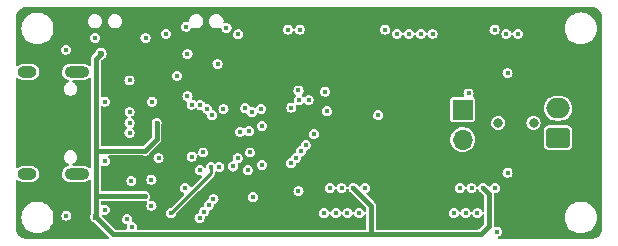
<source format=gbr>
%TF.GenerationSoftware,KiCad,Pcbnew,(6.0.6)*%
%TF.CreationDate,2022-07-10T21:22:37+02:00*%
%TF.ProjectId,GCode_Buttons_MCU,47436f64-655f-4427-9574-746f6e735f4d,rev?*%
%TF.SameCoordinates,Original*%
%TF.FileFunction,Copper,L2,Inr*%
%TF.FilePolarity,Positive*%
%FSLAX46Y46*%
G04 Gerber Fmt 4.6, Leading zero omitted, Abs format (unit mm)*
G04 Created by KiCad (PCBNEW (6.0.6)) date 2022-07-10 21:22:37*
%MOMM*%
%LPD*%
G01*
G04 APERTURE LIST*
G04 Aperture macros list*
%AMRoundRect*
0 Rectangle with rounded corners*
0 $1 Rounding radius*
0 $2 $3 $4 $5 $6 $7 $8 $9 X,Y pos of 4 corners*
0 Add a 4 corners polygon primitive as box body*
4,1,4,$2,$3,$4,$5,$6,$7,$8,$9,$2,$3,0*
0 Add four circle primitives for the rounded corners*
1,1,$1+$1,$2,$3*
1,1,$1+$1,$4,$5*
1,1,$1+$1,$6,$7*
1,1,$1+$1,$8,$9*
0 Add four rect primitives between the rounded corners*
20,1,$1+$1,$2,$3,$4,$5,0*
20,1,$1+$1,$4,$5,$6,$7,0*
20,1,$1+$1,$6,$7,$8,$9,0*
20,1,$1+$1,$8,$9,$2,$3,0*%
G04 Aperture macros list end*
%TA.AperFunction,ComponentPad*%
%ADD10O,2.100000X1.000000*%
%TD*%
%TA.AperFunction,ComponentPad*%
%ADD11O,1.600000X1.000000*%
%TD*%
%TA.AperFunction,ComponentPad*%
%ADD12RoundRect,0.250000X0.750000X-0.600000X0.750000X0.600000X-0.750000X0.600000X-0.750000X-0.600000X0*%
%TD*%
%TA.AperFunction,ComponentPad*%
%ADD13O,2.000000X1.700000*%
%TD*%
%TA.AperFunction,ComponentPad*%
%ADD14R,1.700000X1.700000*%
%TD*%
%TA.AperFunction,ComponentPad*%
%ADD15O,1.700000X1.700000*%
%TD*%
%TA.AperFunction,ViaPad*%
%ADD16C,0.450000*%
%TD*%
%TA.AperFunction,ViaPad*%
%ADD17C,0.800000*%
%TD*%
%TA.AperFunction,ViaPad*%
%ADD18C,0.600000*%
%TD*%
%TA.AperFunction,Conductor*%
%ADD19C,0.400000*%
%TD*%
%TA.AperFunction,Conductor*%
%ADD20C,0.250000*%
%TD*%
G04 APERTURE END LIST*
D10*
%TO.N,GND*%
%TO.C,J1*%
X105330000Y-95680000D03*
X105330000Y-104320000D03*
D11*
X101150000Y-95680000D03*
X101150000Y-104320000D03*
%TD*%
D12*
%TO.N,Net-(D1-Pad2)*%
%TO.C,J4*%
X146075000Y-101250000D03*
D13*
%TO.N,Net-(D1-Pad1)*%
X146075000Y-98750000D03*
%TD*%
D14*
%TO.N,Net-(D1-Pad1)*%
%TO.C,JP2*%
X138000000Y-98875000D03*
D15*
%TO.N,Net-(JP2-Pad2)*%
X138000000Y-101415000D03*
%TD*%
D16*
%TO.N,SWD_IO*%
X124150000Y-98050000D03*
X119800000Y-104000000D03*
%TO.N,Dout_A*%
X129250000Y-107650000D03*
X109950000Y-104900000D03*
%TO.N,Dout_B*%
X110000000Y-108800000D03*
X140900000Y-109200000D03*
%TO.N,GND*%
X109800000Y-96400000D03*
X123500000Y-98700000D03*
X107700000Y-103250000D03*
X111650000Y-104800000D03*
X129750000Y-105500000D03*
X114700000Y-94150000D03*
X124100000Y-105750000D03*
X111700000Y-98200000D03*
X120250000Y-106300000D03*
X114700000Y-97750000D03*
X117250000Y-95000000D03*
X124100000Y-97250000D03*
X104450000Y-107850000D03*
X116000000Y-102500000D03*
D17*
X141000000Y-100000000D03*
D16*
X107700000Y-107350000D03*
X123200000Y-92100000D03*
X111650000Y-107000000D03*
X119000000Y-92500000D03*
X117750000Y-98800000D03*
X107700000Y-98200000D03*
X140750000Y-105500000D03*
X126350000Y-97350000D03*
X111150000Y-92800000D03*
X114500000Y-105500000D03*
X120000000Y-102500000D03*
D17*
X144000000Y-100000000D03*
D16*
X114600000Y-91850000D03*
X115750000Y-104000000D03*
X109800000Y-100000000D03*
X126500000Y-99000000D03*
X104400000Y-93800000D03*
X120950000Y-98800000D03*
X138500000Y-97500000D03*
X130850000Y-99350000D03*
X140700000Y-92100000D03*
X125400000Y-100950000D03*
X131450000Y-92100000D03*
%TO.N,+5V*%
X139750000Y-105500000D03*
X111100000Y-102350000D03*
X111100000Y-106200000D03*
D18*
X107350000Y-94150000D03*
D16*
X112087500Y-100000000D03*
X128750000Y-105500000D03*
D18*
X106950000Y-107950000D03*
D16*
%TO.N,USB_N*%
X109800000Y-99050000D03*
X118543056Y-103684166D03*
%TO.N,USB_P*%
X109800000Y-100850000D03*
X118950000Y-103000000D03*
%TO.N,+3V3*%
X119000000Y-93150000D03*
X136550000Y-104200000D03*
D18*
X122200000Y-92100000D03*
X112150000Y-94150000D03*
X130450000Y-92100000D03*
D16*
X110300000Y-92800000D03*
X117200000Y-94150000D03*
X133550000Y-104100000D03*
X114050000Y-104800000D03*
D18*
X139700000Y-92100000D03*
D16*
X121550000Y-105800000D03*
%TO.N,BOOT0*%
X106900000Y-92800000D03*
X121000000Y-100250500D03*
%TO.N,D_out_B*%
X112250000Y-102950000D03*
X109600000Y-108150000D03*
%TO.N,RESET*%
X118000000Y-91950000D03*
X124200000Y-92100000D03*
%TO.N,CS_SPI1*%
X132450000Y-92450000D03*
X115050000Y-98450000D03*
%TO.N,SCK_SPI1*%
X133450000Y-92450000D03*
X115788556Y-98488556D03*
%TO.N,MISO_SPI1*%
X134450000Y-92450000D03*
X116377350Y-98799500D03*
%TO.N,MOSI_SPI1*%
X135450000Y-92450000D03*
X116755536Y-99349000D03*
%TO.N,SCL_I2C*%
X141700000Y-92450000D03*
X119150000Y-100750000D03*
%TO.N,SDA_I2C*%
X142700000Y-92450000D03*
X119900000Y-100700000D03*
%TO.N,LED_TX*%
X119600000Y-98750000D03*
X141800000Y-95800000D03*
%TO.N,LED_RX*%
X120150000Y-99100000D03*
X141800000Y-104200000D03*
%TO.N,SWD_CLK*%
X124950000Y-98050000D03*
X121000000Y-103550000D03*
%TO.N,PA3*%
X113800000Y-96000000D03*
X112900000Y-92450000D03*
%TO.N,GB_A_1*%
X126250000Y-107650000D03*
X116096402Y-107505673D03*
%TO.N,GB_A_2*%
X126750000Y-105500000D03*
X116900000Y-106450000D03*
%TO.N,GB_A_3*%
X127250000Y-107650000D03*
X115725765Y-108074235D03*
%TO.N,GB_A_4*%
X127750000Y-105500000D03*
X116497789Y-106959980D03*
%TO.N,GB_A_5*%
X128250000Y-107650000D03*
X115050000Y-102850000D03*
%TO.N,GB_B_1*%
X137250000Y-107650000D03*
X117400000Y-103750000D03*
%TO.N,GB_B_2*%
X137750000Y-105500000D03*
X124705741Y-101892824D03*
%TO.N,GB_B_3*%
X138250000Y-107650000D03*
X123450000Y-103414556D03*
%TO.N,GB_B_4*%
X138750000Y-105500000D03*
X124300000Y-102400000D03*
%TO.N,GB_B_5*%
X139250000Y-107650000D03*
X123901901Y-102948038D03*
%TO.N,Dout*%
X116700000Y-103750000D03*
X113300000Y-107650000D03*
%TD*%
D19*
%TO.N,+5V*%
X106950000Y-102300000D02*
X106950000Y-94550000D01*
X107000000Y-102350000D02*
X111100000Y-102350000D01*
X140250000Y-106000000D02*
X140250000Y-108700000D01*
X139525000Y-109425000D02*
X130250000Y-109425000D01*
X140250000Y-108700000D02*
X139525000Y-109425000D01*
X106950000Y-102300000D02*
X107000000Y-102350000D01*
X130250000Y-109425000D02*
X130250000Y-107000000D01*
X108425000Y-109425000D02*
X106950000Y-107950000D01*
X106950000Y-94550000D02*
X107350000Y-94150000D01*
X130250000Y-107000000D02*
X128750000Y-105500000D01*
X106950000Y-106200000D02*
X111100000Y-106200000D01*
X112087500Y-101362500D02*
X112087500Y-100000000D01*
X106950000Y-107950000D02*
X106950000Y-106200000D01*
X106950000Y-106200000D02*
X106950000Y-102300000D01*
X130250000Y-109425000D02*
X108425000Y-109425000D01*
X111100000Y-102350000D02*
X112087500Y-101362500D01*
X139750000Y-105500000D02*
X140250000Y-106000000D01*
D20*
%TO.N,Dout*%
X116700000Y-103750000D02*
X116700000Y-104250000D01*
X116700000Y-104250000D02*
X113300000Y-107650000D01*
%TD*%
%TA.AperFunction,Conductor*%
%TO.N,+3V3*%
G36*
X148988169Y-90203018D02*
G01*
X148999641Y-90205656D01*
X149010516Y-90203195D01*
X149021663Y-90203215D01*
X149021661Y-90204219D01*
X149031562Y-90203609D01*
X149117698Y-90212092D01*
X149146272Y-90214906D01*
X149165301Y-90218691D01*
X149296626Y-90258528D01*
X149314555Y-90265955D01*
X149435577Y-90330643D01*
X149451713Y-90341424D01*
X149557798Y-90428485D01*
X149571515Y-90442202D01*
X149639113Y-90524571D01*
X149658576Y-90548287D01*
X149669357Y-90564423D01*
X149734045Y-90685445D01*
X149741472Y-90703373D01*
X149781309Y-90834699D01*
X149785094Y-90853728D01*
X149787624Y-90879415D01*
X149796384Y-90968363D01*
X149796861Y-90978239D01*
X149796843Y-90988774D01*
X149794344Y-90999641D01*
X149797059Y-91011638D01*
X149799500Y-91033488D01*
X149799500Y-108965983D01*
X149796982Y-108988169D01*
X149794344Y-108999641D01*
X149796805Y-109010516D01*
X149796785Y-109021663D01*
X149795781Y-109021661D01*
X149796391Y-109031562D01*
X149785094Y-109146270D01*
X149781309Y-109165301D01*
X149748365Y-109273903D01*
X149741472Y-109296626D01*
X149734045Y-109314555D01*
X149669357Y-109435577D01*
X149658576Y-109451713D01*
X149571515Y-109557798D01*
X149557798Y-109571515D01*
X149514980Y-109606655D01*
X149451713Y-109658576D01*
X149435577Y-109669357D01*
X149314555Y-109734045D01*
X149296627Y-109741472D01*
X149165301Y-109781309D01*
X149146272Y-109785094D01*
X149033932Y-109796158D01*
X149031637Y-109796384D01*
X149021761Y-109796861D01*
X149011226Y-109796843D01*
X149000359Y-109794344D01*
X148988359Y-109797059D01*
X148966512Y-109799500D01*
X141070158Y-109799500D01*
X141011967Y-109780593D01*
X140976003Y-109731093D01*
X140976003Y-109669907D01*
X141011967Y-109620407D01*
X141032862Y-109609761D01*
X141033126Y-109609719D01*
X141108098Y-109571519D01*
X141146281Y-109552064D01*
X141146283Y-109552063D01*
X141153220Y-109548528D01*
X141248528Y-109453220D01*
X141253136Y-109444178D01*
X141306183Y-109340066D01*
X141306183Y-109340065D01*
X141309719Y-109333126D01*
X141312661Y-109314555D01*
X141329585Y-109207696D01*
X141330804Y-109200000D01*
X141309719Y-109066874D01*
X141293703Y-109035441D01*
X141252064Y-108953719D01*
X141252063Y-108953717D01*
X141248528Y-108946780D01*
X141153220Y-108851472D01*
X141146283Y-108847937D01*
X141146281Y-108847936D01*
X141040066Y-108793817D01*
X141040065Y-108793817D01*
X141033126Y-108790281D01*
X141025432Y-108789062D01*
X141025431Y-108789062D01*
X140907696Y-108770415D01*
X140900000Y-108769196D01*
X140766874Y-108790281D01*
X140766397Y-108787268D01*
X140718902Y-108787266D01*
X140669404Y-108751299D01*
X140650500Y-108693113D01*
X140650500Y-108000000D01*
X146644341Y-108000000D01*
X146664937Y-108235408D01*
X146726097Y-108463663D01*
X146825965Y-108677829D01*
X146961505Y-108871401D01*
X147128599Y-109038495D01*
X147253973Y-109126282D01*
X147309705Y-109165306D01*
X147322171Y-109174035D01*
X147536337Y-109273903D01*
X147764592Y-109335063D01*
X147849431Y-109342486D01*
X147938870Y-109350311D01*
X147938878Y-109350311D01*
X147941034Y-109350500D01*
X148058966Y-109350500D01*
X148061122Y-109350311D01*
X148061130Y-109350311D01*
X148150569Y-109342486D01*
X148235408Y-109335063D01*
X148463663Y-109273903D01*
X148677829Y-109174035D01*
X148690296Y-109165306D01*
X148746027Y-109126282D01*
X148871401Y-109038495D01*
X149038495Y-108871401D01*
X149171554Y-108681374D01*
X149171554Y-108681373D01*
X149174035Y-108677830D01*
X149273903Y-108463663D01*
X149335063Y-108235408D01*
X149355659Y-108000000D01*
X149335063Y-107764592D01*
X149273903Y-107536337D01*
X149174035Y-107322171D01*
X149159542Y-107301472D01*
X149101588Y-107218706D01*
X149038495Y-107128599D01*
X148871401Y-106961505D01*
X148716733Y-106853206D01*
X148681374Y-106828447D01*
X148681372Y-106828446D01*
X148677829Y-106825965D01*
X148463663Y-106726097D01*
X148235408Y-106664937D01*
X148144438Y-106656978D01*
X148061130Y-106649689D01*
X148061122Y-106649689D01*
X148058966Y-106649500D01*
X147941034Y-106649500D01*
X147938878Y-106649689D01*
X147938870Y-106649689D01*
X147855562Y-106656978D01*
X147764592Y-106664937D01*
X147536337Y-106726097D01*
X147322171Y-106825965D01*
X147318628Y-106828446D01*
X147318626Y-106828447D01*
X147283267Y-106853206D01*
X147128599Y-106961505D01*
X146961505Y-107128599D01*
X146884158Y-107239062D01*
X146828447Y-107318625D01*
X146828446Y-107318627D01*
X146825965Y-107322170D01*
X146726097Y-107536337D01*
X146664937Y-107764592D01*
X146644341Y-108000000D01*
X140650500Y-108000000D01*
X140650500Y-106028585D01*
X140669407Y-105970394D01*
X140718907Y-105934430D01*
X140745902Y-105930155D01*
X140750000Y-105930804D01*
X140757696Y-105929585D01*
X140875431Y-105910938D01*
X140875432Y-105910938D01*
X140883126Y-105909719D01*
X140909378Y-105896343D01*
X140996281Y-105852064D01*
X140996283Y-105852063D01*
X141003220Y-105848528D01*
X141098528Y-105753220D01*
X141109803Y-105731093D01*
X141156183Y-105640066D01*
X141156183Y-105640065D01*
X141159719Y-105633126D01*
X141161075Y-105624569D01*
X141179585Y-105507696D01*
X141180804Y-105500000D01*
X141167251Y-105414431D01*
X141160938Y-105374569D01*
X141160938Y-105374568D01*
X141159719Y-105366874D01*
X141145548Y-105339062D01*
X141102064Y-105253719D01*
X141102063Y-105253717D01*
X141098528Y-105246780D01*
X141003220Y-105151472D01*
X140996283Y-105147937D01*
X140996281Y-105147936D01*
X140890066Y-105093817D01*
X140890065Y-105093817D01*
X140883126Y-105090281D01*
X140875432Y-105089062D01*
X140875431Y-105089062D01*
X140757696Y-105070415D01*
X140750000Y-105069196D01*
X140742304Y-105070415D01*
X140624569Y-105089062D01*
X140624568Y-105089062D01*
X140616874Y-105090281D01*
X140609935Y-105093817D01*
X140609934Y-105093817D01*
X140503719Y-105147936D01*
X140503717Y-105147937D01*
X140496780Y-105151472D01*
X140401472Y-105246780D01*
X140397937Y-105253718D01*
X140397934Y-105253722D01*
X140349143Y-105349479D01*
X140305879Y-105392743D01*
X140245446Y-105402314D01*
X140190930Y-105374537D01*
X140146343Y-105329950D01*
X140128137Y-105304891D01*
X140102064Y-105253719D01*
X140102063Y-105253717D01*
X140098528Y-105246780D01*
X140003220Y-105151472D01*
X139996283Y-105147937D01*
X139996281Y-105147936D01*
X139890066Y-105093817D01*
X139890065Y-105093817D01*
X139883126Y-105090281D01*
X139875432Y-105089062D01*
X139875431Y-105089062D01*
X139757696Y-105070415D01*
X139750000Y-105069196D01*
X139742304Y-105070415D01*
X139624569Y-105089062D01*
X139624568Y-105089062D01*
X139616874Y-105090281D01*
X139609935Y-105093817D01*
X139609934Y-105093817D01*
X139503719Y-105147936D01*
X139503717Y-105147937D01*
X139496780Y-105151472D01*
X139401472Y-105246780D01*
X139397937Y-105253717D01*
X139397936Y-105253719D01*
X139354452Y-105339062D01*
X139340281Y-105366874D01*
X139338877Y-105366159D01*
X139308191Y-105408395D01*
X139250001Y-105427303D01*
X139191810Y-105408396D01*
X139161123Y-105366159D01*
X139159719Y-105366874D01*
X139102064Y-105253719D01*
X139102063Y-105253717D01*
X139098528Y-105246780D01*
X139003220Y-105151472D01*
X138996283Y-105147937D01*
X138996281Y-105147936D01*
X138890066Y-105093817D01*
X138890065Y-105093817D01*
X138883126Y-105090281D01*
X138875432Y-105089062D01*
X138875431Y-105089062D01*
X138757696Y-105070415D01*
X138750000Y-105069196D01*
X138742304Y-105070415D01*
X138624569Y-105089062D01*
X138624568Y-105089062D01*
X138616874Y-105090281D01*
X138609935Y-105093817D01*
X138609934Y-105093817D01*
X138503719Y-105147936D01*
X138503717Y-105147937D01*
X138496780Y-105151472D01*
X138401472Y-105246780D01*
X138397937Y-105253717D01*
X138397936Y-105253719D01*
X138354452Y-105339062D01*
X138340281Y-105366874D01*
X138338877Y-105366159D01*
X138308191Y-105408395D01*
X138250001Y-105427303D01*
X138191810Y-105408396D01*
X138161123Y-105366159D01*
X138159719Y-105366874D01*
X138102064Y-105253719D01*
X138102063Y-105253717D01*
X138098528Y-105246780D01*
X138003220Y-105151472D01*
X137996283Y-105147937D01*
X137996281Y-105147936D01*
X137890066Y-105093817D01*
X137890065Y-105093817D01*
X137883126Y-105090281D01*
X137875432Y-105089062D01*
X137875431Y-105089062D01*
X137757696Y-105070415D01*
X137750000Y-105069196D01*
X137742304Y-105070415D01*
X137624569Y-105089062D01*
X137624568Y-105089062D01*
X137616874Y-105090281D01*
X137609935Y-105093817D01*
X137609934Y-105093817D01*
X137503719Y-105147936D01*
X137503717Y-105147937D01*
X137496780Y-105151472D01*
X137401472Y-105246780D01*
X137397937Y-105253717D01*
X137397936Y-105253719D01*
X137354452Y-105339062D01*
X137340281Y-105366874D01*
X137339062Y-105374568D01*
X137339062Y-105374569D01*
X137332749Y-105414431D01*
X137319196Y-105500000D01*
X137320415Y-105507696D01*
X137338926Y-105624569D01*
X137340281Y-105633126D01*
X137343817Y-105640065D01*
X137343817Y-105640066D01*
X137390198Y-105731093D01*
X137401472Y-105753220D01*
X137496780Y-105848528D01*
X137503717Y-105852063D01*
X137503719Y-105852064D01*
X137590622Y-105896343D01*
X137616874Y-105909719D01*
X137624568Y-105910938D01*
X137624569Y-105910938D01*
X137742304Y-105929585D01*
X137750000Y-105930804D01*
X137757696Y-105929585D01*
X137875431Y-105910938D01*
X137875432Y-105910938D01*
X137883126Y-105909719D01*
X137909378Y-105896343D01*
X137996281Y-105852064D01*
X137996283Y-105852063D01*
X138003220Y-105848528D01*
X138098528Y-105753220D01*
X138109803Y-105731093D01*
X138159719Y-105633126D01*
X138161123Y-105633841D01*
X138191809Y-105591605D01*
X138249999Y-105572697D01*
X138308190Y-105591604D01*
X138338877Y-105633841D01*
X138340281Y-105633126D01*
X138390198Y-105731093D01*
X138401472Y-105753220D01*
X138496780Y-105848528D01*
X138503717Y-105852063D01*
X138503719Y-105852064D01*
X138590622Y-105896343D01*
X138616874Y-105909719D01*
X138624568Y-105910938D01*
X138624569Y-105910938D01*
X138742304Y-105929585D01*
X138750000Y-105930804D01*
X138757696Y-105929585D01*
X138875431Y-105910938D01*
X138875432Y-105910938D01*
X138883126Y-105909719D01*
X138909378Y-105896343D01*
X138996281Y-105852064D01*
X138996283Y-105852063D01*
X139003220Y-105848528D01*
X139098528Y-105753220D01*
X139109803Y-105731093D01*
X139159719Y-105633126D01*
X139161123Y-105633841D01*
X139191809Y-105591605D01*
X139249999Y-105572697D01*
X139308190Y-105591604D01*
X139338877Y-105633841D01*
X139340281Y-105633126D01*
X139390198Y-105731093D01*
X139401472Y-105753220D01*
X139496780Y-105848528D01*
X139503717Y-105852063D01*
X139503719Y-105852064D01*
X139554891Y-105878137D01*
X139579950Y-105896343D01*
X139820504Y-106136897D01*
X139848281Y-106191414D01*
X139849500Y-106206901D01*
X139849500Y-107479842D01*
X139830593Y-107538033D01*
X139781093Y-107573997D01*
X139719907Y-107573997D01*
X139670407Y-107538033D01*
X139659761Y-107517138D01*
X139659719Y-107516874D01*
X139651871Y-107501472D01*
X139602064Y-107403719D01*
X139602063Y-107403717D01*
X139598528Y-107396780D01*
X139503220Y-107301472D01*
X139496283Y-107297937D01*
X139496281Y-107297936D01*
X139390066Y-107243817D01*
X139390065Y-107243817D01*
X139383126Y-107240281D01*
X139375432Y-107239062D01*
X139375431Y-107239062D01*
X139257696Y-107220415D01*
X139250000Y-107219196D01*
X139242304Y-107220415D01*
X139124569Y-107239062D01*
X139124568Y-107239062D01*
X139116874Y-107240281D01*
X139109935Y-107243817D01*
X139109934Y-107243817D01*
X139003719Y-107297936D01*
X139003717Y-107297937D01*
X138996780Y-107301472D01*
X138901472Y-107396780D01*
X138897937Y-107403717D01*
X138897936Y-107403719D01*
X138848129Y-107501472D01*
X138840281Y-107516874D01*
X138838877Y-107516159D01*
X138808191Y-107558395D01*
X138750001Y-107577303D01*
X138691810Y-107558396D01*
X138661123Y-107516159D01*
X138659719Y-107516874D01*
X138602064Y-107403719D01*
X138602063Y-107403717D01*
X138598528Y-107396780D01*
X138503220Y-107301472D01*
X138496283Y-107297937D01*
X138496281Y-107297936D01*
X138390066Y-107243817D01*
X138390065Y-107243817D01*
X138383126Y-107240281D01*
X138375432Y-107239062D01*
X138375431Y-107239062D01*
X138257696Y-107220415D01*
X138250000Y-107219196D01*
X138242304Y-107220415D01*
X138124569Y-107239062D01*
X138124568Y-107239062D01*
X138116874Y-107240281D01*
X138109935Y-107243817D01*
X138109934Y-107243817D01*
X138003719Y-107297936D01*
X138003717Y-107297937D01*
X137996780Y-107301472D01*
X137901472Y-107396780D01*
X137897937Y-107403717D01*
X137897936Y-107403719D01*
X137848129Y-107501472D01*
X137840281Y-107516874D01*
X137838877Y-107516159D01*
X137808191Y-107558395D01*
X137750001Y-107577303D01*
X137691810Y-107558396D01*
X137661123Y-107516159D01*
X137659719Y-107516874D01*
X137602064Y-107403719D01*
X137602063Y-107403717D01*
X137598528Y-107396780D01*
X137503220Y-107301472D01*
X137496283Y-107297937D01*
X137496281Y-107297936D01*
X137390066Y-107243817D01*
X137390065Y-107243817D01*
X137383126Y-107240281D01*
X137375432Y-107239062D01*
X137375431Y-107239062D01*
X137257696Y-107220415D01*
X137250000Y-107219196D01*
X137242304Y-107220415D01*
X137124569Y-107239062D01*
X137124568Y-107239062D01*
X137116874Y-107240281D01*
X137109935Y-107243817D01*
X137109934Y-107243817D01*
X137003719Y-107297936D01*
X137003717Y-107297937D01*
X136996780Y-107301472D01*
X136901472Y-107396780D01*
X136897937Y-107403717D01*
X136897936Y-107403719D01*
X136848129Y-107501472D01*
X136840281Y-107516874D01*
X136839062Y-107524568D01*
X136839062Y-107524569D01*
X136831234Y-107573997D01*
X136819196Y-107650000D01*
X136820415Y-107657696D01*
X136838463Y-107771645D01*
X136840281Y-107783126D01*
X136843817Y-107790065D01*
X136843817Y-107790066D01*
X136889183Y-107879101D01*
X136901472Y-107903220D01*
X136996780Y-107998528D01*
X137003717Y-108002063D01*
X137003719Y-108002064D01*
X137109934Y-108056183D01*
X137116874Y-108059719D01*
X137124568Y-108060938D01*
X137124569Y-108060938D01*
X137208525Y-108074235D01*
X137238497Y-108078982D01*
X137242304Y-108079585D01*
X137250000Y-108080804D01*
X137257696Y-108079585D01*
X137261504Y-108078982D01*
X137291475Y-108074235D01*
X137375431Y-108060938D01*
X137375432Y-108060938D01*
X137383126Y-108059719D01*
X137390066Y-108056183D01*
X137496281Y-108002064D01*
X137496283Y-108002063D01*
X137503220Y-107998528D01*
X137598528Y-107903220D01*
X137610818Y-107879101D01*
X137659719Y-107783126D01*
X137661123Y-107783841D01*
X137691809Y-107741605D01*
X137749999Y-107722697D01*
X137808190Y-107741604D01*
X137838877Y-107783841D01*
X137840281Y-107783126D01*
X137889183Y-107879101D01*
X137901472Y-107903220D01*
X137996780Y-107998528D01*
X138003717Y-108002063D01*
X138003719Y-108002064D01*
X138109934Y-108056183D01*
X138116874Y-108059719D01*
X138124568Y-108060938D01*
X138124569Y-108060938D01*
X138208525Y-108074235D01*
X138238497Y-108078982D01*
X138242304Y-108079585D01*
X138250000Y-108080804D01*
X138257696Y-108079585D01*
X138261504Y-108078982D01*
X138291475Y-108074235D01*
X138375431Y-108060938D01*
X138375432Y-108060938D01*
X138383126Y-108059719D01*
X138390066Y-108056183D01*
X138496281Y-108002064D01*
X138496283Y-108002063D01*
X138503220Y-107998528D01*
X138598528Y-107903220D01*
X138610818Y-107879101D01*
X138659719Y-107783126D01*
X138661123Y-107783841D01*
X138691809Y-107741605D01*
X138749999Y-107722697D01*
X138808190Y-107741604D01*
X138838877Y-107783841D01*
X138840281Y-107783126D01*
X138889183Y-107879101D01*
X138901472Y-107903220D01*
X138996780Y-107998528D01*
X139003717Y-108002063D01*
X139003719Y-108002064D01*
X139109934Y-108056183D01*
X139116874Y-108059719D01*
X139124568Y-108060938D01*
X139124569Y-108060938D01*
X139208525Y-108074235D01*
X139238497Y-108078982D01*
X139242304Y-108079585D01*
X139250000Y-108080804D01*
X139257696Y-108079585D01*
X139261504Y-108078982D01*
X139291475Y-108074235D01*
X139375431Y-108060938D01*
X139375432Y-108060938D01*
X139383126Y-108059719D01*
X139390066Y-108056183D01*
X139496281Y-108002064D01*
X139496283Y-108002063D01*
X139503220Y-107998528D01*
X139598528Y-107903220D01*
X139610818Y-107879101D01*
X139656182Y-107790068D01*
X139656183Y-107790066D01*
X139659719Y-107783126D01*
X139660671Y-107783611D01*
X139692308Y-107740066D01*
X139750499Y-107721158D01*
X139808690Y-107740065D01*
X139844654Y-107789564D01*
X139849500Y-107820158D01*
X139849500Y-108493099D01*
X139830593Y-108551290D01*
X139820504Y-108563103D01*
X139388103Y-108995504D01*
X139333586Y-109023281D01*
X139318099Y-109024500D01*
X130749500Y-109024500D01*
X130691309Y-109005593D01*
X130655345Y-108956093D01*
X130650500Y-108925500D01*
X130650500Y-106968481D01*
X130650499Y-106968475D01*
X130650499Y-106936567D01*
X130648093Y-106929160D01*
X130648092Y-106929157D01*
X130643046Y-106913627D01*
X130639420Y-106898524D01*
X130636865Y-106882392D01*
X130635646Y-106874696D01*
X130624695Y-106853204D01*
X130618751Y-106838855D01*
X130613704Y-106823321D01*
X130613704Y-106823320D01*
X130611296Y-106815910D01*
X130597111Y-106796386D01*
X130589004Y-106783156D01*
X130578050Y-106761658D01*
X130488342Y-106671950D01*
X129875461Y-106059068D01*
X129847685Y-106004553D01*
X129857256Y-105944121D01*
X129900521Y-105900856D01*
X129996281Y-105852064D01*
X129996283Y-105852063D01*
X130003220Y-105848528D01*
X130098528Y-105753220D01*
X130109803Y-105731093D01*
X130156183Y-105640066D01*
X130156183Y-105640065D01*
X130159719Y-105633126D01*
X130161075Y-105624569D01*
X130179585Y-105507696D01*
X130180804Y-105500000D01*
X130167251Y-105414431D01*
X130160938Y-105374569D01*
X130160938Y-105374568D01*
X130159719Y-105366874D01*
X130145548Y-105339062D01*
X130102064Y-105253719D01*
X130102063Y-105253717D01*
X130098528Y-105246780D01*
X130003220Y-105151472D01*
X129996283Y-105147937D01*
X129996281Y-105147936D01*
X129890066Y-105093817D01*
X129890065Y-105093817D01*
X129883126Y-105090281D01*
X129875432Y-105089062D01*
X129875431Y-105089062D01*
X129757696Y-105070415D01*
X129750000Y-105069196D01*
X129742304Y-105070415D01*
X129624569Y-105089062D01*
X129624568Y-105089062D01*
X129616874Y-105090281D01*
X129609935Y-105093817D01*
X129609934Y-105093817D01*
X129503719Y-105147936D01*
X129503717Y-105147937D01*
X129496780Y-105151472D01*
X129401472Y-105246780D01*
X129397937Y-105253718D01*
X129397934Y-105253722D01*
X129349143Y-105349479D01*
X129305879Y-105392743D01*
X129245446Y-105402314D01*
X129190930Y-105374537D01*
X129146343Y-105329950D01*
X129128137Y-105304891D01*
X129102064Y-105253719D01*
X129102063Y-105253717D01*
X129098528Y-105246780D01*
X129003220Y-105151472D01*
X128996283Y-105147937D01*
X128996281Y-105147936D01*
X128890066Y-105093817D01*
X128890065Y-105093817D01*
X128883126Y-105090281D01*
X128875432Y-105089062D01*
X128875431Y-105089062D01*
X128757696Y-105070415D01*
X128750000Y-105069196D01*
X128742304Y-105070415D01*
X128624569Y-105089062D01*
X128624568Y-105089062D01*
X128616874Y-105090281D01*
X128609935Y-105093817D01*
X128609934Y-105093817D01*
X128503719Y-105147936D01*
X128503717Y-105147937D01*
X128496780Y-105151472D01*
X128401472Y-105246780D01*
X128397937Y-105253717D01*
X128397936Y-105253719D01*
X128354452Y-105339062D01*
X128340281Y-105366874D01*
X128338877Y-105366159D01*
X128308191Y-105408395D01*
X128250001Y-105427303D01*
X128191810Y-105408396D01*
X128161123Y-105366159D01*
X128159719Y-105366874D01*
X128102064Y-105253719D01*
X128102063Y-105253717D01*
X128098528Y-105246780D01*
X128003220Y-105151472D01*
X127996283Y-105147937D01*
X127996281Y-105147936D01*
X127890066Y-105093817D01*
X127890065Y-105093817D01*
X127883126Y-105090281D01*
X127875432Y-105089062D01*
X127875431Y-105089062D01*
X127757696Y-105070415D01*
X127750000Y-105069196D01*
X127742304Y-105070415D01*
X127624569Y-105089062D01*
X127624568Y-105089062D01*
X127616874Y-105090281D01*
X127609935Y-105093817D01*
X127609934Y-105093817D01*
X127503719Y-105147936D01*
X127503717Y-105147937D01*
X127496780Y-105151472D01*
X127401472Y-105246780D01*
X127397937Y-105253717D01*
X127397936Y-105253719D01*
X127354452Y-105339062D01*
X127340281Y-105366874D01*
X127338877Y-105366159D01*
X127308191Y-105408395D01*
X127250001Y-105427303D01*
X127191810Y-105408396D01*
X127161123Y-105366159D01*
X127159719Y-105366874D01*
X127102064Y-105253719D01*
X127102063Y-105253717D01*
X127098528Y-105246780D01*
X127003220Y-105151472D01*
X126996283Y-105147937D01*
X126996281Y-105147936D01*
X126890066Y-105093817D01*
X126890065Y-105093817D01*
X126883126Y-105090281D01*
X126875432Y-105089062D01*
X126875431Y-105089062D01*
X126757696Y-105070415D01*
X126750000Y-105069196D01*
X126742304Y-105070415D01*
X126624569Y-105089062D01*
X126624568Y-105089062D01*
X126616874Y-105090281D01*
X126609935Y-105093817D01*
X126609934Y-105093817D01*
X126503719Y-105147936D01*
X126503717Y-105147937D01*
X126496780Y-105151472D01*
X126401472Y-105246780D01*
X126397937Y-105253717D01*
X126397936Y-105253719D01*
X126354452Y-105339062D01*
X126340281Y-105366874D01*
X126339062Y-105374568D01*
X126339062Y-105374569D01*
X126332749Y-105414431D01*
X126319196Y-105500000D01*
X126320415Y-105507696D01*
X126338926Y-105624569D01*
X126340281Y-105633126D01*
X126343817Y-105640065D01*
X126343817Y-105640066D01*
X126390198Y-105731093D01*
X126401472Y-105753220D01*
X126496780Y-105848528D01*
X126503717Y-105852063D01*
X126503719Y-105852064D01*
X126590622Y-105896343D01*
X126616874Y-105909719D01*
X126624568Y-105910938D01*
X126624569Y-105910938D01*
X126742304Y-105929585D01*
X126750000Y-105930804D01*
X126757696Y-105929585D01*
X126875431Y-105910938D01*
X126875432Y-105910938D01*
X126883126Y-105909719D01*
X126909378Y-105896343D01*
X126996281Y-105852064D01*
X126996283Y-105852063D01*
X127003220Y-105848528D01*
X127098528Y-105753220D01*
X127109803Y-105731093D01*
X127159719Y-105633126D01*
X127161123Y-105633841D01*
X127191809Y-105591605D01*
X127249999Y-105572697D01*
X127308190Y-105591604D01*
X127338877Y-105633841D01*
X127340281Y-105633126D01*
X127390198Y-105731093D01*
X127401472Y-105753220D01*
X127496780Y-105848528D01*
X127503717Y-105852063D01*
X127503719Y-105852064D01*
X127590622Y-105896343D01*
X127616874Y-105909719D01*
X127624568Y-105910938D01*
X127624569Y-105910938D01*
X127742304Y-105929585D01*
X127750000Y-105930804D01*
X127757696Y-105929585D01*
X127875431Y-105910938D01*
X127875432Y-105910938D01*
X127883126Y-105909719D01*
X127909378Y-105896343D01*
X127996281Y-105852064D01*
X127996283Y-105852063D01*
X128003220Y-105848528D01*
X128098528Y-105753220D01*
X128109803Y-105731093D01*
X128159719Y-105633126D01*
X128161123Y-105633841D01*
X128191809Y-105591605D01*
X128249999Y-105572697D01*
X128308190Y-105591604D01*
X128338877Y-105633841D01*
X128340281Y-105633126D01*
X128390198Y-105731093D01*
X128401472Y-105753220D01*
X128496780Y-105848528D01*
X128503717Y-105852063D01*
X128503719Y-105852064D01*
X128554891Y-105878137D01*
X128579950Y-105896343D01*
X129820504Y-107136896D01*
X129848281Y-107191413D01*
X129849500Y-107206900D01*
X129849500Y-107479842D01*
X129830593Y-107538033D01*
X129781093Y-107573997D01*
X129719907Y-107573997D01*
X129670407Y-107538033D01*
X129659761Y-107517138D01*
X129659719Y-107516874D01*
X129651871Y-107501472D01*
X129602064Y-107403719D01*
X129602063Y-107403717D01*
X129598528Y-107396780D01*
X129503220Y-107301472D01*
X129496283Y-107297937D01*
X129496281Y-107297936D01*
X129390066Y-107243817D01*
X129390065Y-107243817D01*
X129383126Y-107240281D01*
X129375432Y-107239062D01*
X129375431Y-107239062D01*
X129257696Y-107220415D01*
X129250000Y-107219196D01*
X129242304Y-107220415D01*
X129124569Y-107239062D01*
X129124568Y-107239062D01*
X129116874Y-107240281D01*
X129109935Y-107243817D01*
X129109934Y-107243817D01*
X129003719Y-107297936D01*
X129003717Y-107297937D01*
X128996780Y-107301472D01*
X128901472Y-107396780D01*
X128897937Y-107403717D01*
X128897936Y-107403719D01*
X128848129Y-107501472D01*
X128840281Y-107516874D01*
X128838877Y-107516159D01*
X128808191Y-107558395D01*
X128750001Y-107577303D01*
X128691810Y-107558396D01*
X128661123Y-107516159D01*
X128659719Y-107516874D01*
X128602064Y-107403719D01*
X128602063Y-107403717D01*
X128598528Y-107396780D01*
X128503220Y-107301472D01*
X128496283Y-107297937D01*
X128496281Y-107297936D01*
X128390066Y-107243817D01*
X128390065Y-107243817D01*
X128383126Y-107240281D01*
X128375432Y-107239062D01*
X128375431Y-107239062D01*
X128257696Y-107220415D01*
X128250000Y-107219196D01*
X128242304Y-107220415D01*
X128124569Y-107239062D01*
X128124568Y-107239062D01*
X128116874Y-107240281D01*
X128109935Y-107243817D01*
X128109934Y-107243817D01*
X128003719Y-107297936D01*
X128003717Y-107297937D01*
X127996780Y-107301472D01*
X127901472Y-107396780D01*
X127897937Y-107403717D01*
X127897936Y-107403719D01*
X127848129Y-107501472D01*
X127840281Y-107516874D01*
X127838877Y-107516159D01*
X127808191Y-107558395D01*
X127750001Y-107577303D01*
X127691810Y-107558396D01*
X127661123Y-107516159D01*
X127659719Y-107516874D01*
X127602064Y-107403719D01*
X127602063Y-107403717D01*
X127598528Y-107396780D01*
X127503220Y-107301472D01*
X127496283Y-107297937D01*
X127496281Y-107297936D01*
X127390066Y-107243817D01*
X127390065Y-107243817D01*
X127383126Y-107240281D01*
X127375432Y-107239062D01*
X127375431Y-107239062D01*
X127257696Y-107220415D01*
X127250000Y-107219196D01*
X127242304Y-107220415D01*
X127124569Y-107239062D01*
X127124568Y-107239062D01*
X127116874Y-107240281D01*
X127109935Y-107243817D01*
X127109934Y-107243817D01*
X127003719Y-107297936D01*
X127003717Y-107297937D01*
X126996780Y-107301472D01*
X126901472Y-107396780D01*
X126897937Y-107403717D01*
X126897936Y-107403719D01*
X126848129Y-107501472D01*
X126840281Y-107516874D01*
X126838877Y-107516159D01*
X126808191Y-107558395D01*
X126750001Y-107577303D01*
X126691810Y-107558396D01*
X126661123Y-107516159D01*
X126659719Y-107516874D01*
X126602064Y-107403719D01*
X126602063Y-107403717D01*
X126598528Y-107396780D01*
X126503220Y-107301472D01*
X126496283Y-107297937D01*
X126496281Y-107297936D01*
X126390066Y-107243817D01*
X126390065Y-107243817D01*
X126383126Y-107240281D01*
X126375432Y-107239062D01*
X126375431Y-107239062D01*
X126257696Y-107220415D01*
X126250000Y-107219196D01*
X126242304Y-107220415D01*
X126124569Y-107239062D01*
X126124568Y-107239062D01*
X126116874Y-107240281D01*
X126109935Y-107243817D01*
X126109934Y-107243817D01*
X126003719Y-107297936D01*
X126003717Y-107297937D01*
X125996780Y-107301472D01*
X125901472Y-107396780D01*
X125897937Y-107403717D01*
X125897936Y-107403719D01*
X125848129Y-107501472D01*
X125840281Y-107516874D01*
X125839062Y-107524568D01*
X125839062Y-107524569D01*
X125831234Y-107573997D01*
X125819196Y-107650000D01*
X125820415Y-107657696D01*
X125838463Y-107771645D01*
X125840281Y-107783126D01*
X125843817Y-107790065D01*
X125843817Y-107790066D01*
X125889183Y-107879101D01*
X125901472Y-107903220D01*
X125996780Y-107998528D01*
X126003717Y-108002063D01*
X126003719Y-108002064D01*
X126109934Y-108056183D01*
X126116874Y-108059719D01*
X126124568Y-108060938D01*
X126124569Y-108060938D01*
X126208525Y-108074235D01*
X126238497Y-108078982D01*
X126242304Y-108079585D01*
X126250000Y-108080804D01*
X126257696Y-108079585D01*
X126261504Y-108078982D01*
X126291475Y-108074235D01*
X126375431Y-108060938D01*
X126375432Y-108060938D01*
X126383126Y-108059719D01*
X126390066Y-108056183D01*
X126496281Y-108002064D01*
X126496283Y-108002063D01*
X126503220Y-107998528D01*
X126598528Y-107903220D01*
X126610818Y-107879101D01*
X126659719Y-107783126D01*
X126661123Y-107783841D01*
X126691809Y-107741605D01*
X126749999Y-107722697D01*
X126808190Y-107741604D01*
X126838877Y-107783841D01*
X126840281Y-107783126D01*
X126889183Y-107879101D01*
X126901472Y-107903220D01*
X126996780Y-107998528D01*
X127003717Y-108002063D01*
X127003719Y-108002064D01*
X127109934Y-108056183D01*
X127116874Y-108059719D01*
X127124568Y-108060938D01*
X127124569Y-108060938D01*
X127208525Y-108074235D01*
X127238497Y-108078982D01*
X127242304Y-108079585D01*
X127250000Y-108080804D01*
X127257696Y-108079585D01*
X127261504Y-108078982D01*
X127291475Y-108074235D01*
X127375431Y-108060938D01*
X127375432Y-108060938D01*
X127383126Y-108059719D01*
X127390066Y-108056183D01*
X127496281Y-108002064D01*
X127496283Y-108002063D01*
X127503220Y-107998528D01*
X127598528Y-107903220D01*
X127610818Y-107879101D01*
X127659719Y-107783126D01*
X127661123Y-107783841D01*
X127691809Y-107741605D01*
X127749999Y-107722697D01*
X127808190Y-107741604D01*
X127838877Y-107783841D01*
X127840281Y-107783126D01*
X127889183Y-107879101D01*
X127901472Y-107903220D01*
X127996780Y-107998528D01*
X128003717Y-108002063D01*
X128003719Y-108002064D01*
X128109934Y-108056183D01*
X128116874Y-108059719D01*
X128124568Y-108060938D01*
X128124569Y-108060938D01*
X128208525Y-108074235D01*
X128238497Y-108078982D01*
X128242304Y-108079585D01*
X128250000Y-108080804D01*
X128257696Y-108079585D01*
X128261504Y-108078982D01*
X128291475Y-108074235D01*
X128375431Y-108060938D01*
X128375432Y-108060938D01*
X128383126Y-108059719D01*
X128390066Y-108056183D01*
X128496281Y-108002064D01*
X128496283Y-108002063D01*
X128503220Y-107998528D01*
X128598528Y-107903220D01*
X128610818Y-107879101D01*
X128659719Y-107783126D01*
X128661123Y-107783841D01*
X128691809Y-107741605D01*
X128749999Y-107722697D01*
X128808190Y-107741604D01*
X128838877Y-107783841D01*
X128840281Y-107783126D01*
X128889183Y-107879101D01*
X128901472Y-107903220D01*
X128996780Y-107998528D01*
X129003717Y-108002063D01*
X129003719Y-108002064D01*
X129109934Y-108056183D01*
X129116874Y-108059719D01*
X129124568Y-108060938D01*
X129124569Y-108060938D01*
X129208525Y-108074235D01*
X129238497Y-108078982D01*
X129242304Y-108079585D01*
X129250000Y-108080804D01*
X129257696Y-108079585D01*
X129261504Y-108078982D01*
X129291475Y-108074235D01*
X129375431Y-108060938D01*
X129375432Y-108060938D01*
X129383126Y-108059719D01*
X129390066Y-108056183D01*
X129496281Y-108002064D01*
X129496283Y-108002063D01*
X129503220Y-107998528D01*
X129598528Y-107903220D01*
X129610818Y-107879101D01*
X129656182Y-107790068D01*
X129656183Y-107790066D01*
X129659719Y-107783126D01*
X129660671Y-107783611D01*
X129692308Y-107740066D01*
X129750499Y-107721158D01*
X129808690Y-107740065D01*
X129844654Y-107789564D01*
X129849500Y-107820158D01*
X129849500Y-108925500D01*
X129830593Y-108983691D01*
X129781093Y-109019655D01*
X129750500Y-109024500D01*
X110511161Y-109024500D01*
X110452970Y-109005593D01*
X110417006Y-108956093D01*
X110413380Y-108910013D01*
X110429585Y-108807697D01*
X110429585Y-108807696D01*
X110430804Y-108800000D01*
X110409719Y-108666874D01*
X110362868Y-108574923D01*
X110352064Y-108553719D01*
X110352063Y-108553717D01*
X110348528Y-108546780D01*
X110253220Y-108451472D01*
X110246283Y-108447937D01*
X110246281Y-108447936D01*
X110140066Y-108393817D01*
X110140065Y-108393817D01*
X110133126Y-108390281D01*
X110125434Y-108389063D01*
X110125432Y-108389062D01*
X110093963Y-108384078D01*
X110039447Y-108356300D01*
X110011670Y-108301783D01*
X110011670Y-108270810D01*
X110029585Y-108157697D01*
X110029585Y-108157696D01*
X110030804Y-108150000D01*
X110020023Y-108081931D01*
X110010938Y-108024569D01*
X110010938Y-108024568D01*
X110009719Y-108016874D01*
X109988603Y-107975431D01*
X109952064Y-107903719D01*
X109952063Y-107903717D01*
X109948528Y-107896780D01*
X109853220Y-107801472D01*
X109846283Y-107797937D01*
X109846281Y-107797936D01*
X109740066Y-107743817D01*
X109740065Y-107743817D01*
X109733126Y-107740281D01*
X109725432Y-107739062D01*
X109725431Y-107739062D01*
X109633924Y-107724569D01*
X109600000Y-107719196D01*
X109566076Y-107724569D01*
X109474569Y-107739062D01*
X109474568Y-107739062D01*
X109466874Y-107740281D01*
X109459935Y-107743817D01*
X109459934Y-107743817D01*
X109353719Y-107797936D01*
X109353717Y-107797937D01*
X109346780Y-107801472D01*
X109251472Y-107896780D01*
X109247937Y-107903717D01*
X109247936Y-107903719D01*
X109211397Y-107975431D01*
X109190281Y-108016874D01*
X109189062Y-108024568D01*
X109189062Y-108024569D01*
X109179977Y-108081931D01*
X109169196Y-108150000D01*
X109170415Y-108157696D01*
X109186014Y-108256183D01*
X109190281Y-108283126D01*
X109193817Y-108290065D01*
X109193817Y-108290066D01*
X109241719Y-108384078D01*
X109251472Y-108403220D01*
X109346780Y-108498528D01*
X109353717Y-108502063D01*
X109353719Y-108502064D01*
X109450331Y-108551290D01*
X109466874Y-108559719D01*
X109474566Y-108560937D01*
X109474568Y-108560938D01*
X109506037Y-108565922D01*
X109560553Y-108593700D01*
X109588330Y-108648217D01*
X109588330Y-108679190D01*
X109570928Y-108789062D01*
X109569196Y-108800000D01*
X109570415Y-108807696D01*
X109570415Y-108807697D01*
X109586620Y-108910013D01*
X109577049Y-108970445D01*
X109533784Y-109013710D01*
X109488839Y-109024500D01*
X108631901Y-109024500D01*
X108573710Y-109005593D01*
X108561897Y-108995504D01*
X107496252Y-107929859D01*
X107468475Y-107875342D01*
X107478046Y-107814910D01*
X107521311Y-107771645D01*
X107581743Y-107762074D01*
X107700000Y-107780804D01*
X107707696Y-107779585D01*
X107825431Y-107760938D01*
X107825432Y-107760938D01*
X107833126Y-107759719D01*
X107848366Y-107751954D01*
X107946281Y-107702064D01*
X107946283Y-107702063D01*
X107953220Y-107698528D01*
X108001748Y-107650000D01*
X112869196Y-107650000D01*
X112870415Y-107657696D01*
X112888463Y-107771645D01*
X112890281Y-107783126D01*
X112893817Y-107790065D01*
X112893817Y-107790066D01*
X112939183Y-107879101D01*
X112951472Y-107903220D01*
X113046780Y-107998528D01*
X113053717Y-108002063D01*
X113053719Y-108002064D01*
X113159934Y-108056183D01*
X113166874Y-108059719D01*
X113174568Y-108060938D01*
X113174569Y-108060938D01*
X113258525Y-108074235D01*
X113288497Y-108078982D01*
X113292304Y-108079585D01*
X113300000Y-108080804D01*
X113307696Y-108079585D01*
X113311504Y-108078982D01*
X113341475Y-108074235D01*
X115294961Y-108074235D01*
X115316046Y-108207361D01*
X115377237Y-108327455D01*
X115472545Y-108422763D01*
X115479482Y-108426298D01*
X115479484Y-108426299D01*
X115585699Y-108480418D01*
X115592639Y-108483954D01*
X115600333Y-108485173D01*
X115600334Y-108485173D01*
X115718069Y-108503820D01*
X115725765Y-108505039D01*
X115733461Y-108503820D01*
X115851196Y-108485173D01*
X115851197Y-108485173D01*
X115858891Y-108483954D01*
X115865831Y-108480418D01*
X115972046Y-108426299D01*
X115972048Y-108426298D01*
X115978985Y-108422763D01*
X116074293Y-108327455D01*
X116135484Y-108207361D01*
X116156569Y-108074235D01*
X116149247Y-108028006D01*
X116158818Y-107967574D01*
X116202083Y-107924309D01*
X116216437Y-107918364D01*
X116221834Y-107916611D01*
X116229528Y-107915392D01*
X116266056Y-107896780D01*
X116342683Y-107857737D01*
X116342685Y-107857736D01*
X116349622Y-107854201D01*
X116444930Y-107758893D01*
X116453740Y-107741604D01*
X116502585Y-107645739D01*
X116502585Y-107645738D01*
X116506121Y-107638799D01*
X116527206Y-107505673D01*
X116524222Y-107486830D01*
X116533794Y-107426398D01*
X116577059Y-107383134D01*
X116606518Y-107373563D01*
X116623219Y-107370918D01*
X116623220Y-107370918D01*
X116630915Y-107369699D01*
X116665526Y-107352064D01*
X116744070Y-107312044D01*
X116744072Y-107312043D01*
X116751009Y-107308508D01*
X116846317Y-107213200D01*
X116852021Y-107202007D01*
X116903972Y-107100046D01*
X116903972Y-107100045D01*
X116907508Y-107093106D01*
X116928593Y-106959980D01*
X116928304Y-106958158D01*
X116946281Y-106902831D01*
X116995781Y-106866867D01*
X117010886Y-106863242D01*
X117017732Y-106862157D01*
X117025431Y-106860938D01*
X117025432Y-106860938D01*
X117033126Y-106859719D01*
X117040066Y-106856183D01*
X117146281Y-106802064D01*
X117146283Y-106802063D01*
X117153220Y-106798528D01*
X117248528Y-106703220D01*
X117272090Y-106656978D01*
X117306183Y-106590066D01*
X117306183Y-106590065D01*
X117309719Y-106583126D01*
X117311926Y-106569196D01*
X117329585Y-106457696D01*
X117330804Y-106450000D01*
X117312293Y-106333126D01*
X117310938Y-106324569D01*
X117310938Y-106324568D01*
X117309719Y-106316874D01*
X117301121Y-106300000D01*
X119819196Y-106300000D01*
X119840281Y-106433126D01*
X119843817Y-106440065D01*
X119843817Y-106440066D01*
X119890485Y-106531656D01*
X119901472Y-106553220D01*
X119996780Y-106648528D01*
X120003717Y-106652063D01*
X120003719Y-106652064D01*
X120104119Y-106703220D01*
X120116874Y-106709719D01*
X120124568Y-106710938D01*
X120124569Y-106710938D01*
X120213022Y-106724947D01*
X120242241Y-106729575D01*
X120242304Y-106729585D01*
X120250000Y-106730804D01*
X120257696Y-106729585D01*
X120257760Y-106729575D01*
X120286978Y-106724947D01*
X120375431Y-106710938D01*
X120375432Y-106710938D01*
X120383126Y-106709719D01*
X120395881Y-106703220D01*
X120496281Y-106652064D01*
X120496283Y-106652063D01*
X120503220Y-106648528D01*
X120598528Y-106553220D01*
X120609516Y-106531656D01*
X120656183Y-106440066D01*
X120656183Y-106440065D01*
X120659719Y-106433126D01*
X120680804Y-106300000D01*
X120663584Y-106191274D01*
X120660938Y-106174569D01*
X120660938Y-106174568D01*
X120659719Y-106166874D01*
X120644445Y-106136897D01*
X120602064Y-106053719D01*
X120602063Y-106053717D01*
X120598528Y-106046780D01*
X120503220Y-105951472D01*
X120496283Y-105947937D01*
X120496281Y-105947936D01*
X120390066Y-105893817D01*
X120390065Y-105893817D01*
X120383126Y-105890281D01*
X120375432Y-105889062D01*
X120375431Y-105889062D01*
X120257696Y-105870415D01*
X120250000Y-105869196D01*
X120242304Y-105870415D01*
X120124569Y-105889062D01*
X120124568Y-105889062D01*
X120116874Y-105890281D01*
X120109935Y-105893817D01*
X120109934Y-105893817D01*
X120003719Y-105947936D01*
X120003717Y-105947937D01*
X119996780Y-105951472D01*
X119901472Y-106046780D01*
X119897937Y-106053717D01*
X119897936Y-106053719D01*
X119855555Y-106136897D01*
X119840281Y-106166874D01*
X119839062Y-106174568D01*
X119839062Y-106174569D01*
X119836416Y-106191274D01*
X119819196Y-106300000D01*
X117301121Y-106300000D01*
X117270198Y-106239309D01*
X117252064Y-106203719D01*
X117252063Y-106203717D01*
X117248528Y-106196780D01*
X117153220Y-106101472D01*
X117146283Y-106097937D01*
X117146281Y-106097936D01*
X117040066Y-106043817D01*
X117040065Y-106043817D01*
X117033126Y-106040281D01*
X117025432Y-106039062D01*
X117025431Y-106039062D01*
X116907696Y-106020415D01*
X116900000Y-106019196D01*
X116892304Y-106020415D01*
X116774569Y-106039062D01*
X116774568Y-106039062D01*
X116766874Y-106040281D01*
X116759935Y-106043817D01*
X116759934Y-106043817D01*
X116653719Y-106097936D01*
X116653717Y-106097937D01*
X116646780Y-106101472D01*
X116551472Y-106196780D01*
X116547937Y-106203717D01*
X116547936Y-106203719D01*
X116529802Y-106239309D01*
X116490281Y-106316874D01*
X116489062Y-106324568D01*
X116489062Y-106324569D01*
X116487707Y-106333126D01*
X116469196Y-106450000D01*
X116469485Y-106451822D01*
X116451508Y-106507149D01*
X116402008Y-106543113D01*
X116386903Y-106546738D01*
X116380057Y-106547823D01*
X116372358Y-106549042D01*
X116372357Y-106549042D01*
X116364663Y-106550261D01*
X116357724Y-106553797D01*
X116357723Y-106553797D01*
X116251508Y-106607916D01*
X116251506Y-106607917D01*
X116244569Y-106611452D01*
X116149261Y-106706760D01*
X116145726Y-106713697D01*
X116145725Y-106713699D01*
X116121289Y-106761658D01*
X116088070Y-106826854D01*
X116086851Y-106834548D01*
X116086851Y-106834549D01*
X116079918Y-106878324D01*
X116066985Y-106959980D01*
X116068204Y-106967676D01*
X116068204Y-106967678D01*
X116069969Y-106978823D01*
X116060397Y-107039255D01*
X116017132Y-107082519D01*
X115987673Y-107092090D01*
X115970972Y-107094735D01*
X115970971Y-107094735D01*
X115963276Y-107095954D01*
X115956337Y-107099490D01*
X115956336Y-107099490D01*
X115850121Y-107153609D01*
X115850119Y-107153610D01*
X115843182Y-107157145D01*
X115747874Y-107252453D01*
X115744339Y-107259390D01*
X115744338Y-107259392D01*
X115694250Y-107357696D01*
X115686683Y-107372547D01*
X115685464Y-107380241D01*
X115685464Y-107380242D01*
X115679101Y-107420415D01*
X115665598Y-107505673D01*
X115666817Y-107513369D01*
X115672920Y-107551902D01*
X115663349Y-107612334D01*
X115620084Y-107655599D01*
X115605730Y-107661544D01*
X115600333Y-107663297D01*
X115592639Y-107664516D01*
X115585700Y-107668052D01*
X115585699Y-107668052D01*
X115479484Y-107722171D01*
X115479482Y-107722172D01*
X115472545Y-107725707D01*
X115377237Y-107821015D01*
X115373702Y-107827952D01*
X115373701Y-107827954D01*
X115341438Y-107891274D01*
X115316046Y-107941109D01*
X115294961Y-108074235D01*
X113341475Y-108074235D01*
X113425431Y-108060938D01*
X113425432Y-108060938D01*
X113433126Y-108059719D01*
X113440066Y-108056183D01*
X113546281Y-108002064D01*
X113546283Y-108002063D01*
X113553220Y-107998528D01*
X113648528Y-107903220D01*
X113660818Y-107879101D01*
X113706183Y-107790066D01*
X113706183Y-107790065D01*
X113709719Y-107783126D01*
X113711538Y-107771645D01*
X113720216Y-107716850D01*
X113747993Y-107662333D01*
X115660326Y-105750000D01*
X123669196Y-105750000D01*
X123670415Y-105757696D01*
X123688075Y-105869196D01*
X123690281Y-105883126D01*
X123693817Y-105890065D01*
X123693817Y-105890066D01*
X123727911Y-105956978D01*
X123751472Y-106003220D01*
X123846780Y-106098528D01*
X123853717Y-106102063D01*
X123853719Y-106102064D01*
X123922083Y-106136897D01*
X123966874Y-106159719D01*
X123974568Y-106160938D01*
X123974569Y-106160938D01*
X124022195Y-106168481D01*
X124070793Y-106176178D01*
X124092304Y-106179585D01*
X124100000Y-106180804D01*
X124107696Y-106179585D01*
X124129208Y-106176178D01*
X124177805Y-106168481D01*
X124225431Y-106160938D01*
X124225432Y-106160938D01*
X124233126Y-106159719D01*
X124277917Y-106136897D01*
X124346281Y-106102064D01*
X124346283Y-106102063D01*
X124353220Y-106098528D01*
X124448528Y-106003220D01*
X124472090Y-105956978D01*
X124506183Y-105890066D01*
X124506183Y-105890065D01*
X124509719Y-105883126D01*
X124511926Y-105869196D01*
X124529585Y-105757696D01*
X124530804Y-105750000D01*
X124513392Y-105640066D01*
X124510938Y-105624569D01*
X124510938Y-105624568D01*
X124509719Y-105616874D01*
X124487210Y-105572697D01*
X124452064Y-105503719D01*
X124452063Y-105503717D01*
X124448528Y-105496780D01*
X124353220Y-105401472D01*
X124346283Y-105397937D01*
X124346281Y-105397936D01*
X124240066Y-105343817D01*
X124240065Y-105343817D01*
X124233126Y-105340281D01*
X124225432Y-105339062D01*
X124225431Y-105339062D01*
X124107696Y-105320415D01*
X124100000Y-105319196D01*
X124092304Y-105320415D01*
X123974569Y-105339062D01*
X123974568Y-105339062D01*
X123966874Y-105340281D01*
X123959935Y-105343817D01*
X123959934Y-105343817D01*
X123853719Y-105397936D01*
X123853717Y-105397937D01*
X123846780Y-105401472D01*
X123751472Y-105496780D01*
X123747937Y-105503717D01*
X123747936Y-105503719D01*
X123712790Y-105572697D01*
X123690281Y-105616874D01*
X123689062Y-105624568D01*
X123689062Y-105624569D01*
X123686608Y-105640066D01*
X123669196Y-105750000D01*
X115660326Y-105750000D01*
X116917057Y-104493269D01*
X116923425Y-104487434D01*
X116953194Y-104462455D01*
X116972629Y-104428792D01*
X116977268Y-104421511D01*
X116979729Y-104417996D01*
X116999554Y-104389684D01*
X117001796Y-104381319D01*
X117004258Y-104376039D01*
X117006257Y-104370548D01*
X117010588Y-104363045D01*
X117017337Y-104324771D01*
X117019206Y-104316344D01*
X117027022Y-104287173D01*
X117027022Y-104287170D01*
X117029263Y-104278807D01*
X117025877Y-104240103D01*
X117025500Y-104231475D01*
X117025500Y-104198286D01*
X117044407Y-104140095D01*
X117093907Y-104104131D01*
X117155093Y-104104131D01*
X117169445Y-104110077D01*
X117259928Y-104156181D01*
X117259934Y-104156183D01*
X117266874Y-104159719D01*
X117274568Y-104160938D01*
X117274569Y-104160938D01*
X117392304Y-104179585D01*
X117400000Y-104180804D01*
X117407696Y-104179585D01*
X117525431Y-104160938D01*
X117525432Y-104160938D01*
X117533126Y-104159719D01*
X117540070Y-104156181D01*
X117646281Y-104102064D01*
X117646283Y-104102063D01*
X117653220Y-104098528D01*
X117748528Y-104003220D01*
X117789632Y-103922550D01*
X117806183Y-103890066D01*
X117806183Y-103890065D01*
X117809719Y-103883126D01*
X117811075Y-103874569D01*
X117829585Y-103757696D01*
X117830804Y-103750000D01*
X117820377Y-103684166D01*
X118112252Y-103684166D01*
X118133337Y-103817292D01*
X118136873Y-103824231D01*
X118136873Y-103824232D01*
X118190090Y-103928675D01*
X118194528Y-103937386D01*
X118289836Y-104032694D01*
X118296773Y-104036229D01*
X118296775Y-104036230D01*
X118368762Y-104072909D01*
X118409930Y-104093885D01*
X118417624Y-104095104D01*
X118417625Y-104095104D01*
X118535360Y-104113751D01*
X118543056Y-104114970D01*
X118550752Y-104113751D01*
X118668487Y-104095104D01*
X118668488Y-104095104D01*
X118676182Y-104093885D01*
X118717350Y-104072909D01*
X118789337Y-104036230D01*
X118789339Y-104036229D01*
X118796276Y-104032694D01*
X118828970Y-104000000D01*
X119369196Y-104000000D01*
X119370415Y-104007696D01*
X119387438Y-104115174D01*
X119390281Y-104133126D01*
X119393817Y-104140065D01*
X119393817Y-104140066D01*
X119447213Y-104244861D01*
X119451472Y-104253220D01*
X119546780Y-104348528D01*
X119553717Y-104352063D01*
X119553719Y-104352064D01*
X119638259Y-104395139D01*
X119666874Y-104409719D01*
X119674568Y-104410938D01*
X119674569Y-104410938D01*
X119792304Y-104429585D01*
X119800000Y-104430804D01*
X119807696Y-104429585D01*
X119925431Y-104410938D01*
X119925432Y-104410938D01*
X119933126Y-104409719D01*
X119961741Y-104395139D01*
X120046281Y-104352064D01*
X120046283Y-104352063D01*
X120053220Y-104348528D01*
X120148528Y-104253220D01*
X120152788Y-104244861D01*
X120175646Y-104200000D01*
X141369196Y-104200000D01*
X141390281Y-104333126D01*
X141393817Y-104340065D01*
X141393817Y-104340066D01*
X141439027Y-104428795D01*
X141451472Y-104453220D01*
X141546780Y-104548528D01*
X141553717Y-104552063D01*
X141553719Y-104552064D01*
X141659934Y-104606183D01*
X141666874Y-104609719D01*
X141674568Y-104610938D01*
X141674569Y-104610938D01*
X141792304Y-104629585D01*
X141800000Y-104630804D01*
X141807696Y-104629585D01*
X141925431Y-104610938D01*
X141925432Y-104610938D01*
X141933126Y-104609719D01*
X141940066Y-104606183D01*
X142046281Y-104552064D01*
X142046283Y-104552063D01*
X142053220Y-104548528D01*
X142148528Y-104453220D01*
X142160974Y-104428795D01*
X142206183Y-104340066D01*
X142206183Y-104340065D01*
X142209719Y-104333126D01*
X142230804Y-104200000D01*
X142220212Y-104133126D01*
X142210938Y-104074569D01*
X142210938Y-104074568D01*
X142209719Y-104066874D01*
X142206183Y-104059934D01*
X142152064Y-103953719D01*
X142152063Y-103953717D01*
X142148528Y-103946780D01*
X142053220Y-103851472D01*
X142046283Y-103847937D01*
X142046281Y-103847936D01*
X141940066Y-103793817D01*
X141940065Y-103793817D01*
X141933126Y-103790281D01*
X141925432Y-103789062D01*
X141925431Y-103789062D01*
X141807696Y-103770415D01*
X141800000Y-103769196D01*
X141792304Y-103770415D01*
X141674569Y-103789062D01*
X141674568Y-103789062D01*
X141666874Y-103790281D01*
X141659935Y-103793817D01*
X141659934Y-103793817D01*
X141553719Y-103847936D01*
X141553717Y-103847937D01*
X141546780Y-103851472D01*
X141451472Y-103946780D01*
X141447937Y-103953717D01*
X141447936Y-103953719D01*
X141393817Y-104059934D01*
X141390281Y-104066874D01*
X141389062Y-104074568D01*
X141389062Y-104074569D01*
X141379788Y-104133126D01*
X141369196Y-104200000D01*
X120175646Y-104200000D01*
X120206183Y-104140066D01*
X120206183Y-104140065D01*
X120209719Y-104133126D01*
X120212563Y-104115174D01*
X120229585Y-104007696D01*
X120230804Y-104000000D01*
X120218537Y-103922550D01*
X120210938Y-103874569D01*
X120210938Y-103874568D01*
X120209719Y-103866874D01*
X120177286Y-103803220D01*
X120152064Y-103753719D01*
X120152063Y-103753717D01*
X120148528Y-103746780D01*
X120053220Y-103651472D01*
X120046283Y-103647937D01*
X120046281Y-103647936D01*
X119940066Y-103593817D01*
X119940065Y-103593817D01*
X119933126Y-103590281D01*
X119925432Y-103589062D01*
X119925431Y-103589062D01*
X119807696Y-103570415D01*
X119800000Y-103569196D01*
X119792304Y-103570415D01*
X119674569Y-103589062D01*
X119674568Y-103589062D01*
X119666874Y-103590281D01*
X119659935Y-103593817D01*
X119659934Y-103593817D01*
X119553719Y-103647936D01*
X119553717Y-103647937D01*
X119546780Y-103651472D01*
X119451472Y-103746780D01*
X119447937Y-103753717D01*
X119447936Y-103753719D01*
X119422714Y-103803220D01*
X119390281Y-103866874D01*
X119389062Y-103874568D01*
X119389062Y-103874569D01*
X119381463Y-103922550D01*
X119369196Y-104000000D01*
X118828970Y-104000000D01*
X118891584Y-103937386D01*
X118896023Y-103928675D01*
X118949239Y-103824232D01*
X118949239Y-103824231D01*
X118952775Y-103817292D01*
X118973860Y-103684166D01*
X118952775Y-103551040D01*
X118952245Y-103550000D01*
X120569196Y-103550000D01*
X120570580Y-103558736D01*
X120586140Y-103656978D01*
X120590281Y-103683126D01*
X120593817Y-103690065D01*
X120593817Y-103690066D01*
X120647357Y-103795143D01*
X120651472Y-103803220D01*
X120746780Y-103898528D01*
X120753717Y-103902063D01*
X120753719Y-103902064D01*
X120855098Y-103953719D01*
X120866874Y-103959719D01*
X120874568Y-103960938D01*
X120874569Y-103960938D01*
X120992304Y-103979585D01*
X121000000Y-103980804D01*
X121007696Y-103979585D01*
X121125431Y-103960938D01*
X121125432Y-103960938D01*
X121133126Y-103959719D01*
X121144902Y-103953719D01*
X121246281Y-103902064D01*
X121246283Y-103902063D01*
X121253220Y-103898528D01*
X121348528Y-103803220D01*
X121352644Y-103795143D01*
X121406183Y-103690066D01*
X121406183Y-103690065D01*
X121409719Y-103683126D01*
X121413861Y-103656978D01*
X121429420Y-103558736D01*
X121430804Y-103550000D01*
X121415345Y-103452393D01*
X121410938Y-103424569D01*
X121410938Y-103424568D01*
X121409719Y-103416874D01*
X121408538Y-103414556D01*
X123019196Y-103414556D01*
X123020415Y-103422252D01*
X123032677Y-103499669D01*
X123040281Y-103547682D01*
X123043817Y-103554621D01*
X123043817Y-103554622D01*
X123097367Y-103659719D01*
X123101472Y-103667776D01*
X123196780Y-103763084D01*
X123203717Y-103766619D01*
X123203719Y-103766620D01*
X123303169Y-103817292D01*
X123316874Y-103824275D01*
X123324568Y-103825494D01*
X123324569Y-103825494D01*
X123442304Y-103844141D01*
X123450000Y-103845360D01*
X123457696Y-103844141D01*
X123575431Y-103825494D01*
X123575432Y-103825494D01*
X123583126Y-103824275D01*
X123596831Y-103817292D01*
X123696281Y-103766620D01*
X123696283Y-103766619D01*
X123703220Y-103763084D01*
X123798528Y-103667776D01*
X123802634Y-103659719D01*
X123856183Y-103554622D01*
X123856183Y-103554621D01*
X123859719Y-103547682D01*
X123867324Y-103499669D01*
X123874811Y-103452393D01*
X123902588Y-103397877D01*
X123957105Y-103370099D01*
X124027332Y-103358976D01*
X124027333Y-103358976D01*
X124035027Y-103357757D01*
X124108315Y-103320415D01*
X124148182Y-103300102D01*
X124148184Y-103300101D01*
X124155121Y-103296566D01*
X124250429Y-103201258D01*
X124254626Y-103193022D01*
X124308084Y-103088104D01*
X124308084Y-103088103D01*
X124311620Y-103081164D01*
X124314018Y-103066028D01*
X124331486Y-102955734D01*
X124332705Y-102948038D01*
X124329278Y-102926401D01*
X124338849Y-102865969D01*
X124382114Y-102822704D01*
X124411571Y-102813133D01*
X124425432Y-102810938D01*
X124425434Y-102810937D01*
X124433126Y-102809719D01*
X124489875Y-102780804D01*
X124546281Y-102752064D01*
X124546283Y-102752063D01*
X124553220Y-102748528D01*
X124648528Y-102653220D01*
X124655231Y-102640066D01*
X124706183Y-102540066D01*
X124706183Y-102540065D01*
X124709719Y-102533126D01*
X124711926Y-102519196D01*
X124729585Y-102407696D01*
X124730804Y-102400000D01*
X124731006Y-102400032D01*
X124748492Y-102346215D01*
X124797992Y-102310251D01*
X124813096Y-102306625D01*
X124816937Y-102306017D01*
X124838867Y-102302543D01*
X124845807Y-102299007D01*
X124952022Y-102244888D01*
X124952024Y-102244887D01*
X124958961Y-102241352D01*
X125054269Y-102146044D01*
X125096489Y-102063184D01*
X125111924Y-102032890D01*
X125111924Y-102032889D01*
X125115460Y-102025950D01*
X125120550Y-101993817D01*
X125135326Y-101900520D01*
X125136545Y-101892824D01*
X125122411Y-101803586D01*
X125116679Y-101767393D01*
X125116679Y-101767392D01*
X125115460Y-101759698D01*
X125054269Y-101639604D01*
X124958961Y-101544296D01*
X124952024Y-101540761D01*
X124952022Y-101540760D01*
X124845807Y-101486641D01*
X124845806Y-101486641D01*
X124838867Y-101483105D01*
X124831173Y-101481886D01*
X124831172Y-101481886D01*
X124713437Y-101463239D01*
X124705741Y-101462020D01*
X124698045Y-101463239D01*
X124580310Y-101481886D01*
X124580309Y-101481886D01*
X124572615Y-101483105D01*
X124565676Y-101486641D01*
X124565675Y-101486641D01*
X124459460Y-101540760D01*
X124459458Y-101540761D01*
X124452521Y-101544296D01*
X124357213Y-101639604D01*
X124296022Y-101759698D01*
X124294803Y-101767392D01*
X124294803Y-101767393D01*
X124289071Y-101803586D01*
X124274937Y-101892824D01*
X124274735Y-101892792D01*
X124257249Y-101946609D01*
X124207749Y-101982573D01*
X124192645Y-101986199D01*
X124188804Y-101986807D01*
X124166874Y-101990281D01*
X124159935Y-101993817D01*
X124159934Y-101993817D01*
X124053719Y-102047936D01*
X124053717Y-102047937D01*
X124046780Y-102051472D01*
X123951472Y-102146780D01*
X123947937Y-102153717D01*
X123947936Y-102153719D01*
X123897537Y-102252634D01*
X123890281Y-102266874D01*
X123889062Y-102274568D01*
X123889062Y-102274569D01*
X123884439Y-102303761D01*
X123869196Y-102400000D01*
X123870415Y-102407696D01*
X123872623Y-102421637D01*
X123863052Y-102482069D01*
X123819787Y-102525334D01*
X123790330Y-102534905D01*
X123776469Y-102537100D01*
X123776467Y-102537101D01*
X123768775Y-102538319D01*
X123761836Y-102541855D01*
X123761835Y-102541855D01*
X123655620Y-102595974D01*
X123655618Y-102595975D01*
X123648681Y-102599510D01*
X123553373Y-102694818D01*
X123549838Y-102701755D01*
X123549837Y-102701757D01*
X123520304Y-102759719D01*
X123492182Y-102814912D01*
X123490963Y-102822606D01*
X123490963Y-102822607D01*
X123477090Y-102910201D01*
X123449313Y-102964717D01*
X123394796Y-102992495D01*
X123324569Y-103003618D01*
X123324568Y-103003618D01*
X123316874Y-103004837D01*
X123309935Y-103008373D01*
X123309934Y-103008373D01*
X123203719Y-103062492D01*
X123203717Y-103062493D01*
X123196780Y-103066028D01*
X123101472Y-103161336D01*
X123097937Y-103168273D01*
X123097936Y-103168275D01*
X123056295Y-103250000D01*
X123040281Y-103281430D01*
X123039062Y-103289124D01*
X123039062Y-103289125D01*
X123034299Y-103319196D01*
X123019196Y-103414556D01*
X121408538Y-103414556D01*
X121392524Y-103383126D01*
X121352064Y-103303719D01*
X121352063Y-103303717D01*
X121348528Y-103296780D01*
X121253220Y-103201472D01*
X121246283Y-103197937D01*
X121246281Y-103197936D01*
X121140066Y-103143817D01*
X121140065Y-103143817D01*
X121133126Y-103140281D01*
X121125432Y-103139062D01*
X121125431Y-103139062D01*
X121007696Y-103120415D01*
X121000000Y-103119196D01*
X120992304Y-103120415D01*
X120874569Y-103139062D01*
X120874568Y-103139062D01*
X120866874Y-103140281D01*
X120859935Y-103143817D01*
X120859934Y-103143817D01*
X120753719Y-103197936D01*
X120753717Y-103197937D01*
X120746780Y-103201472D01*
X120651472Y-103296780D01*
X120647937Y-103303717D01*
X120647936Y-103303719D01*
X120607476Y-103383126D01*
X120590281Y-103416874D01*
X120589062Y-103424568D01*
X120589062Y-103424569D01*
X120584655Y-103452393D01*
X120569196Y-103550000D01*
X118952245Y-103550000D01*
X118950084Y-103545759D01*
X118950086Y-103485516D01*
X118986052Y-103436017D01*
X119028753Y-103418331D01*
X119075431Y-103410938D01*
X119075432Y-103410938D01*
X119083126Y-103409719D01*
X119099312Y-103401472D01*
X119196281Y-103352064D01*
X119196283Y-103352063D01*
X119203220Y-103348528D01*
X119298528Y-103253220D01*
X119322090Y-103206978D01*
X119356183Y-103140066D01*
X119356183Y-103140065D01*
X119359719Y-103133126D01*
X119361075Y-103124569D01*
X119379585Y-103007696D01*
X119380804Y-103000000D01*
X119371355Y-102940342D01*
X119360938Y-102874569D01*
X119360938Y-102874568D01*
X119359719Y-102866874D01*
X119346169Y-102840281D01*
X119302064Y-102753719D01*
X119302063Y-102753717D01*
X119298528Y-102746780D01*
X119203220Y-102651472D01*
X119196283Y-102647937D01*
X119196281Y-102647936D01*
X119090066Y-102593817D01*
X119090065Y-102593817D01*
X119083126Y-102590281D01*
X119075432Y-102589062D01*
X119075431Y-102589062D01*
X118957696Y-102570415D01*
X118950000Y-102569196D01*
X118942304Y-102570415D01*
X118824569Y-102589062D01*
X118824568Y-102589062D01*
X118816874Y-102590281D01*
X118809935Y-102593817D01*
X118809934Y-102593817D01*
X118703719Y-102647936D01*
X118703717Y-102647937D01*
X118696780Y-102651472D01*
X118601472Y-102746780D01*
X118597937Y-102753717D01*
X118597936Y-102753719D01*
X118553831Y-102840281D01*
X118540281Y-102866874D01*
X118539062Y-102874568D01*
X118539062Y-102874569D01*
X118528645Y-102940342D01*
X118519196Y-103000000D01*
X118540281Y-103133126D01*
X118542972Y-103138407D01*
X118542970Y-103198650D01*
X118507004Y-103248149D01*
X118464303Y-103265835D01*
X118417625Y-103273228D01*
X118417624Y-103273228D01*
X118409930Y-103274447D01*
X118402991Y-103277983D01*
X118402990Y-103277983D01*
X118296775Y-103332102D01*
X118296773Y-103332103D01*
X118289836Y-103335638D01*
X118194528Y-103430946D01*
X118190993Y-103437883D01*
X118190992Y-103437885D01*
X118157448Y-103503719D01*
X118133337Y-103551040D01*
X118132118Y-103558734D01*
X118132118Y-103558735D01*
X118125424Y-103600998D01*
X118112252Y-103684166D01*
X117820377Y-103684166D01*
X117820212Y-103683126D01*
X117810938Y-103624569D01*
X117810938Y-103624568D01*
X117809719Y-103616874D01*
X117801630Y-103600998D01*
X117752064Y-103503719D01*
X117752063Y-103503717D01*
X117748528Y-103496780D01*
X117653220Y-103401472D01*
X117646283Y-103397937D01*
X117646281Y-103397936D01*
X117540066Y-103343817D01*
X117540065Y-103343817D01*
X117533126Y-103340281D01*
X117525432Y-103339062D01*
X117525431Y-103339062D01*
X117407696Y-103320415D01*
X117400000Y-103319196D01*
X117392304Y-103320415D01*
X117274569Y-103339062D01*
X117274568Y-103339062D01*
X117266874Y-103340281D01*
X117259935Y-103343817D01*
X117259934Y-103343817D01*
X117153719Y-103397936D01*
X117153717Y-103397937D01*
X117146780Y-103401472D01*
X117120004Y-103428248D01*
X117065487Y-103456025D01*
X117005055Y-103446454D01*
X116979996Y-103428248D01*
X116953220Y-103401472D01*
X116946283Y-103397937D01*
X116946281Y-103397936D01*
X116840066Y-103343817D01*
X116840065Y-103343817D01*
X116833126Y-103340281D01*
X116825432Y-103339062D01*
X116825431Y-103339062D01*
X116707696Y-103320415D01*
X116700000Y-103319196D01*
X116692304Y-103320415D01*
X116574569Y-103339062D01*
X116574568Y-103339062D01*
X116566874Y-103340281D01*
X116559935Y-103343817D01*
X116559934Y-103343817D01*
X116453719Y-103397936D01*
X116453717Y-103397937D01*
X116446780Y-103401472D01*
X116351472Y-103496780D01*
X116347937Y-103503717D01*
X116347936Y-103503719D01*
X116298370Y-103600998D01*
X116290281Y-103616874D01*
X116289062Y-103624568D01*
X116289062Y-103624569D01*
X116284055Y-103656183D01*
X116277758Y-103695945D01*
X116276188Y-103705855D01*
X116248411Y-103760371D01*
X116193894Y-103788149D01*
X116133462Y-103778578D01*
X116100297Y-103750252D01*
X116098528Y-103746780D01*
X116003220Y-103651472D01*
X115996283Y-103647937D01*
X115996281Y-103647936D01*
X115890066Y-103593817D01*
X115890065Y-103593817D01*
X115883126Y-103590281D01*
X115875432Y-103589062D01*
X115875431Y-103589062D01*
X115757696Y-103570415D01*
X115750000Y-103569196D01*
X115742304Y-103570415D01*
X115624569Y-103589062D01*
X115624568Y-103589062D01*
X115616874Y-103590281D01*
X115609935Y-103593817D01*
X115609934Y-103593817D01*
X115503719Y-103647936D01*
X115503717Y-103647937D01*
X115496780Y-103651472D01*
X115401472Y-103746780D01*
X115397937Y-103753717D01*
X115397936Y-103753719D01*
X115372714Y-103803220D01*
X115340281Y-103866874D01*
X115339062Y-103874568D01*
X115339062Y-103874569D01*
X115331463Y-103922550D01*
X115319196Y-104000000D01*
X115320415Y-104007696D01*
X115337438Y-104115174D01*
X115340281Y-104133126D01*
X115343817Y-104140065D01*
X115343817Y-104140066D01*
X115397213Y-104244861D01*
X115401472Y-104253220D01*
X115496780Y-104348528D01*
X115503717Y-104352063D01*
X115503719Y-104352064D01*
X115588259Y-104395139D01*
X115616874Y-104409719D01*
X115624568Y-104410938D01*
X115624569Y-104410938D01*
X115742304Y-104429585D01*
X115750000Y-104430804D01*
X115757696Y-104429585D01*
X115757697Y-104429585D01*
X115816056Y-104420342D01*
X115876488Y-104429914D01*
X115919753Y-104473178D01*
X115929324Y-104533610D01*
X115901547Y-104588127D01*
X115075243Y-105414431D01*
X115020726Y-105442208D01*
X114960294Y-105432637D01*
X114917029Y-105389372D01*
X114911084Y-105375020D01*
X114910938Y-105374571D01*
X114909719Y-105366874D01*
X114878137Y-105304891D01*
X114852064Y-105253719D01*
X114852063Y-105253717D01*
X114848528Y-105246780D01*
X114753220Y-105151472D01*
X114746283Y-105147937D01*
X114746281Y-105147936D01*
X114640066Y-105093817D01*
X114640065Y-105093817D01*
X114633126Y-105090281D01*
X114625432Y-105089062D01*
X114625431Y-105089062D01*
X114507696Y-105070415D01*
X114500000Y-105069196D01*
X114492304Y-105070415D01*
X114374569Y-105089062D01*
X114374568Y-105089062D01*
X114366874Y-105090281D01*
X114359935Y-105093817D01*
X114359934Y-105093817D01*
X114253719Y-105147936D01*
X114253717Y-105147937D01*
X114246780Y-105151472D01*
X114151472Y-105246780D01*
X114147937Y-105253717D01*
X114147936Y-105253719D01*
X114104452Y-105339062D01*
X114090281Y-105366874D01*
X114089062Y-105374568D01*
X114089062Y-105374569D01*
X114082749Y-105414431D01*
X114069196Y-105500000D01*
X114070415Y-105507696D01*
X114088926Y-105624569D01*
X114090281Y-105633126D01*
X114093817Y-105640065D01*
X114093817Y-105640066D01*
X114140198Y-105731093D01*
X114151472Y-105753220D01*
X114246780Y-105848528D01*
X114253717Y-105852063D01*
X114253719Y-105852064D01*
X114299580Y-105875431D01*
X114366874Y-105909719D01*
X114374571Y-105910938D01*
X114375020Y-105911084D01*
X114424520Y-105947048D01*
X114443427Y-106005239D01*
X114424520Y-106063430D01*
X114414431Y-106075243D01*
X113287667Y-107202007D01*
X113233150Y-107229784D01*
X113174569Y-107239062D01*
X113174567Y-107239062D01*
X113166874Y-107240281D01*
X113159935Y-107243817D01*
X113159934Y-107243817D01*
X113053719Y-107297936D01*
X113053717Y-107297937D01*
X113046780Y-107301472D01*
X112951472Y-107396780D01*
X112947937Y-107403717D01*
X112947936Y-107403719D01*
X112898129Y-107501472D01*
X112890281Y-107516874D01*
X112889062Y-107524568D01*
X112889062Y-107524569D01*
X112881234Y-107573997D01*
X112869196Y-107650000D01*
X108001748Y-107650000D01*
X108048528Y-107603220D01*
X108061734Y-107577303D01*
X108106183Y-107490066D01*
X108106183Y-107490065D01*
X108109719Y-107483126D01*
X108119845Y-107419196D01*
X108129585Y-107357696D01*
X108130804Y-107350000D01*
X108114377Y-107246281D01*
X108110938Y-107224569D01*
X108110938Y-107224568D01*
X108109719Y-107216874D01*
X108104637Y-107206900D01*
X108052064Y-107103719D01*
X108052063Y-107103717D01*
X108048528Y-107096780D01*
X107953220Y-107001472D01*
X107946283Y-106997937D01*
X107946281Y-106997936D01*
X107840066Y-106943817D01*
X107840065Y-106943817D01*
X107833126Y-106940281D01*
X107825432Y-106939062D01*
X107825431Y-106939062D01*
X107707696Y-106920415D01*
X107700000Y-106919196D01*
X107692304Y-106920415D01*
X107574569Y-106939062D01*
X107574568Y-106939062D01*
X107566874Y-106940281D01*
X107559936Y-106943816D01*
X107559933Y-106943817D01*
X107494445Y-106977185D01*
X107434013Y-106986756D01*
X107379496Y-106958978D01*
X107351719Y-106904462D01*
X107350500Y-106888975D01*
X107350500Y-106699500D01*
X107369407Y-106641309D01*
X107418907Y-106605345D01*
X107449500Y-106600500D01*
X110926766Y-106600500D01*
X110957359Y-106605346D01*
X110959933Y-106606183D01*
X110966874Y-106609719D01*
X110974566Y-106610937D01*
X110974568Y-106610938D01*
X111092304Y-106629585D01*
X111100000Y-106630804D01*
X111107696Y-106629585D01*
X111107697Y-106629585D01*
X111191532Y-106616307D01*
X111251964Y-106625878D01*
X111295229Y-106669143D01*
X111304800Y-106729575D01*
X111295229Y-106759032D01*
X111240281Y-106866874D01*
X111239062Y-106874568D01*
X111239062Y-106874569D01*
X111228094Y-106943817D01*
X111219196Y-107000000D01*
X111220415Y-107007696D01*
X111235042Y-107100046D01*
X111240281Y-107133126D01*
X111243817Y-107140065D01*
X111243817Y-107140066D01*
X111289531Y-107229784D01*
X111301472Y-107253220D01*
X111396780Y-107348528D01*
X111403717Y-107352063D01*
X111403719Y-107352064D01*
X111505098Y-107403719D01*
X111516874Y-107409719D01*
X111524568Y-107410938D01*
X111524569Y-107410938D01*
X111584406Y-107420415D01*
X111622182Y-107426398D01*
X111642304Y-107429585D01*
X111650000Y-107430804D01*
X111657696Y-107429585D01*
X111677819Y-107426398D01*
X111715594Y-107420415D01*
X111775431Y-107410938D01*
X111775432Y-107410938D01*
X111783126Y-107409719D01*
X111794902Y-107403719D01*
X111896281Y-107352064D01*
X111896283Y-107352063D01*
X111903220Y-107348528D01*
X111998528Y-107253220D01*
X112010470Y-107229784D01*
X112056183Y-107140066D01*
X112056183Y-107140065D01*
X112059719Y-107133126D01*
X112064959Y-107100046D01*
X112079585Y-107007696D01*
X112080804Y-107000000D01*
X112071906Y-106943817D01*
X112060938Y-106874569D01*
X112060938Y-106874568D01*
X112059719Y-106866874D01*
X112043249Y-106834549D01*
X112002064Y-106753719D01*
X112002063Y-106753717D01*
X111998528Y-106746780D01*
X111903220Y-106651472D01*
X111896283Y-106647937D01*
X111896281Y-106647936D01*
X111790066Y-106593817D01*
X111790065Y-106593817D01*
X111783126Y-106590281D01*
X111775432Y-106589062D01*
X111775431Y-106589062D01*
X111657696Y-106570415D01*
X111650000Y-106569196D01*
X111642304Y-106570415D01*
X111642303Y-106570415D01*
X111558468Y-106583693D01*
X111498036Y-106574122D01*
X111454771Y-106530857D01*
X111445200Y-106470425D01*
X111454771Y-106440967D01*
X111506183Y-106340066D01*
X111506183Y-106340065D01*
X111509719Y-106333126D01*
X111511075Y-106324569D01*
X111529585Y-106207696D01*
X111530804Y-106200000D01*
X111515199Y-106101472D01*
X111510938Y-106074569D01*
X111510938Y-106074568D01*
X111509719Y-106066874D01*
X111480091Y-106008726D01*
X111452064Y-105953719D01*
X111452063Y-105953717D01*
X111448528Y-105946780D01*
X111353220Y-105851472D01*
X111346283Y-105847937D01*
X111346281Y-105847936D01*
X111240066Y-105793817D01*
X111240065Y-105793817D01*
X111233126Y-105790281D01*
X111225432Y-105789062D01*
X111225431Y-105789062D01*
X111107696Y-105770415D01*
X111100000Y-105769196D01*
X111092304Y-105770415D01*
X110974568Y-105789062D01*
X110974566Y-105789063D01*
X110966874Y-105790281D01*
X110959933Y-105793817D01*
X110957359Y-105794654D01*
X110926766Y-105799500D01*
X107449500Y-105799500D01*
X107391309Y-105780593D01*
X107355345Y-105731093D01*
X107350500Y-105700500D01*
X107350500Y-104900000D01*
X109519196Y-104900000D01*
X109520415Y-104907696D01*
X109535984Y-105005993D01*
X109540281Y-105033126D01*
X109543817Y-105040065D01*
X109543817Y-105040066D01*
X109596276Y-105143022D01*
X109601472Y-105153220D01*
X109696780Y-105248528D01*
X109703717Y-105252063D01*
X109703719Y-105252064D01*
X109809934Y-105306183D01*
X109816874Y-105309719D01*
X109824568Y-105310938D01*
X109824569Y-105310938D01*
X109942304Y-105329585D01*
X109950000Y-105330804D01*
X109957696Y-105329585D01*
X110075431Y-105310938D01*
X110075432Y-105310938D01*
X110083126Y-105309719D01*
X110090066Y-105306183D01*
X110196281Y-105252064D01*
X110196283Y-105252063D01*
X110203220Y-105248528D01*
X110298528Y-105153220D01*
X110303725Y-105143022D01*
X110356183Y-105040066D01*
X110356183Y-105040065D01*
X110359719Y-105033126D01*
X110364017Y-105005993D01*
X110379585Y-104907696D01*
X110380804Y-104900000D01*
X110364966Y-104800000D01*
X111219196Y-104800000D01*
X111240281Y-104933126D01*
X111243817Y-104940065D01*
X111243817Y-104940066D01*
X111294770Y-105040066D01*
X111301472Y-105053220D01*
X111396780Y-105148528D01*
X111403717Y-105152063D01*
X111403719Y-105152064D01*
X111509934Y-105206183D01*
X111516874Y-105209719D01*
X111524568Y-105210938D01*
X111524569Y-105210938D01*
X111642304Y-105229585D01*
X111650000Y-105230804D01*
X111657696Y-105229585D01*
X111775431Y-105210938D01*
X111775432Y-105210938D01*
X111783126Y-105209719D01*
X111790066Y-105206183D01*
X111896281Y-105152064D01*
X111896283Y-105152063D01*
X111903220Y-105148528D01*
X111998528Y-105053220D01*
X112005231Y-105040066D01*
X112056183Y-104940066D01*
X112056183Y-104940065D01*
X112059719Y-104933126D01*
X112080804Y-104800000D01*
X112068312Y-104721129D01*
X112060938Y-104674569D01*
X112060938Y-104674568D01*
X112059719Y-104666874D01*
X112046675Y-104641274D01*
X112002064Y-104553719D01*
X112002063Y-104553717D01*
X111998528Y-104546780D01*
X111903220Y-104451472D01*
X111896283Y-104447937D01*
X111896281Y-104447936D01*
X111790066Y-104393817D01*
X111790065Y-104393817D01*
X111783126Y-104390281D01*
X111775432Y-104389062D01*
X111775431Y-104389062D01*
X111657696Y-104370415D01*
X111650000Y-104369196D01*
X111642304Y-104370415D01*
X111524569Y-104389062D01*
X111524568Y-104389062D01*
X111516874Y-104390281D01*
X111509935Y-104393817D01*
X111509934Y-104393817D01*
X111403719Y-104447936D01*
X111403717Y-104447937D01*
X111396780Y-104451472D01*
X111301472Y-104546780D01*
X111297937Y-104553717D01*
X111297936Y-104553719D01*
X111253325Y-104641274D01*
X111240281Y-104666874D01*
X111239062Y-104674568D01*
X111239062Y-104674569D01*
X111231688Y-104721129D01*
X111219196Y-104800000D01*
X110364966Y-104800000D01*
X110359719Y-104766874D01*
X110334119Y-104716631D01*
X110302064Y-104653719D01*
X110302063Y-104653717D01*
X110298528Y-104646780D01*
X110203220Y-104551472D01*
X110196283Y-104547937D01*
X110196281Y-104547936D01*
X110090066Y-104493817D01*
X110090065Y-104493817D01*
X110083126Y-104490281D01*
X110075432Y-104489062D01*
X110075431Y-104489062D01*
X109957696Y-104470415D01*
X109950000Y-104469196D01*
X109942304Y-104470415D01*
X109824569Y-104489062D01*
X109824568Y-104489062D01*
X109816874Y-104490281D01*
X109809935Y-104493817D01*
X109809934Y-104493817D01*
X109703719Y-104547936D01*
X109703717Y-104547937D01*
X109696780Y-104551472D01*
X109601472Y-104646780D01*
X109597937Y-104653717D01*
X109597936Y-104653719D01*
X109565881Y-104716631D01*
X109540281Y-104766874D01*
X109519196Y-104900000D01*
X107350500Y-104900000D01*
X107350500Y-103711025D01*
X107369407Y-103652834D01*
X107418907Y-103616870D01*
X107480093Y-103616870D01*
X107494445Y-103622815D01*
X107559933Y-103656183D01*
X107559936Y-103656184D01*
X107566874Y-103659719D01*
X107574568Y-103660938D01*
X107574569Y-103660938D01*
X107692304Y-103679585D01*
X107700000Y-103680804D01*
X107707696Y-103679585D01*
X107825431Y-103660938D01*
X107825432Y-103660938D01*
X107833126Y-103659719D01*
X107849312Y-103651472D01*
X107946281Y-103602064D01*
X107946283Y-103602063D01*
X107953220Y-103598528D01*
X108048528Y-103503220D01*
X108055312Y-103489907D01*
X108106183Y-103390066D01*
X108106183Y-103390065D01*
X108109719Y-103383126D01*
X108113987Y-103356183D01*
X108129585Y-103257696D01*
X108130804Y-103250000D01*
X108115889Y-103155830D01*
X108110938Y-103124569D01*
X108110938Y-103124568D01*
X108109719Y-103116874D01*
X108054090Y-103007696D01*
X108052064Y-103003719D01*
X108052063Y-103003717D01*
X108048528Y-102996780D01*
X108001748Y-102950000D01*
X111819196Y-102950000D01*
X111820415Y-102957696D01*
X111832469Y-103033800D01*
X111840281Y-103083126D01*
X111843817Y-103090065D01*
X111843817Y-103090066D01*
X111896937Y-103194319D01*
X111901472Y-103203220D01*
X111996780Y-103298528D01*
X112003717Y-103302063D01*
X112003719Y-103302064D01*
X112109934Y-103356183D01*
X112116874Y-103359719D01*
X112124568Y-103360938D01*
X112124569Y-103360938D01*
X112210173Y-103374496D01*
X112237613Y-103378842D01*
X112242304Y-103379585D01*
X112250000Y-103380804D01*
X112257696Y-103379585D01*
X112262388Y-103378842D01*
X112289827Y-103374496D01*
X112375431Y-103360938D01*
X112375432Y-103360938D01*
X112383126Y-103359719D01*
X112390066Y-103356183D01*
X112496281Y-103302064D01*
X112496283Y-103302063D01*
X112503220Y-103298528D01*
X112598528Y-103203220D01*
X112603064Y-103194319D01*
X112656183Y-103090066D01*
X112656183Y-103090065D01*
X112659719Y-103083126D01*
X112667532Y-103033800D01*
X112679585Y-102957696D01*
X112680804Y-102950000D01*
X112664966Y-102850000D01*
X114619196Y-102850000D01*
X114620415Y-102857696D01*
X114635943Y-102955734D01*
X114640281Y-102983126D01*
X114643817Y-102990065D01*
X114643817Y-102990066D01*
X114694770Y-103090066D01*
X114701472Y-103103220D01*
X114796780Y-103198528D01*
X114803717Y-103202063D01*
X114803719Y-103202064D01*
X114909934Y-103256183D01*
X114916874Y-103259719D01*
X114924568Y-103260938D01*
X114924569Y-103260938D01*
X115042304Y-103279585D01*
X115050000Y-103280804D01*
X115057696Y-103279585D01*
X115175431Y-103260938D01*
X115175432Y-103260938D01*
X115183126Y-103259719D01*
X115190066Y-103256183D01*
X115296281Y-103202064D01*
X115296283Y-103202063D01*
X115303220Y-103198528D01*
X115398528Y-103103220D01*
X115405231Y-103090066D01*
X115456183Y-102990066D01*
X115456183Y-102990065D01*
X115459719Y-102983126D01*
X115464058Y-102955734D01*
X115479585Y-102857696D01*
X115480804Y-102850000D01*
X115477714Y-102830488D01*
X115487286Y-102770056D01*
X115530551Y-102726792D01*
X115590983Y-102717221D01*
X115645499Y-102744999D01*
X115649922Y-102750177D01*
X115651472Y-102753220D01*
X115746780Y-102848528D01*
X115753717Y-102852063D01*
X115753719Y-102852064D01*
X115850688Y-102901472D01*
X115866874Y-102909719D01*
X115874568Y-102910938D01*
X115874569Y-102910938D01*
X115928654Y-102919504D01*
X115972201Y-102926401D01*
X115992304Y-102929585D01*
X116000000Y-102930804D01*
X116007696Y-102929585D01*
X116027800Y-102926401D01*
X116071346Y-102919504D01*
X116125431Y-102910938D01*
X116125432Y-102910938D01*
X116133126Y-102909719D01*
X116149312Y-102901472D01*
X116246281Y-102852064D01*
X116246283Y-102852063D01*
X116253220Y-102848528D01*
X116348528Y-102753220D01*
X116353725Y-102743022D01*
X116406183Y-102640066D01*
X116406183Y-102640065D01*
X116409719Y-102633126D01*
X116413861Y-102606978D01*
X116426776Y-102525431D01*
X116430804Y-102500000D01*
X119569196Y-102500000D01*
X119573224Y-102525431D01*
X119586140Y-102606978D01*
X119590281Y-102633126D01*
X119593817Y-102640065D01*
X119593817Y-102640066D01*
X119646276Y-102743022D01*
X119651472Y-102753220D01*
X119746780Y-102848528D01*
X119753717Y-102852063D01*
X119753719Y-102852064D01*
X119850688Y-102901472D01*
X119866874Y-102909719D01*
X119874568Y-102910938D01*
X119874569Y-102910938D01*
X119928654Y-102919504D01*
X119972201Y-102926401D01*
X119992304Y-102929585D01*
X120000000Y-102930804D01*
X120007696Y-102929585D01*
X120027800Y-102926401D01*
X120071346Y-102919504D01*
X120125431Y-102910938D01*
X120125432Y-102910938D01*
X120133126Y-102909719D01*
X120149312Y-102901472D01*
X120246281Y-102852064D01*
X120246283Y-102852063D01*
X120253220Y-102848528D01*
X120348528Y-102753220D01*
X120353725Y-102743022D01*
X120406183Y-102640066D01*
X120406183Y-102640065D01*
X120409719Y-102633126D01*
X120413861Y-102606978D01*
X120426776Y-102525431D01*
X120430804Y-102500000D01*
X120421906Y-102443817D01*
X120410938Y-102374569D01*
X120410938Y-102374568D01*
X120409719Y-102366874D01*
X120399193Y-102346215D01*
X120352064Y-102253719D01*
X120352063Y-102253717D01*
X120348528Y-102246780D01*
X120253220Y-102151472D01*
X120246283Y-102147937D01*
X120246281Y-102147936D01*
X120140066Y-102093817D01*
X120140065Y-102093817D01*
X120133126Y-102090281D01*
X120125432Y-102089062D01*
X120125431Y-102089062D01*
X120007696Y-102070415D01*
X120000000Y-102069196D01*
X119992304Y-102070415D01*
X119874569Y-102089062D01*
X119874568Y-102089062D01*
X119866874Y-102090281D01*
X119859935Y-102093817D01*
X119859934Y-102093817D01*
X119753719Y-102147936D01*
X119753717Y-102147937D01*
X119746780Y-102151472D01*
X119651472Y-102246780D01*
X119647937Y-102253717D01*
X119647936Y-102253719D01*
X119600807Y-102346215D01*
X119590281Y-102366874D01*
X119589062Y-102374568D01*
X119589062Y-102374569D01*
X119578094Y-102443817D01*
X119569196Y-102500000D01*
X116430804Y-102500000D01*
X116421906Y-102443817D01*
X116410938Y-102374569D01*
X116410938Y-102374568D01*
X116409719Y-102366874D01*
X116399193Y-102346215D01*
X116352064Y-102253719D01*
X116352063Y-102253717D01*
X116348528Y-102246780D01*
X116253220Y-102151472D01*
X116246283Y-102147937D01*
X116246281Y-102147936D01*
X116140066Y-102093817D01*
X116140065Y-102093817D01*
X116133126Y-102090281D01*
X116125432Y-102089062D01*
X116125431Y-102089062D01*
X116007696Y-102070415D01*
X116000000Y-102069196D01*
X115992304Y-102070415D01*
X115874569Y-102089062D01*
X115874568Y-102089062D01*
X115866874Y-102090281D01*
X115859935Y-102093817D01*
X115859934Y-102093817D01*
X115753719Y-102147936D01*
X115753717Y-102147937D01*
X115746780Y-102151472D01*
X115651472Y-102246780D01*
X115647937Y-102253717D01*
X115647936Y-102253719D01*
X115600807Y-102346215D01*
X115590281Y-102366874D01*
X115589062Y-102374568D01*
X115589062Y-102374569D01*
X115578094Y-102443817D01*
X115569196Y-102500000D01*
X115570415Y-102507696D01*
X115570415Y-102507698D01*
X115572286Y-102519512D01*
X115562714Y-102579944D01*
X115519449Y-102623208D01*
X115459017Y-102632779D01*
X115404501Y-102605001D01*
X115400078Y-102599823D01*
X115398528Y-102596780D01*
X115303220Y-102501472D01*
X115296283Y-102497937D01*
X115296281Y-102497936D01*
X115190066Y-102443817D01*
X115190065Y-102443817D01*
X115183126Y-102440281D01*
X115175432Y-102439062D01*
X115175431Y-102439062D01*
X115057696Y-102420415D01*
X115050000Y-102419196D01*
X115042304Y-102420415D01*
X114924569Y-102439062D01*
X114924568Y-102439062D01*
X114916874Y-102440281D01*
X114909935Y-102443817D01*
X114909934Y-102443817D01*
X114803719Y-102497936D01*
X114803717Y-102497937D01*
X114796780Y-102501472D01*
X114701472Y-102596780D01*
X114697937Y-102603717D01*
X114697936Y-102603719D01*
X114647827Y-102702064D01*
X114640281Y-102716874D01*
X114639062Y-102724568D01*
X114639062Y-102724569D01*
X114626394Y-102804555D01*
X114619196Y-102850000D01*
X112664966Y-102850000D01*
X112660938Y-102824569D01*
X112660938Y-102824568D01*
X112659719Y-102816874D01*
X112653442Y-102804555D01*
X112602064Y-102703719D01*
X112602063Y-102703717D01*
X112598528Y-102696780D01*
X112503220Y-102601472D01*
X112496283Y-102597937D01*
X112496281Y-102597936D01*
X112390066Y-102543817D01*
X112390065Y-102543817D01*
X112383126Y-102540281D01*
X112375432Y-102539062D01*
X112375431Y-102539062D01*
X112257696Y-102520415D01*
X112250000Y-102519196D01*
X112242304Y-102520415D01*
X112124569Y-102539062D01*
X112124568Y-102539062D01*
X112116874Y-102540281D01*
X112109935Y-102543817D01*
X112109934Y-102543817D01*
X112003719Y-102597936D01*
X112003717Y-102597937D01*
X111996780Y-102601472D01*
X111901472Y-102696780D01*
X111897937Y-102703717D01*
X111897936Y-102703719D01*
X111846558Y-102804555D01*
X111840281Y-102816874D01*
X111839062Y-102824568D01*
X111839062Y-102824569D01*
X111835034Y-102850000D01*
X111819196Y-102950000D01*
X108001748Y-102950000D01*
X107971252Y-102919504D01*
X107943475Y-102864987D01*
X107953046Y-102804555D01*
X107996311Y-102761290D01*
X108041256Y-102750500D01*
X110926766Y-102750500D01*
X110957359Y-102755346D01*
X110959933Y-102756183D01*
X110966874Y-102759719D01*
X110974566Y-102760937D01*
X110974568Y-102760938D01*
X111092304Y-102779585D01*
X111100000Y-102780804D01*
X111107696Y-102779585D01*
X111225431Y-102760938D01*
X111225432Y-102760938D01*
X111233126Y-102759719D01*
X111240066Y-102756183D01*
X111346281Y-102702064D01*
X111346283Y-102702063D01*
X111353220Y-102698528D01*
X111448528Y-102603220D01*
X111452910Y-102594621D01*
X111478137Y-102545109D01*
X111496343Y-102520050D01*
X112392984Y-101623409D01*
X112392987Y-101623405D01*
X112415550Y-101600842D01*
X112426502Y-101579346D01*
X112434617Y-101566105D01*
X112444215Y-101552895D01*
X112448796Y-101546590D01*
X112456252Y-101523643D01*
X112462195Y-101509297D01*
X112473146Y-101487804D01*
X112476919Y-101463981D01*
X112480545Y-101448875D01*
X112488000Y-101425933D01*
X112488000Y-101400262D01*
X136944520Y-101400262D01*
X136961759Y-101605553D01*
X137018544Y-101803586D01*
X137112712Y-101986818D01*
X137240677Y-102148270D01*
X137244357Y-102151402D01*
X137244359Y-102151404D01*
X137343579Y-102235846D01*
X137397564Y-102281791D01*
X137401787Y-102284151D01*
X137401791Y-102284154D01*
X137468838Y-102321625D01*
X137577398Y-102382297D01*
X137581996Y-102383791D01*
X137768724Y-102444463D01*
X137768726Y-102444464D01*
X137773329Y-102445959D01*
X137977894Y-102470351D01*
X137982716Y-102469980D01*
X137982719Y-102469980D01*
X138050541Y-102464761D01*
X138183300Y-102454546D01*
X138381725Y-102399145D01*
X138386038Y-102396966D01*
X138386044Y-102396964D01*
X138561289Y-102308441D01*
X138561291Y-102308440D01*
X138565610Y-102306258D01*
X138574891Y-102299007D01*
X138724135Y-102182406D01*
X138724139Y-102182402D01*
X138727951Y-102179424D01*
X138752079Y-102151472D01*
X138801844Y-102093817D01*
X138862564Y-102023472D01*
X138865528Y-102018255D01*
X138930528Y-101903834D01*
X144874500Y-101903834D01*
X144877481Y-101935369D01*
X144922366Y-102063184D01*
X144926761Y-102069135D01*
X144926762Y-102069136D01*
X144991644Y-102156978D01*
X145002850Y-102172150D01*
X145008807Y-102176550D01*
X145101329Y-102244888D01*
X145111816Y-102252634D01*
X145239631Y-102297519D01*
X145245638Y-102298087D01*
X145245639Y-102298087D01*
X145268855Y-102300282D01*
X145268865Y-102300282D01*
X145271166Y-102300500D01*
X146878834Y-102300500D01*
X146881135Y-102300282D01*
X146881145Y-102300282D01*
X146904361Y-102298087D01*
X146904362Y-102298087D01*
X146910369Y-102297519D01*
X147038184Y-102252634D01*
X147048672Y-102244888D01*
X147141193Y-102176550D01*
X147147150Y-102172150D01*
X147158356Y-102156978D01*
X147223238Y-102069136D01*
X147223239Y-102069135D01*
X147227634Y-102063184D01*
X147272519Y-101935369D01*
X147275500Y-101903834D01*
X147275500Y-100596166D01*
X147275251Y-100593522D01*
X147273087Y-100570639D01*
X147273087Y-100570638D01*
X147272519Y-100564631D01*
X147227634Y-100436816D01*
X147201529Y-100401472D01*
X147151550Y-100333807D01*
X147147150Y-100327850D01*
X147137084Y-100320415D01*
X147044136Y-100251762D01*
X147044135Y-100251761D01*
X147038184Y-100247366D01*
X146910369Y-100202481D01*
X146904362Y-100201913D01*
X146904361Y-100201913D01*
X146881145Y-100199718D01*
X146881135Y-100199718D01*
X146878834Y-100199500D01*
X145271166Y-100199500D01*
X145268865Y-100199718D01*
X145268855Y-100199718D01*
X145245639Y-100201913D01*
X145245638Y-100201913D01*
X145239631Y-100202481D01*
X145111816Y-100247366D01*
X145105865Y-100251761D01*
X145105864Y-100251762D01*
X145012916Y-100320415D01*
X145002850Y-100327850D01*
X144998450Y-100333807D01*
X144948472Y-100401472D01*
X144922366Y-100436816D01*
X144877481Y-100564631D01*
X144876913Y-100570638D01*
X144876913Y-100570639D01*
X144874750Y-100593522D01*
X144874500Y-100596166D01*
X144874500Y-101903834D01*
X138930528Y-101903834D01*
X138961934Y-101848550D01*
X138961935Y-101848547D01*
X138964323Y-101844344D01*
X138977882Y-101803586D01*
X139027824Y-101653454D01*
X139027824Y-101653452D01*
X139029351Y-101648863D01*
X139035418Y-101600842D01*
X139048017Y-101501101D01*
X139055171Y-101444474D01*
X139055583Y-101415000D01*
X139052111Y-101379585D01*
X139035952Y-101214780D01*
X139035951Y-101214776D01*
X139035480Y-101209970D01*
X139032026Y-101198528D01*
X138977333Y-101017380D01*
X138975935Y-101012749D01*
X138879218Y-100830849D01*
X138749011Y-100671200D01*
X138671380Y-100606978D01*
X138594002Y-100542965D01*
X138594000Y-100542964D01*
X138590275Y-100539882D01*
X138434380Y-100455590D01*
X138413309Y-100444197D01*
X138413308Y-100444197D01*
X138409055Y-100441897D01*
X138278463Y-100401472D01*
X138216875Y-100382407D01*
X138216871Y-100382406D01*
X138212254Y-100380977D01*
X138207446Y-100380472D01*
X138207443Y-100380471D01*
X138012185Y-100359949D01*
X138012183Y-100359949D01*
X138007369Y-100359443D01*
X137947354Y-100364905D01*
X137807022Y-100377675D01*
X137807017Y-100377676D01*
X137802203Y-100378114D01*
X137604572Y-100436280D01*
X137600288Y-100438519D01*
X137600287Y-100438520D01*
X137532528Y-100473944D01*
X137422002Y-100531726D01*
X137418231Y-100534758D01*
X137265220Y-100657781D01*
X137265217Y-100657783D01*
X137261447Y-100660815D01*
X137258333Y-100664526D01*
X137258332Y-100664527D01*
X137186612Y-100750000D01*
X137129024Y-100818630D01*
X137126689Y-100822878D01*
X137126688Y-100822879D01*
X137121055Y-100833126D01*
X137029776Y-100999162D01*
X137028313Y-101003775D01*
X137028311Y-101003779D01*
X136978458Y-101160938D01*
X136967484Y-101195532D01*
X136966944Y-101200344D01*
X136966944Y-101200345D01*
X136946703Y-101380804D01*
X136944520Y-101400262D01*
X112488000Y-101400262D01*
X112488000Y-100750000D01*
X118719196Y-100750000D01*
X118720415Y-100757696D01*
X118732679Y-100835126D01*
X118740281Y-100883126D01*
X118743817Y-100890065D01*
X118743817Y-100890066D01*
X118794770Y-100990066D01*
X118801472Y-101003220D01*
X118896780Y-101098528D01*
X118903717Y-101102063D01*
X118903719Y-101102064D01*
X118960125Y-101130804D01*
X119016874Y-101159719D01*
X119024568Y-101160938D01*
X119024569Y-101160938D01*
X119142304Y-101179585D01*
X119150000Y-101180804D01*
X119157696Y-101179585D01*
X119275431Y-101160938D01*
X119275432Y-101160938D01*
X119283126Y-101159719D01*
X119339875Y-101130804D01*
X119396281Y-101102064D01*
X119396283Y-101102063D01*
X119403220Y-101098528D01*
X119479996Y-101021752D01*
X119534513Y-100993975D01*
X119594945Y-101003546D01*
X119620004Y-101021752D01*
X119646780Y-101048528D01*
X119653717Y-101052063D01*
X119653719Y-101052064D01*
X119734104Y-101093022D01*
X119766874Y-101109719D01*
X119774568Y-101110938D01*
X119774569Y-101110938D01*
X119892304Y-101129585D01*
X119900000Y-101130804D01*
X119907696Y-101129585D01*
X120025431Y-101110938D01*
X120025432Y-101110938D01*
X120033126Y-101109719D01*
X120065896Y-101093022D01*
X120146281Y-101052064D01*
X120146283Y-101052063D01*
X120153220Y-101048528D01*
X120248528Y-100953220D01*
X120250169Y-100950000D01*
X124969196Y-100950000D01*
X124990281Y-101083126D01*
X124993817Y-101090065D01*
X124993817Y-101090066D01*
X125047555Y-101195532D01*
X125051472Y-101203220D01*
X125146780Y-101298528D01*
X125153717Y-101302063D01*
X125153719Y-101302064D01*
X125259934Y-101356183D01*
X125266874Y-101359719D01*
X125274568Y-101360938D01*
X125274569Y-101360938D01*
X125392304Y-101379585D01*
X125400000Y-101380804D01*
X125407696Y-101379585D01*
X125525431Y-101360938D01*
X125525432Y-101360938D01*
X125533126Y-101359719D01*
X125540066Y-101356183D01*
X125646281Y-101302064D01*
X125646283Y-101302063D01*
X125653220Y-101298528D01*
X125748528Y-101203220D01*
X125752446Y-101195532D01*
X125806183Y-101090066D01*
X125806183Y-101090065D01*
X125809719Y-101083126D01*
X125830804Y-100950000D01*
X125820212Y-100883126D01*
X125810938Y-100824569D01*
X125810938Y-100824568D01*
X125809719Y-100816874D01*
X125806183Y-100809934D01*
X125752064Y-100703719D01*
X125752063Y-100703717D01*
X125748528Y-100696780D01*
X125653220Y-100601472D01*
X125646283Y-100597937D01*
X125646281Y-100597936D01*
X125540066Y-100543817D01*
X125540065Y-100543817D01*
X125533126Y-100540281D01*
X125525432Y-100539062D01*
X125525431Y-100539062D01*
X125428652Y-100523734D01*
X125400000Y-100519196D01*
X125371348Y-100523734D01*
X125274569Y-100539062D01*
X125274568Y-100539062D01*
X125266874Y-100540281D01*
X125259935Y-100543817D01*
X125259934Y-100543817D01*
X125153719Y-100597936D01*
X125153717Y-100597937D01*
X125146780Y-100601472D01*
X125051472Y-100696780D01*
X125047937Y-100703717D01*
X125047936Y-100703719D01*
X124993817Y-100809934D01*
X124990281Y-100816874D01*
X124989062Y-100824568D01*
X124989062Y-100824569D01*
X124979788Y-100883126D01*
X124969196Y-100950000D01*
X120250169Y-100950000D01*
X120309719Y-100833126D01*
X120311075Y-100824569D01*
X120329585Y-100707696D01*
X120330804Y-100700000D01*
X120315866Y-100605682D01*
X120310938Y-100574569D01*
X120310938Y-100574568D01*
X120309719Y-100566874D01*
X120295548Y-100539062D01*
X120252064Y-100453719D01*
X120252063Y-100453717D01*
X120248528Y-100446780D01*
X120153220Y-100351472D01*
X120146283Y-100347937D01*
X120146281Y-100347936D01*
X120040066Y-100293817D01*
X120040065Y-100293817D01*
X120033126Y-100290281D01*
X120025432Y-100289062D01*
X120025431Y-100289062D01*
X119907696Y-100270415D01*
X119900000Y-100269196D01*
X119892304Y-100270415D01*
X119774569Y-100289062D01*
X119774568Y-100289062D01*
X119766874Y-100290281D01*
X119759935Y-100293817D01*
X119759934Y-100293817D01*
X119653719Y-100347936D01*
X119653717Y-100347937D01*
X119646780Y-100351472D01*
X119570004Y-100428248D01*
X119515487Y-100456025D01*
X119455055Y-100446454D01*
X119429996Y-100428248D01*
X119403220Y-100401472D01*
X119396283Y-100397937D01*
X119396281Y-100397936D01*
X119290066Y-100343817D01*
X119290065Y-100343817D01*
X119283126Y-100340281D01*
X119275432Y-100339062D01*
X119275431Y-100339062D01*
X119157696Y-100320415D01*
X119150000Y-100319196D01*
X119142304Y-100320415D01*
X119024569Y-100339062D01*
X119024568Y-100339062D01*
X119016874Y-100340281D01*
X119009935Y-100343817D01*
X119009934Y-100343817D01*
X118903719Y-100397936D01*
X118903717Y-100397937D01*
X118896780Y-100401472D01*
X118801472Y-100496780D01*
X118797937Y-100503717D01*
X118797936Y-100503719D01*
X118745323Y-100606978D01*
X118740281Y-100616874D01*
X118739062Y-100624568D01*
X118739062Y-100624569D01*
X118732165Y-100668115D01*
X118719196Y-100750000D01*
X112488000Y-100750000D01*
X112488000Y-100250500D01*
X120569196Y-100250500D01*
X120590281Y-100383626D01*
X120651472Y-100503720D01*
X120746780Y-100599028D01*
X120753717Y-100602563D01*
X120753719Y-100602564D01*
X120859934Y-100656683D01*
X120866874Y-100660219D01*
X120874568Y-100661438D01*
X120874569Y-100661438D01*
X120992304Y-100680085D01*
X121000000Y-100681304D01*
X121007696Y-100680085D01*
X121125431Y-100661438D01*
X121125432Y-100661438D01*
X121133126Y-100660219D01*
X121140066Y-100656683D01*
X121246281Y-100602564D01*
X121246283Y-100602563D01*
X121253220Y-100599028D01*
X121348528Y-100503720D01*
X121409719Y-100383626D01*
X121430804Y-100250500D01*
X121416907Y-100162759D01*
X121410938Y-100125069D01*
X121410938Y-100125068D01*
X121409719Y-100117374D01*
X121406183Y-100110434D01*
X121352064Y-100004219D01*
X121352063Y-100004217D01*
X121349914Y-100000000D01*
X140394318Y-100000000D01*
X140414956Y-100156762D01*
X140475464Y-100302841D01*
X140571718Y-100428282D01*
X140697159Y-100524536D01*
X140843238Y-100585044D01*
X141000000Y-100605682D01*
X141156762Y-100585044D01*
X141302841Y-100524536D01*
X141428282Y-100428282D01*
X141524536Y-100302841D01*
X141585044Y-100156762D01*
X141605682Y-100000000D01*
X143394318Y-100000000D01*
X143414956Y-100156762D01*
X143475464Y-100302841D01*
X143571718Y-100428282D01*
X143697159Y-100524536D01*
X143843238Y-100585044D01*
X144000000Y-100605682D01*
X144156762Y-100585044D01*
X144302841Y-100524536D01*
X144428282Y-100428282D01*
X144524536Y-100302841D01*
X144585044Y-100156762D01*
X144605682Y-100000000D01*
X144585044Y-99843238D01*
X144575798Y-99820915D01*
X144550035Y-99758719D01*
X144524536Y-99697159D01*
X144428282Y-99571718D01*
X144302841Y-99475464D01*
X144156762Y-99414956D01*
X144000000Y-99394318D01*
X143843238Y-99414956D01*
X143697159Y-99475464D01*
X143571718Y-99571718D01*
X143475464Y-99697159D01*
X143449965Y-99758719D01*
X143424203Y-99820915D01*
X143414956Y-99843238D01*
X143394318Y-100000000D01*
X141605682Y-100000000D01*
X141585044Y-99843238D01*
X141575798Y-99820915D01*
X141550035Y-99758719D01*
X141524536Y-99697159D01*
X141428282Y-99571718D01*
X141302841Y-99475464D01*
X141156762Y-99414956D01*
X141000000Y-99394318D01*
X140843238Y-99414956D01*
X140697159Y-99475464D01*
X140571718Y-99571718D01*
X140475464Y-99697159D01*
X140449965Y-99758719D01*
X140424203Y-99820915D01*
X140414956Y-99843238D01*
X140394318Y-100000000D01*
X121349914Y-100000000D01*
X121348528Y-99997280D01*
X121253220Y-99901972D01*
X121246283Y-99898437D01*
X121246281Y-99898436D01*
X121140066Y-99844317D01*
X121140065Y-99844317D01*
X121133126Y-99840781D01*
X121125432Y-99839562D01*
X121125431Y-99839562D01*
X121007696Y-99820915D01*
X121000000Y-99819696D01*
X120992304Y-99820915D01*
X120874569Y-99839562D01*
X120874568Y-99839562D01*
X120866874Y-99840781D01*
X120859935Y-99844317D01*
X120859934Y-99844317D01*
X120753719Y-99898436D01*
X120753717Y-99898437D01*
X120746780Y-99901972D01*
X120651472Y-99997280D01*
X120647937Y-100004217D01*
X120647936Y-100004219D01*
X120593817Y-100110434D01*
X120590281Y-100117374D01*
X120589062Y-100125068D01*
X120589062Y-100125069D01*
X120583093Y-100162759D01*
X120569196Y-100250500D01*
X112488000Y-100250500D01*
X112488000Y-100173234D01*
X112492846Y-100142641D01*
X112493683Y-100140066D01*
X112497219Y-100133126D01*
X112518304Y-100000000D01*
X112512447Y-99963022D01*
X112498438Y-99874569D01*
X112498438Y-99874568D01*
X112497219Y-99866874D01*
X112468923Y-99811340D01*
X112439564Y-99753719D01*
X112439563Y-99753717D01*
X112436028Y-99746780D01*
X112340720Y-99651472D01*
X112333783Y-99647937D01*
X112333781Y-99647936D01*
X112227566Y-99593817D01*
X112227565Y-99593817D01*
X112220626Y-99590281D01*
X112212932Y-99589062D01*
X112212931Y-99589062D01*
X112095196Y-99570415D01*
X112087500Y-99569196D01*
X112079804Y-99570415D01*
X111962069Y-99589062D01*
X111962068Y-99589062D01*
X111954374Y-99590281D01*
X111947435Y-99593817D01*
X111947434Y-99593817D01*
X111841219Y-99647936D01*
X111841217Y-99647937D01*
X111834280Y-99651472D01*
X111738972Y-99746780D01*
X111735437Y-99753717D01*
X111735436Y-99753719D01*
X111706077Y-99811340D01*
X111677781Y-99866874D01*
X111676562Y-99874568D01*
X111676562Y-99874569D01*
X111662553Y-99963022D01*
X111656696Y-100000000D01*
X111677781Y-100133126D01*
X111681317Y-100140066D01*
X111682154Y-100142641D01*
X111687000Y-100173234D01*
X111687000Y-101155599D01*
X111668093Y-101213790D01*
X111658004Y-101225603D01*
X110963103Y-101920504D01*
X110908586Y-101948281D01*
X110893099Y-101949500D01*
X107449500Y-101949500D01*
X107391309Y-101930593D01*
X107355345Y-101881093D01*
X107350500Y-101850500D01*
X107350500Y-100850000D01*
X109369196Y-100850000D01*
X109390281Y-100983126D01*
X109393817Y-100990065D01*
X109393817Y-100990066D01*
X109446276Y-101093022D01*
X109451472Y-101103220D01*
X109546780Y-101198528D01*
X109553717Y-101202063D01*
X109553719Y-101202064D01*
X109659934Y-101256183D01*
X109666874Y-101259719D01*
X109674568Y-101260938D01*
X109674569Y-101260938D01*
X109792304Y-101279585D01*
X109800000Y-101280804D01*
X109807696Y-101279585D01*
X109925431Y-101260938D01*
X109925432Y-101260938D01*
X109933126Y-101259719D01*
X109940066Y-101256183D01*
X110046281Y-101202064D01*
X110046283Y-101202063D01*
X110053220Y-101198528D01*
X110148528Y-101103220D01*
X110153725Y-101093022D01*
X110206183Y-100990066D01*
X110206183Y-100990065D01*
X110209719Y-100983126D01*
X110230804Y-100850000D01*
X110209719Y-100716874D01*
X110181473Y-100661438D01*
X110152064Y-100603719D01*
X110152063Y-100603717D01*
X110148528Y-100596780D01*
X110053220Y-100501472D01*
X110053383Y-100501309D01*
X110020167Y-100455596D01*
X110020165Y-100394410D01*
X110053383Y-100348691D01*
X110053220Y-100348528D01*
X110148528Y-100253220D01*
X110153836Y-100242804D01*
X110206183Y-100140066D01*
X110206183Y-100140065D01*
X110209719Y-100133126D01*
X110230804Y-100000000D01*
X110224947Y-99963022D01*
X110210938Y-99874569D01*
X110210938Y-99874568D01*
X110209719Y-99866874D01*
X110181423Y-99811340D01*
X110152064Y-99753719D01*
X110152063Y-99753717D01*
X110148528Y-99746780D01*
X110053220Y-99651472D01*
X110046283Y-99647937D01*
X110046281Y-99647936D01*
X109978127Y-99613210D01*
X109934862Y-99569945D01*
X109925291Y-99509513D01*
X109953069Y-99454996D01*
X109978127Y-99436790D01*
X110046281Y-99402064D01*
X110046283Y-99402063D01*
X110053220Y-99398528D01*
X110148528Y-99303220D01*
X110154300Y-99291893D01*
X110206183Y-99190066D01*
X110206183Y-99190065D01*
X110209719Y-99183126D01*
X110213532Y-99159055D01*
X110229585Y-99057696D01*
X110230804Y-99050000D01*
X110217638Y-98966875D01*
X110210938Y-98924569D01*
X110210938Y-98924568D01*
X110209719Y-98916874D01*
X110203851Y-98905358D01*
X110152064Y-98803719D01*
X110152063Y-98803717D01*
X110148528Y-98796780D01*
X110053220Y-98701472D01*
X110046283Y-98697937D01*
X110046281Y-98697936D01*
X109940066Y-98643817D01*
X109940065Y-98643817D01*
X109933126Y-98640281D01*
X109925432Y-98639062D01*
X109925431Y-98639062D01*
X109807696Y-98620415D01*
X109800000Y-98619196D01*
X109792304Y-98620415D01*
X109674569Y-98639062D01*
X109674568Y-98639062D01*
X109666874Y-98640281D01*
X109659935Y-98643817D01*
X109659934Y-98643817D01*
X109553719Y-98697936D01*
X109553717Y-98697937D01*
X109546780Y-98701472D01*
X109451472Y-98796780D01*
X109447937Y-98803717D01*
X109447936Y-98803719D01*
X109396149Y-98905358D01*
X109390281Y-98916874D01*
X109389062Y-98924568D01*
X109389062Y-98924569D01*
X109382362Y-98966875D01*
X109369196Y-99050000D01*
X109370415Y-99057696D01*
X109386469Y-99159055D01*
X109390281Y-99183126D01*
X109393817Y-99190065D01*
X109393817Y-99190066D01*
X109445701Y-99291893D01*
X109451472Y-99303220D01*
X109546780Y-99398528D01*
X109553717Y-99402063D01*
X109553719Y-99402064D01*
X109621873Y-99436790D01*
X109665138Y-99480055D01*
X109674709Y-99540487D01*
X109646931Y-99595004D01*
X109621873Y-99613210D01*
X109553719Y-99647936D01*
X109553717Y-99647937D01*
X109546780Y-99651472D01*
X109451472Y-99746780D01*
X109447937Y-99753717D01*
X109447936Y-99753719D01*
X109418577Y-99811340D01*
X109390281Y-99866874D01*
X109389062Y-99874568D01*
X109389062Y-99874569D01*
X109375053Y-99963022D01*
X109369196Y-100000000D01*
X109390281Y-100133126D01*
X109393817Y-100140065D01*
X109393817Y-100140066D01*
X109446165Y-100242804D01*
X109451472Y-100253220D01*
X109546780Y-100348528D01*
X109546617Y-100348691D01*
X109579833Y-100394404D01*
X109579835Y-100455590D01*
X109546617Y-100501309D01*
X109546780Y-100501472D01*
X109451472Y-100596780D01*
X109447937Y-100603717D01*
X109447936Y-100603719D01*
X109418527Y-100661438D01*
X109390281Y-100716874D01*
X109369196Y-100850000D01*
X107350500Y-100850000D01*
X107350500Y-98661025D01*
X107369407Y-98602834D01*
X107418907Y-98566870D01*
X107480093Y-98566870D01*
X107494445Y-98572815D01*
X107559933Y-98606183D01*
X107559936Y-98606184D01*
X107566874Y-98609719D01*
X107574568Y-98610938D01*
X107574569Y-98610938D01*
X107692304Y-98629585D01*
X107700000Y-98630804D01*
X107707696Y-98629585D01*
X107825431Y-98610938D01*
X107825432Y-98610938D01*
X107833126Y-98609719D01*
X107846639Y-98602834D01*
X107946281Y-98552064D01*
X107946283Y-98552063D01*
X107953220Y-98548528D01*
X108048528Y-98453220D01*
X108071121Y-98408880D01*
X108106183Y-98340066D01*
X108106183Y-98340065D01*
X108109719Y-98333126D01*
X108111075Y-98324569D01*
X108129585Y-98207696D01*
X108130804Y-98200000D01*
X111269196Y-98200000D01*
X111270415Y-98207696D01*
X111288926Y-98324569D01*
X111290281Y-98333126D01*
X111293817Y-98340065D01*
X111293817Y-98340066D01*
X111328880Y-98408880D01*
X111351472Y-98453220D01*
X111446780Y-98548528D01*
X111453717Y-98552063D01*
X111453719Y-98552064D01*
X111553361Y-98602834D01*
X111566874Y-98609719D01*
X111574568Y-98610938D01*
X111574569Y-98610938D01*
X111692304Y-98629585D01*
X111700000Y-98630804D01*
X111707696Y-98629585D01*
X111825431Y-98610938D01*
X111825432Y-98610938D01*
X111833126Y-98609719D01*
X111846639Y-98602834D01*
X111946281Y-98552064D01*
X111946283Y-98552063D01*
X111953220Y-98548528D01*
X112048528Y-98453220D01*
X112071121Y-98408880D01*
X112106183Y-98340066D01*
X112106183Y-98340065D01*
X112109719Y-98333126D01*
X112111075Y-98324569D01*
X112129585Y-98207696D01*
X112130804Y-98200000D01*
X112123835Y-98155998D01*
X112110938Y-98074569D01*
X112110938Y-98074568D01*
X112109719Y-98066874D01*
X112081478Y-98011447D01*
X112052064Y-97953719D01*
X112052063Y-97953717D01*
X112048528Y-97946780D01*
X111953220Y-97851472D01*
X111946283Y-97847937D01*
X111946281Y-97847936D01*
X111840066Y-97793817D01*
X111840065Y-97793817D01*
X111833126Y-97790281D01*
X111825432Y-97789062D01*
X111825431Y-97789062D01*
X111707696Y-97770415D01*
X111700000Y-97769196D01*
X111692304Y-97770415D01*
X111574569Y-97789062D01*
X111574568Y-97789062D01*
X111566874Y-97790281D01*
X111559935Y-97793817D01*
X111559934Y-97793817D01*
X111453719Y-97847936D01*
X111453717Y-97847937D01*
X111446780Y-97851472D01*
X111351472Y-97946780D01*
X111347937Y-97953717D01*
X111347936Y-97953719D01*
X111318522Y-98011447D01*
X111290281Y-98066874D01*
X111289062Y-98074568D01*
X111289062Y-98074569D01*
X111276165Y-98155998D01*
X111269196Y-98200000D01*
X108130804Y-98200000D01*
X108123835Y-98155998D01*
X108110938Y-98074569D01*
X108110938Y-98074568D01*
X108109719Y-98066874D01*
X108081478Y-98011447D01*
X108052064Y-97953719D01*
X108052063Y-97953717D01*
X108048528Y-97946780D01*
X107953220Y-97851472D01*
X107946283Y-97847937D01*
X107946281Y-97847936D01*
X107840066Y-97793817D01*
X107840065Y-97793817D01*
X107833126Y-97790281D01*
X107825432Y-97789062D01*
X107825431Y-97789062D01*
X107707696Y-97770415D01*
X107700000Y-97769196D01*
X107692304Y-97770415D01*
X107574569Y-97789062D01*
X107574568Y-97789062D01*
X107566874Y-97790281D01*
X107559936Y-97793816D01*
X107559933Y-97793817D01*
X107494445Y-97827185D01*
X107434013Y-97836756D01*
X107379496Y-97808978D01*
X107351719Y-97754462D01*
X107351368Y-97750000D01*
X114269196Y-97750000D01*
X114270415Y-97757696D01*
X114288999Y-97875029D01*
X114290281Y-97883126D01*
X114293817Y-97890065D01*
X114293817Y-97890066D01*
X114323687Y-97948688D01*
X114351472Y-98003220D01*
X114446780Y-98098528D01*
X114453717Y-98102063D01*
X114453719Y-98102064D01*
X114521288Y-98136492D01*
X114566874Y-98159719D01*
X114574568Y-98160938D01*
X114581978Y-98163345D01*
X114581572Y-98164596D01*
X114628829Y-98188677D01*
X114656605Y-98243194D01*
X114647032Y-98303624D01*
X114640281Y-98316874D01*
X114639062Y-98324568D01*
X114639062Y-98324569D01*
X114628220Y-98393022D01*
X114619196Y-98450000D01*
X114620928Y-98460938D01*
X114638926Y-98574569D01*
X114640281Y-98583126D01*
X114643817Y-98590065D01*
X114643817Y-98590066D01*
X114690649Y-98681978D01*
X114701472Y-98703220D01*
X114796780Y-98798528D01*
X114803717Y-98802063D01*
X114803719Y-98802064D01*
X114909934Y-98856183D01*
X114916874Y-98859719D01*
X114924568Y-98860938D01*
X114924569Y-98860938D01*
X115010634Y-98874569D01*
X115039722Y-98879176D01*
X115042304Y-98879585D01*
X115050000Y-98880804D01*
X115057696Y-98879585D01*
X115060279Y-98879176D01*
X115089366Y-98874569D01*
X115175431Y-98860938D01*
X115175432Y-98860938D01*
X115183126Y-98859719D01*
X115190066Y-98856183D01*
X115296281Y-98802064D01*
X115296283Y-98802063D01*
X115303220Y-98798528D01*
X115329996Y-98771752D01*
X115384513Y-98743975D01*
X115444945Y-98753546D01*
X115470004Y-98771752D01*
X115535336Y-98837084D01*
X115542273Y-98840619D01*
X115542275Y-98840620D01*
X115621141Y-98880804D01*
X115655430Y-98898275D01*
X115663124Y-98899494D01*
X115663125Y-98899494D01*
X115780860Y-98918141D01*
X115788556Y-98919360D01*
X115796252Y-98918141D01*
X115796253Y-98918141D01*
X115876962Y-98905358D01*
X115937394Y-98914929D01*
X115980658Y-98958193D01*
X116000065Y-98996281D01*
X116023881Y-99043022D01*
X116028822Y-99052720D01*
X116124130Y-99148028D01*
X116131067Y-99151563D01*
X116131069Y-99151564D01*
X116206634Y-99190066D01*
X116244224Y-99209219D01*
X116251919Y-99210438D01*
X116259328Y-99212845D01*
X116258424Y-99215626D01*
X116301099Y-99237374D01*
X116328873Y-99291893D01*
X116328872Y-99322859D01*
X116328058Y-99327998D01*
X116324732Y-99349000D01*
X116330589Y-99385978D01*
X116344369Y-99472981D01*
X116345817Y-99482126D01*
X116349353Y-99489065D01*
X116349353Y-99489066D01*
X116400925Y-99590281D01*
X116407008Y-99602220D01*
X116502316Y-99697528D01*
X116509253Y-99701063D01*
X116509255Y-99701064D01*
X116585456Y-99739890D01*
X116622410Y-99758719D01*
X116630104Y-99759938D01*
X116630105Y-99759938D01*
X116747840Y-99778585D01*
X116755536Y-99779804D01*
X116763232Y-99778585D01*
X116880967Y-99759938D01*
X116880968Y-99759938D01*
X116888662Y-99758719D01*
X116925616Y-99739890D01*
X117001817Y-99701064D01*
X117001819Y-99701063D01*
X117008756Y-99697528D01*
X117104064Y-99602220D01*
X117110148Y-99590281D01*
X117161719Y-99489066D01*
X117161719Y-99489065D01*
X117165255Y-99482126D01*
X117166704Y-99472981D01*
X117180483Y-99385978D01*
X117186340Y-99349000D01*
X117168660Y-99237374D01*
X117166474Y-99223569D01*
X117166474Y-99223568D01*
X117165255Y-99215874D01*
X117160317Y-99206183D01*
X117107600Y-99102719D01*
X117107599Y-99102717D01*
X117104064Y-99095780D01*
X117008756Y-99000472D01*
X117001819Y-98996937D01*
X117001817Y-98996936D01*
X116895602Y-98942817D01*
X116895601Y-98942817D01*
X116888662Y-98939281D01*
X116880967Y-98938062D01*
X116873558Y-98935655D01*
X116874462Y-98932874D01*
X116831787Y-98911126D01*
X116804013Y-98856607D01*
X116804014Y-98825641D01*
X116806935Y-98807198D01*
X116806935Y-98807197D01*
X116808075Y-98800000D01*
X117319196Y-98800000D01*
X117320415Y-98807696D01*
X117338926Y-98924569D01*
X117340281Y-98933126D01*
X117343817Y-98940065D01*
X117343817Y-98940066D01*
X117397682Y-99045781D01*
X117401472Y-99053220D01*
X117496780Y-99148528D01*
X117503717Y-99152063D01*
X117503719Y-99152064D01*
X117608953Y-99205683D01*
X117616874Y-99209719D01*
X117624568Y-99210938D01*
X117624569Y-99210938D01*
X117742304Y-99229585D01*
X117750000Y-99230804D01*
X117757696Y-99229585D01*
X117875431Y-99210938D01*
X117875432Y-99210938D01*
X117883126Y-99209719D01*
X117891047Y-99205683D01*
X117996281Y-99152064D01*
X117996283Y-99152063D01*
X118003220Y-99148528D01*
X118098528Y-99053220D01*
X118102319Y-99045781D01*
X118156183Y-98940066D01*
X118156183Y-98940065D01*
X118159719Y-98933126D01*
X118161075Y-98924569D01*
X118179585Y-98807696D01*
X118180804Y-98800000D01*
X118172885Y-98750000D01*
X119169196Y-98750000D01*
X119170415Y-98757696D01*
X119188926Y-98874569D01*
X119190281Y-98883126D01*
X119193817Y-98890065D01*
X119193817Y-98890066D01*
X119236207Y-98973260D01*
X119251472Y-99003220D01*
X119346780Y-99098528D01*
X119353717Y-99102063D01*
X119353719Y-99102064D01*
X119433109Y-99142515D01*
X119466874Y-99159719D01*
X119474568Y-99160938D01*
X119474569Y-99160938D01*
X119592304Y-99179585D01*
X119600000Y-99180804D01*
X119634953Y-99175268D01*
X119695384Y-99184839D01*
X119738648Y-99228104D01*
X119740004Y-99231377D01*
X119740281Y-99233126D01*
X119753325Y-99258726D01*
X119796276Y-99343022D01*
X119801472Y-99353220D01*
X119896780Y-99448528D01*
X119903717Y-99452063D01*
X119903719Y-99452064D01*
X119995858Y-99499011D01*
X120016874Y-99509719D01*
X120024568Y-99510938D01*
X120024569Y-99510938D01*
X120142304Y-99529585D01*
X120150000Y-99530804D01*
X120157696Y-99529585D01*
X120275431Y-99510938D01*
X120275432Y-99510938D01*
X120283126Y-99509719D01*
X120304142Y-99499011D01*
X120396281Y-99452064D01*
X120396283Y-99452063D01*
X120403220Y-99448528D01*
X120498528Y-99353220D01*
X120503725Y-99343022D01*
X120556183Y-99240066D01*
X120556183Y-99240065D01*
X120559719Y-99233126D01*
X120561036Y-99224810D01*
X120561322Y-99224249D01*
X120563345Y-99218022D01*
X120564331Y-99218342D01*
X120588811Y-99170295D01*
X120643327Y-99142515D01*
X120703762Y-99152086D01*
X120808953Y-99205683D01*
X120816874Y-99209719D01*
X120824568Y-99210938D01*
X120824569Y-99210938D01*
X120942304Y-99229585D01*
X120950000Y-99230804D01*
X120957696Y-99229585D01*
X121075431Y-99210938D01*
X121075432Y-99210938D01*
X121083126Y-99209719D01*
X121091047Y-99205683D01*
X121196281Y-99152064D01*
X121196283Y-99152063D01*
X121203220Y-99148528D01*
X121298528Y-99053220D01*
X121302319Y-99045781D01*
X121356183Y-98940066D01*
X121356183Y-98940065D01*
X121359719Y-98933126D01*
X121361075Y-98924569D01*
X121379585Y-98807696D01*
X121380804Y-98800000D01*
X121370955Y-98737815D01*
X121364966Y-98700000D01*
X123069196Y-98700000D01*
X123090281Y-98833126D01*
X123093817Y-98840065D01*
X123093817Y-98840066D01*
X123144770Y-98940066D01*
X123151472Y-98953220D01*
X123246780Y-99048528D01*
X123253717Y-99052063D01*
X123253719Y-99052064D01*
X123355098Y-99103719D01*
X123366874Y-99109719D01*
X123374568Y-99110938D01*
X123374569Y-99110938D01*
X123492304Y-99129585D01*
X123500000Y-99130804D01*
X123507696Y-99129585D01*
X123625431Y-99110938D01*
X123625432Y-99110938D01*
X123633126Y-99109719D01*
X123644902Y-99103719D01*
X123746281Y-99052064D01*
X123746283Y-99052063D01*
X123753220Y-99048528D01*
X123801748Y-99000000D01*
X126069196Y-99000000D01*
X126070415Y-99007696D01*
X126086014Y-99106183D01*
X126090281Y-99133126D01*
X126093817Y-99140065D01*
X126093817Y-99140066D01*
X126144770Y-99240066D01*
X126151472Y-99253220D01*
X126246780Y-99348528D01*
X126253717Y-99352063D01*
X126253719Y-99352064D01*
X126334104Y-99393022D01*
X126366874Y-99409719D01*
X126374568Y-99410938D01*
X126374569Y-99410938D01*
X126492304Y-99429585D01*
X126500000Y-99430804D01*
X126507696Y-99429585D01*
X126625431Y-99410938D01*
X126625432Y-99410938D01*
X126633126Y-99409719D01*
X126665896Y-99393022D01*
X126746281Y-99352064D01*
X126746283Y-99352063D01*
X126750331Y-99350000D01*
X130419196Y-99350000D01*
X130420415Y-99357696D01*
X130435826Y-99454996D01*
X130440281Y-99483126D01*
X130443817Y-99490065D01*
X130443817Y-99490066D01*
X130497427Y-99595281D01*
X130501472Y-99603220D01*
X130596780Y-99698528D01*
X130603717Y-99702063D01*
X130603719Y-99702064D01*
X130709934Y-99756183D01*
X130716874Y-99759719D01*
X130724568Y-99760938D01*
X130724569Y-99760938D01*
X130842304Y-99779585D01*
X130850000Y-99780804D01*
X130857696Y-99779585D01*
X130975431Y-99760938D01*
X130975432Y-99760938D01*
X130983126Y-99759719D01*
X130990066Y-99756183D01*
X131012509Y-99744748D01*
X136949500Y-99744748D01*
X136954721Y-99770995D01*
X136957013Y-99782516D01*
X136961133Y-99803231D01*
X137005448Y-99869552D01*
X137071769Y-99913867D01*
X137081332Y-99915769D01*
X137081334Y-99915770D01*
X137104005Y-99920279D01*
X137130252Y-99925500D01*
X138869748Y-99925500D01*
X138895995Y-99920279D01*
X138918666Y-99915770D01*
X138918668Y-99915769D01*
X138928231Y-99913867D01*
X138994552Y-99869552D01*
X139038867Y-99803231D01*
X139042988Y-99782516D01*
X139045279Y-99770995D01*
X139050500Y-99744748D01*
X139050500Y-98742631D01*
X144869443Y-98742631D01*
X144872093Y-98771752D01*
X144887661Y-98942817D01*
X144888114Y-98947797D01*
X144946280Y-99145428D01*
X144948519Y-99149712D01*
X144948520Y-99149713D01*
X144953404Y-99159055D01*
X145041726Y-99327998D01*
X145056426Y-99346281D01*
X145166452Y-99483126D01*
X145170815Y-99488553D01*
X145174526Y-99491667D01*
X145174527Y-99491668D01*
X145306278Y-99602220D01*
X145328630Y-99620976D01*
X145332878Y-99623311D01*
X145332879Y-99623312D01*
X145377670Y-99647936D01*
X145509162Y-99720224D01*
X145513775Y-99721687D01*
X145513779Y-99721689D01*
X145637509Y-99760938D01*
X145705532Y-99782516D01*
X145710344Y-99783056D01*
X145710345Y-99783056D01*
X145863108Y-99800191D01*
X145863110Y-99800191D01*
X145865864Y-99800500D01*
X146276841Y-99800500D01*
X146279236Y-99800265D01*
X146279240Y-99800265D01*
X146425220Y-99785952D01*
X146425224Y-99785951D01*
X146430030Y-99785480D01*
X146434655Y-99784084D01*
X146434658Y-99784083D01*
X146549161Y-99749512D01*
X146627251Y-99725935D01*
X146809151Y-99629218D01*
X146968800Y-99499011D01*
X147001305Y-99459719D01*
X147097035Y-99344002D01*
X147097036Y-99344000D01*
X147100118Y-99340275D01*
X147172891Y-99205683D01*
X147195803Y-99163309D01*
X147195803Y-99163308D01*
X147198103Y-99159055D01*
X147229479Y-99057696D01*
X147257593Y-98966875D01*
X147257594Y-98966871D01*
X147259023Y-98962254D01*
X147259973Y-98953220D01*
X147280051Y-98762185D01*
X147280051Y-98762183D01*
X147280557Y-98757369D01*
X147274998Y-98696281D01*
X147262325Y-98557022D01*
X147262324Y-98557017D01*
X147261886Y-98552203D01*
X147203720Y-98354572D01*
X147198098Y-98343817D01*
X147152596Y-98256782D01*
X147108274Y-98172002D01*
X147029936Y-98074569D01*
X146982219Y-98015220D01*
X146982217Y-98015217D01*
X146979185Y-98011447D01*
X146971166Y-98004718D01*
X146825085Y-97882141D01*
X146825083Y-97882140D01*
X146821370Y-97879024D01*
X146814835Y-97875431D01*
X146722191Y-97824500D01*
X146640838Y-97779776D01*
X146636225Y-97778313D01*
X146636221Y-97778311D01*
X146449083Y-97718948D01*
X146444468Y-97717484D01*
X146439656Y-97716944D01*
X146439655Y-97716944D01*
X146286892Y-97699809D01*
X146286890Y-97699809D01*
X146284136Y-97699500D01*
X145873159Y-97699500D01*
X145870764Y-97699735D01*
X145870760Y-97699735D01*
X145724780Y-97714048D01*
X145724776Y-97714049D01*
X145719970Y-97714520D01*
X145715345Y-97715916D01*
X145715342Y-97715917D01*
X145622398Y-97743979D01*
X145522749Y-97774065D01*
X145340849Y-97870782D01*
X145181200Y-98000989D01*
X145178116Y-98004717D01*
X145178115Y-98004718D01*
X145100509Y-98098528D01*
X145049882Y-98159725D01*
X145008999Y-98235336D01*
X144957890Y-98329862D01*
X144951897Y-98340945D01*
X144935685Y-98393317D01*
X144911812Y-98470440D01*
X144890977Y-98537746D01*
X144890472Y-98542554D01*
X144890471Y-98542557D01*
X144869949Y-98737815D01*
X144869443Y-98742631D01*
X139050500Y-98742631D01*
X139050500Y-98005252D01*
X139045279Y-97979005D01*
X139040770Y-97956334D01*
X139040769Y-97956332D01*
X139038867Y-97946769D01*
X138994552Y-97880448D01*
X138928231Y-97836133D01*
X138923331Y-97835158D01*
X138879088Y-97797372D01*
X138864804Y-97737877D01*
X138875289Y-97700699D01*
X138906183Y-97640066D01*
X138906183Y-97640065D01*
X138909719Y-97633126D01*
X138911075Y-97624569D01*
X138929585Y-97507696D01*
X138930804Y-97500000D01*
X138914639Y-97397936D01*
X138910938Y-97374569D01*
X138910938Y-97374568D01*
X138909719Y-97366874D01*
X138858440Y-97266233D01*
X138852064Y-97253719D01*
X138852063Y-97253717D01*
X138848528Y-97246780D01*
X138753220Y-97151472D01*
X138746283Y-97147937D01*
X138746281Y-97147936D01*
X138640066Y-97093817D01*
X138640065Y-97093817D01*
X138633126Y-97090281D01*
X138625432Y-97089062D01*
X138625431Y-97089062D01*
X138507696Y-97070415D01*
X138500000Y-97069196D01*
X138492304Y-97070415D01*
X138374569Y-97089062D01*
X138374568Y-97089062D01*
X138366874Y-97090281D01*
X138359935Y-97093817D01*
X138359934Y-97093817D01*
X138253719Y-97147936D01*
X138253717Y-97147937D01*
X138246780Y-97151472D01*
X138151472Y-97246780D01*
X138147937Y-97253717D01*
X138147936Y-97253719D01*
X138141560Y-97266233D01*
X138090281Y-97366874D01*
X138089062Y-97374568D01*
X138089062Y-97374569D01*
X138085361Y-97397936D01*
X138069196Y-97500000D01*
X138070415Y-97507696D01*
X138088926Y-97624569D01*
X138090281Y-97633126D01*
X138093816Y-97640064D01*
X138093817Y-97640067D01*
X138114447Y-97680555D01*
X138124018Y-97740987D01*
X138096240Y-97795504D01*
X138041724Y-97823281D01*
X138026237Y-97824500D01*
X137130252Y-97824500D01*
X137104005Y-97829721D01*
X137081334Y-97834230D01*
X137081332Y-97834231D01*
X137071769Y-97836133D01*
X137005448Y-97880448D01*
X136961133Y-97946769D01*
X136959231Y-97956332D01*
X136959230Y-97956334D01*
X136954721Y-97979005D01*
X136949500Y-98005252D01*
X136949500Y-99744748D01*
X131012509Y-99744748D01*
X131096281Y-99702064D01*
X131096283Y-99702063D01*
X131103220Y-99698528D01*
X131198528Y-99603220D01*
X131202574Y-99595281D01*
X131256183Y-99490066D01*
X131256183Y-99490065D01*
X131259719Y-99483126D01*
X131264175Y-99454996D01*
X131279585Y-99357696D01*
X131280804Y-99350000D01*
X131262293Y-99233126D01*
X131260938Y-99224569D01*
X131260938Y-99224568D01*
X131259719Y-99216874D01*
X131246060Y-99190066D01*
X131202064Y-99103719D01*
X131202063Y-99103717D01*
X131198528Y-99096780D01*
X131103220Y-99001472D01*
X131096283Y-98997937D01*
X131096281Y-98997936D01*
X130990066Y-98943817D01*
X130990065Y-98943817D01*
X130983126Y-98940281D01*
X130975432Y-98939062D01*
X130975431Y-98939062D01*
X130857696Y-98920415D01*
X130850000Y-98919196D01*
X130842304Y-98920415D01*
X130724569Y-98939062D01*
X130724568Y-98939062D01*
X130716874Y-98940281D01*
X130709935Y-98943817D01*
X130709934Y-98943817D01*
X130603719Y-98997936D01*
X130603717Y-98997937D01*
X130596780Y-99001472D01*
X130501472Y-99096780D01*
X130497937Y-99103717D01*
X130497936Y-99103719D01*
X130453940Y-99190066D01*
X130440281Y-99216874D01*
X130439062Y-99224568D01*
X130439062Y-99224569D01*
X130437707Y-99233126D01*
X130419196Y-99350000D01*
X126750331Y-99350000D01*
X126753220Y-99348528D01*
X126848528Y-99253220D01*
X126855231Y-99240066D01*
X126906183Y-99140066D01*
X126906183Y-99140065D01*
X126909719Y-99133126D01*
X126913987Y-99106183D01*
X126929585Y-99007696D01*
X126930804Y-99000000D01*
X126921747Y-98942817D01*
X126910938Y-98874569D01*
X126910938Y-98874568D01*
X126909719Y-98866874D01*
X126888603Y-98825431D01*
X126852064Y-98753719D01*
X126852063Y-98753717D01*
X126848528Y-98746780D01*
X126753220Y-98651472D01*
X126746283Y-98647937D01*
X126746281Y-98647936D01*
X126640066Y-98593817D01*
X126640065Y-98593817D01*
X126633126Y-98590281D01*
X126625432Y-98589062D01*
X126625431Y-98589062D01*
X126531196Y-98574137D01*
X126500000Y-98569196D01*
X126468804Y-98574137D01*
X126374569Y-98589062D01*
X126374568Y-98589062D01*
X126366874Y-98590281D01*
X126359935Y-98593817D01*
X126359934Y-98593817D01*
X126253719Y-98647936D01*
X126253717Y-98647937D01*
X126246780Y-98651472D01*
X126151472Y-98746780D01*
X126147937Y-98753717D01*
X126147936Y-98753719D01*
X126111397Y-98825431D01*
X126090281Y-98866874D01*
X126089062Y-98874568D01*
X126089062Y-98874569D01*
X126078253Y-98942817D01*
X126069196Y-99000000D01*
X123801748Y-99000000D01*
X123848528Y-98953220D01*
X123855231Y-98940066D01*
X123906183Y-98840066D01*
X123906183Y-98840065D01*
X123909719Y-98833126D01*
X123930804Y-98700000D01*
X123910869Y-98574136D01*
X123920440Y-98513705D01*
X123963705Y-98470440D01*
X124024136Y-98460869D01*
X124150000Y-98480804D01*
X124157696Y-98479585D01*
X124275431Y-98460938D01*
X124275432Y-98460938D01*
X124283126Y-98459719D01*
X124302201Y-98450000D01*
X124396281Y-98402064D01*
X124396283Y-98402063D01*
X124403220Y-98398528D01*
X124479996Y-98321752D01*
X124534513Y-98293975D01*
X124594945Y-98303546D01*
X124620004Y-98321752D01*
X124696780Y-98398528D01*
X124703717Y-98402063D01*
X124703719Y-98402064D01*
X124797799Y-98450000D01*
X124816874Y-98459719D01*
X124824568Y-98460938D01*
X124824569Y-98460938D01*
X124942304Y-98479585D01*
X124950000Y-98480804D01*
X124957696Y-98479585D01*
X125075431Y-98460938D01*
X125075432Y-98460938D01*
X125083126Y-98459719D01*
X125102201Y-98450000D01*
X125196281Y-98402064D01*
X125196283Y-98402063D01*
X125203220Y-98398528D01*
X125298528Y-98303220D01*
X125310584Y-98279560D01*
X125356183Y-98190066D01*
X125356183Y-98190065D01*
X125359719Y-98183126D01*
X125363426Y-98159725D01*
X125379585Y-98057696D01*
X125380804Y-98050000D01*
X125359719Y-97916874D01*
X125341159Y-97880448D01*
X125302064Y-97803719D01*
X125302063Y-97803717D01*
X125298528Y-97796780D01*
X125203220Y-97701472D01*
X125196283Y-97697937D01*
X125196281Y-97697936D01*
X125090066Y-97643817D01*
X125090065Y-97643817D01*
X125083126Y-97640281D01*
X125075432Y-97639062D01*
X125075431Y-97639062D01*
X124957696Y-97620415D01*
X124950000Y-97619196D01*
X124942304Y-97620415D01*
X124824569Y-97639062D01*
X124824568Y-97639062D01*
X124816874Y-97640281D01*
X124809935Y-97643817D01*
X124809934Y-97643817D01*
X124703719Y-97697936D01*
X124703717Y-97697937D01*
X124696780Y-97701472D01*
X124620004Y-97778248D01*
X124565487Y-97806025D01*
X124505055Y-97796454D01*
X124479996Y-97778248D01*
X124403220Y-97701472D01*
X124403769Y-97700923D01*
X124371579Y-97656626D01*
X124371574Y-97595440D01*
X124395727Y-97556021D01*
X124448528Y-97503220D01*
X124455231Y-97490066D01*
X124506183Y-97390066D01*
X124506183Y-97390065D01*
X124509719Y-97383126D01*
X124511075Y-97374569D01*
X124514966Y-97350000D01*
X125919196Y-97350000D01*
X125940281Y-97483126D01*
X125943817Y-97490065D01*
X125943817Y-97490066D01*
X125997508Y-97595440D01*
X126001472Y-97603220D01*
X126096780Y-97698528D01*
X126103717Y-97702063D01*
X126103719Y-97702064D01*
X126209934Y-97756183D01*
X126216874Y-97759719D01*
X126224568Y-97760938D01*
X126224569Y-97760938D01*
X126284406Y-97770415D01*
X126321797Y-97776337D01*
X126342304Y-97779585D01*
X126350000Y-97780804D01*
X126357696Y-97779585D01*
X126378204Y-97776337D01*
X126415594Y-97770415D01*
X126475431Y-97760938D01*
X126475432Y-97760938D01*
X126483126Y-97759719D01*
X126490066Y-97756183D01*
X126596281Y-97702064D01*
X126596283Y-97702063D01*
X126603220Y-97698528D01*
X126698528Y-97603220D01*
X126702493Y-97595440D01*
X126756183Y-97490066D01*
X126756183Y-97490065D01*
X126759719Y-97483126D01*
X126780804Y-97350000D01*
X126766185Y-97257696D01*
X126760938Y-97224569D01*
X126760938Y-97224568D01*
X126759719Y-97216874D01*
X126756183Y-97209934D01*
X126702064Y-97103719D01*
X126702063Y-97103717D01*
X126698528Y-97096780D01*
X126603220Y-97001472D01*
X126596283Y-96997937D01*
X126596281Y-96997936D01*
X126490066Y-96943817D01*
X126490065Y-96943817D01*
X126483126Y-96940281D01*
X126475432Y-96939062D01*
X126475431Y-96939062D01*
X126357696Y-96920415D01*
X126350000Y-96919196D01*
X126342304Y-96920415D01*
X126224569Y-96939062D01*
X126224568Y-96939062D01*
X126216874Y-96940281D01*
X126209935Y-96943817D01*
X126209934Y-96943817D01*
X126103719Y-96997936D01*
X126103717Y-96997937D01*
X126096780Y-97001472D01*
X126001472Y-97096780D01*
X125997937Y-97103717D01*
X125997936Y-97103719D01*
X125943817Y-97209934D01*
X125940281Y-97216874D01*
X125939062Y-97224568D01*
X125939062Y-97224569D01*
X125933815Y-97257696D01*
X125919196Y-97350000D01*
X124514966Y-97350000D01*
X124529585Y-97257696D01*
X124530804Y-97250000D01*
X124509719Y-97116874D01*
X124485426Y-97069196D01*
X124452064Y-97003719D01*
X124452063Y-97003717D01*
X124448528Y-96996780D01*
X124353220Y-96901472D01*
X124346283Y-96897937D01*
X124346281Y-96897936D01*
X124240066Y-96843817D01*
X124240065Y-96843817D01*
X124233126Y-96840281D01*
X124225432Y-96839062D01*
X124225431Y-96839062D01*
X124107696Y-96820415D01*
X124100000Y-96819196D01*
X124092304Y-96820415D01*
X123974569Y-96839062D01*
X123974568Y-96839062D01*
X123966874Y-96840281D01*
X123959935Y-96843817D01*
X123959934Y-96843817D01*
X123853719Y-96897936D01*
X123853717Y-96897937D01*
X123846780Y-96901472D01*
X123751472Y-96996780D01*
X123747937Y-97003717D01*
X123747936Y-97003719D01*
X123714574Y-97069196D01*
X123690281Y-97116874D01*
X123669196Y-97250000D01*
X123670415Y-97257696D01*
X123688926Y-97374569D01*
X123690281Y-97383126D01*
X123693817Y-97390065D01*
X123693817Y-97390066D01*
X123744770Y-97490066D01*
X123751472Y-97503220D01*
X123846780Y-97598528D01*
X123846231Y-97599077D01*
X123878421Y-97643374D01*
X123878426Y-97704560D01*
X123854273Y-97743979D01*
X123801472Y-97796780D01*
X123797937Y-97803717D01*
X123797936Y-97803719D01*
X123758841Y-97880448D01*
X123740281Y-97916874D01*
X123719196Y-98050000D01*
X123739063Y-98175431D01*
X123739131Y-98175863D01*
X123729560Y-98236295D01*
X123686295Y-98279560D01*
X123625864Y-98289131D01*
X123500000Y-98269196D01*
X123492304Y-98270415D01*
X123374569Y-98289062D01*
X123374568Y-98289062D01*
X123366874Y-98290281D01*
X123359935Y-98293817D01*
X123359934Y-98293817D01*
X123253719Y-98347936D01*
X123253717Y-98347937D01*
X123246780Y-98351472D01*
X123151472Y-98446780D01*
X123147937Y-98453717D01*
X123147936Y-98453719D01*
X123096984Y-98553719D01*
X123090281Y-98566874D01*
X123089062Y-98574568D01*
X123089062Y-98574569D01*
X123078094Y-98643817D01*
X123069196Y-98700000D01*
X121364966Y-98700000D01*
X121360938Y-98674569D01*
X121360938Y-98674568D01*
X121359719Y-98666874D01*
X121345548Y-98639062D01*
X121302064Y-98553719D01*
X121302063Y-98553717D01*
X121298528Y-98546780D01*
X121203220Y-98451472D01*
X121196283Y-98447937D01*
X121196281Y-98447936D01*
X121090066Y-98393817D01*
X121090065Y-98393817D01*
X121083126Y-98390281D01*
X121075432Y-98389062D01*
X121075431Y-98389062D01*
X120957696Y-98370415D01*
X120950000Y-98369196D01*
X120942304Y-98370415D01*
X120824569Y-98389062D01*
X120824568Y-98389062D01*
X120816874Y-98390281D01*
X120809935Y-98393817D01*
X120809934Y-98393817D01*
X120703719Y-98447936D01*
X120703717Y-98447937D01*
X120696780Y-98451472D01*
X120601472Y-98546780D01*
X120597937Y-98553717D01*
X120597936Y-98553719D01*
X120554452Y-98639062D01*
X120540281Y-98666874D01*
X120538964Y-98675190D01*
X120538678Y-98675751D01*
X120536655Y-98681978D01*
X120535669Y-98681658D01*
X120511189Y-98729705D01*
X120456673Y-98757485D01*
X120396238Y-98747914D01*
X120290066Y-98693817D01*
X120290065Y-98693817D01*
X120283126Y-98690281D01*
X120275432Y-98689062D01*
X120275431Y-98689062D01*
X120157696Y-98670415D01*
X120150000Y-98669196D01*
X120115047Y-98674732D01*
X120054616Y-98665161D01*
X120011352Y-98621896D01*
X120009996Y-98618623D01*
X120009719Y-98616874D01*
X119977285Y-98553219D01*
X119952064Y-98503719D01*
X119952063Y-98503717D01*
X119948528Y-98496780D01*
X119853220Y-98401472D01*
X119846283Y-98397937D01*
X119846281Y-98397936D01*
X119740066Y-98343817D01*
X119740065Y-98343817D01*
X119733126Y-98340281D01*
X119725432Y-98339062D01*
X119725431Y-98339062D01*
X119607696Y-98320415D01*
X119600000Y-98319196D01*
X119592304Y-98320415D01*
X119474569Y-98339062D01*
X119474568Y-98339062D01*
X119466874Y-98340281D01*
X119459935Y-98343817D01*
X119459934Y-98343817D01*
X119353719Y-98397936D01*
X119353717Y-98397937D01*
X119346780Y-98401472D01*
X119251472Y-98496780D01*
X119247937Y-98503717D01*
X119247936Y-98503719D01*
X119211836Y-98574569D01*
X119190281Y-98616874D01*
X119189062Y-98624568D01*
X119189062Y-98624569D01*
X119178334Y-98692304D01*
X119169196Y-98750000D01*
X118172885Y-98750000D01*
X118170955Y-98737815D01*
X118160938Y-98674569D01*
X118160938Y-98674568D01*
X118159719Y-98666874D01*
X118145548Y-98639062D01*
X118102064Y-98553719D01*
X118102063Y-98553717D01*
X118098528Y-98546780D01*
X118003220Y-98451472D01*
X117996283Y-98447937D01*
X117996281Y-98447936D01*
X117890066Y-98393817D01*
X117890065Y-98393817D01*
X117883126Y-98390281D01*
X117875432Y-98389062D01*
X117875431Y-98389062D01*
X117757696Y-98370415D01*
X117750000Y-98369196D01*
X117742304Y-98370415D01*
X117624569Y-98389062D01*
X117624568Y-98389062D01*
X117616874Y-98390281D01*
X117609935Y-98393817D01*
X117609934Y-98393817D01*
X117503719Y-98447936D01*
X117503717Y-98447937D01*
X117496780Y-98451472D01*
X117401472Y-98546780D01*
X117397937Y-98553717D01*
X117397936Y-98553719D01*
X117354452Y-98639062D01*
X117340281Y-98666874D01*
X117339062Y-98674568D01*
X117339062Y-98674569D01*
X117329045Y-98737815D01*
X117319196Y-98800000D01*
X116808075Y-98800000D01*
X116808154Y-98799500D01*
X116799095Y-98742304D01*
X116788288Y-98674069D01*
X116788288Y-98674068D01*
X116787069Y-98666374D01*
X116783533Y-98659434D01*
X116729414Y-98553219D01*
X116729413Y-98553217D01*
X116725878Y-98546280D01*
X116630570Y-98450972D01*
X116623633Y-98447437D01*
X116623631Y-98447436D01*
X116517416Y-98393317D01*
X116517415Y-98393317D01*
X116510476Y-98389781D01*
X116502782Y-98388562D01*
X116502781Y-98388562D01*
X116385046Y-98369915D01*
X116377350Y-98368696D01*
X116369654Y-98369915D01*
X116369653Y-98369915D01*
X116288944Y-98382698D01*
X116228512Y-98373127D01*
X116185247Y-98329862D01*
X116182990Y-98325431D01*
X116154337Y-98269196D01*
X116140620Y-98242275D01*
X116140619Y-98242273D01*
X116137084Y-98235336D01*
X116041776Y-98140028D01*
X116034839Y-98136493D01*
X116034837Y-98136492D01*
X115928622Y-98082373D01*
X115928621Y-98082373D01*
X115921682Y-98078837D01*
X115913988Y-98077618D01*
X115913987Y-98077618D01*
X115825534Y-98063609D01*
X115788556Y-98057752D01*
X115751578Y-98063609D01*
X115663125Y-98077618D01*
X115663124Y-98077618D01*
X115655430Y-98078837D01*
X115648491Y-98082373D01*
X115648490Y-98082373D01*
X115542275Y-98136492D01*
X115542273Y-98136493D01*
X115535336Y-98140028D01*
X115508560Y-98166804D01*
X115454043Y-98194581D01*
X115393611Y-98185010D01*
X115368552Y-98166804D01*
X115303220Y-98101472D01*
X115296283Y-98097937D01*
X115296281Y-98097936D01*
X115190066Y-98043817D01*
X115190065Y-98043817D01*
X115183126Y-98040281D01*
X115175432Y-98039062D01*
X115168022Y-98036655D01*
X115168428Y-98035404D01*
X115121171Y-98011323D01*
X115093395Y-97956806D01*
X115102968Y-97896375D01*
X115109719Y-97883126D01*
X115111002Y-97875029D01*
X115129585Y-97757696D01*
X115130804Y-97750000D01*
X115116015Y-97656626D01*
X115110938Y-97624569D01*
X115110938Y-97624568D01*
X115109719Y-97616874D01*
X115098605Y-97595062D01*
X115052064Y-97503719D01*
X115052063Y-97503717D01*
X115048528Y-97496780D01*
X114953220Y-97401472D01*
X114946283Y-97397937D01*
X114946281Y-97397936D01*
X114840066Y-97343817D01*
X114840065Y-97343817D01*
X114833126Y-97340281D01*
X114825432Y-97339062D01*
X114825431Y-97339062D01*
X114707696Y-97320415D01*
X114700000Y-97319196D01*
X114692304Y-97320415D01*
X114574569Y-97339062D01*
X114574568Y-97339062D01*
X114566874Y-97340281D01*
X114559935Y-97343817D01*
X114559934Y-97343817D01*
X114453719Y-97397936D01*
X114453717Y-97397937D01*
X114446780Y-97401472D01*
X114351472Y-97496780D01*
X114347937Y-97503717D01*
X114347936Y-97503719D01*
X114301395Y-97595062D01*
X114290281Y-97616874D01*
X114289062Y-97624568D01*
X114289062Y-97624569D01*
X114283985Y-97656626D01*
X114269196Y-97750000D01*
X107351368Y-97750000D01*
X107350500Y-97738975D01*
X107350500Y-96400000D01*
X109369196Y-96400000D01*
X109390281Y-96533126D01*
X109393817Y-96540065D01*
X109393817Y-96540066D01*
X109428076Y-96607302D01*
X109451472Y-96653220D01*
X109546780Y-96748528D01*
X109553717Y-96752063D01*
X109553719Y-96752064D01*
X109659934Y-96806183D01*
X109666874Y-96809719D01*
X109674568Y-96810938D01*
X109674569Y-96810938D01*
X109792304Y-96829585D01*
X109800000Y-96830804D01*
X109807696Y-96829585D01*
X109925431Y-96810938D01*
X109925432Y-96810938D01*
X109933126Y-96809719D01*
X109940066Y-96806183D01*
X110046281Y-96752064D01*
X110046283Y-96752063D01*
X110053220Y-96748528D01*
X110148528Y-96653220D01*
X110171925Y-96607302D01*
X110206183Y-96540066D01*
X110206183Y-96540065D01*
X110209719Y-96533126D01*
X110230804Y-96400000D01*
X110215277Y-96301964D01*
X110210938Y-96274569D01*
X110210938Y-96274568D01*
X110209719Y-96266874D01*
X110196829Y-96241575D01*
X110152064Y-96153719D01*
X110152063Y-96153717D01*
X110148528Y-96146780D01*
X110053220Y-96051472D01*
X110046283Y-96047937D01*
X110046281Y-96047936D01*
X109952201Y-96000000D01*
X113369196Y-96000000D01*
X113370415Y-96007696D01*
X113382046Y-96081129D01*
X113390281Y-96133126D01*
X113393817Y-96140065D01*
X113393817Y-96140066D01*
X113445539Y-96241575D01*
X113451472Y-96253220D01*
X113546780Y-96348528D01*
X113553717Y-96352063D01*
X113553719Y-96352064D01*
X113614896Y-96383235D01*
X113666874Y-96409719D01*
X113674568Y-96410938D01*
X113674569Y-96410938D01*
X113792304Y-96429585D01*
X113800000Y-96430804D01*
X113807696Y-96429585D01*
X113925431Y-96410938D01*
X113925432Y-96410938D01*
X113933126Y-96409719D01*
X113985104Y-96383235D01*
X114046281Y-96352064D01*
X114046283Y-96352063D01*
X114053220Y-96348528D01*
X114148528Y-96253220D01*
X114154462Y-96241575D01*
X114206183Y-96140066D01*
X114206183Y-96140065D01*
X114209719Y-96133126D01*
X114217955Y-96081129D01*
X114229585Y-96007696D01*
X114230804Y-96000000D01*
X114220212Y-95933126D01*
X114210938Y-95874569D01*
X114210938Y-95874568D01*
X114209719Y-95866874D01*
X114206183Y-95859934D01*
X114175645Y-95800000D01*
X141369196Y-95800000D01*
X141370415Y-95807696D01*
X141381007Y-95874569D01*
X141390281Y-95933126D01*
X141393817Y-95940065D01*
X141393817Y-95940066D01*
X141421205Y-95993817D01*
X141451472Y-96053220D01*
X141546780Y-96148528D01*
X141553717Y-96152063D01*
X141553719Y-96152064D01*
X141641187Y-96196631D01*
X141666874Y-96209719D01*
X141674568Y-96210938D01*
X141674569Y-96210938D01*
X141792304Y-96229585D01*
X141800000Y-96230804D01*
X141807696Y-96229585D01*
X141925431Y-96210938D01*
X141925432Y-96210938D01*
X141933126Y-96209719D01*
X141958813Y-96196631D01*
X142046281Y-96152064D01*
X142046283Y-96152063D01*
X142053220Y-96148528D01*
X142148528Y-96053220D01*
X142178796Y-95993817D01*
X142206183Y-95940066D01*
X142206183Y-95940065D01*
X142209719Y-95933126D01*
X142218994Y-95874569D01*
X142229585Y-95807696D01*
X142230804Y-95800000D01*
X142209719Y-95666874D01*
X142175082Y-95598895D01*
X142152064Y-95553719D01*
X142152063Y-95553717D01*
X142148528Y-95546780D01*
X142053220Y-95451472D01*
X142046283Y-95447937D01*
X142046281Y-95447936D01*
X141940066Y-95393817D01*
X141940065Y-95393817D01*
X141933126Y-95390281D01*
X141925432Y-95389062D01*
X141925431Y-95389062D01*
X141807696Y-95370415D01*
X141800000Y-95369196D01*
X141792304Y-95370415D01*
X141674569Y-95389062D01*
X141674568Y-95389062D01*
X141666874Y-95390281D01*
X141659935Y-95393817D01*
X141659934Y-95393817D01*
X141553719Y-95447936D01*
X141553717Y-95447937D01*
X141546780Y-95451472D01*
X141451472Y-95546780D01*
X141447937Y-95553717D01*
X141447936Y-95553719D01*
X141424918Y-95598895D01*
X141390281Y-95666874D01*
X141369196Y-95800000D01*
X114175645Y-95800000D01*
X114152064Y-95753719D01*
X114152063Y-95753717D01*
X114148528Y-95746780D01*
X114053220Y-95651472D01*
X114046283Y-95647937D01*
X114046281Y-95647936D01*
X113940066Y-95593817D01*
X113940065Y-95593817D01*
X113933126Y-95590281D01*
X113925432Y-95589062D01*
X113925431Y-95589062D01*
X113807696Y-95570415D01*
X113800000Y-95569196D01*
X113792304Y-95570415D01*
X113674569Y-95589062D01*
X113674568Y-95589062D01*
X113666874Y-95590281D01*
X113659935Y-95593817D01*
X113659934Y-95593817D01*
X113553719Y-95647936D01*
X113553717Y-95647937D01*
X113546780Y-95651472D01*
X113451472Y-95746780D01*
X113447937Y-95753717D01*
X113447936Y-95753719D01*
X113393817Y-95859934D01*
X113390281Y-95866874D01*
X113389062Y-95874568D01*
X113389062Y-95874569D01*
X113379788Y-95933126D01*
X113369196Y-96000000D01*
X109952201Y-96000000D01*
X109940066Y-95993817D01*
X109940065Y-95993817D01*
X109933126Y-95990281D01*
X109925432Y-95989062D01*
X109925431Y-95989062D01*
X109807696Y-95970415D01*
X109800000Y-95969196D01*
X109792304Y-95970415D01*
X109674569Y-95989062D01*
X109674568Y-95989062D01*
X109666874Y-95990281D01*
X109659935Y-95993817D01*
X109659934Y-95993817D01*
X109553719Y-96047936D01*
X109553717Y-96047937D01*
X109546780Y-96051472D01*
X109451472Y-96146780D01*
X109447937Y-96153717D01*
X109447936Y-96153719D01*
X109403171Y-96241575D01*
X109390281Y-96266874D01*
X109389062Y-96274568D01*
X109389062Y-96274569D01*
X109384723Y-96301964D01*
X109369196Y-96400000D01*
X107350500Y-96400000D01*
X107350500Y-95000000D01*
X116819196Y-95000000D01*
X116820415Y-95007696D01*
X116837842Y-95117724D01*
X116840281Y-95133126D01*
X116843817Y-95140065D01*
X116843817Y-95140066D01*
X116880408Y-95211879D01*
X116901472Y-95253220D01*
X116996780Y-95348528D01*
X117003717Y-95352063D01*
X117003719Y-95352064D01*
X117109934Y-95406183D01*
X117116874Y-95409719D01*
X117124568Y-95410938D01*
X117124569Y-95410938D01*
X117242304Y-95429585D01*
X117250000Y-95430804D01*
X117257696Y-95429585D01*
X117375431Y-95410938D01*
X117375432Y-95410938D01*
X117383126Y-95409719D01*
X117390066Y-95406183D01*
X117496281Y-95352064D01*
X117496283Y-95352063D01*
X117503220Y-95348528D01*
X117598528Y-95253220D01*
X117619593Y-95211879D01*
X117656183Y-95140066D01*
X117656183Y-95140065D01*
X117659719Y-95133126D01*
X117662159Y-95117724D01*
X117679585Y-95007696D01*
X117680804Y-95000000D01*
X117659719Y-94866874D01*
X117656183Y-94859934D01*
X117602064Y-94753719D01*
X117602063Y-94753717D01*
X117598528Y-94746780D01*
X117503220Y-94651472D01*
X117496283Y-94647937D01*
X117496281Y-94647936D01*
X117390066Y-94593817D01*
X117390065Y-94593817D01*
X117383126Y-94590281D01*
X117375432Y-94589062D01*
X117375431Y-94589062D01*
X117257696Y-94570415D01*
X117250000Y-94569196D01*
X117242304Y-94570415D01*
X117124569Y-94589062D01*
X117124568Y-94589062D01*
X117116874Y-94590281D01*
X117109935Y-94593817D01*
X117109934Y-94593817D01*
X117003719Y-94647936D01*
X117003717Y-94647937D01*
X116996780Y-94651472D01*
X116901472Y-94746780D01*
X116897937Y-94753717D01*
X116897936Y-94753719D01*
X116843817Y-94859934D01*
X116840281Y-94866874D01*
X116819196Y-95000000D01*
X107350500Y-95000000D01*
X107350500Y-94756900D01*
X107369407Y-94698709D01*
X107379491Y-94686902D01*
X107396825Y-94669567D01*
X107440787Y-94644058D01*
X107550817Y-94614060D01*
X107672991Y-94539045D01*
X107713439Y-94494359D01*
X107764468Y-94437982D01*
X107769200Y-94432754D01*
X107831710Y-94303733D01*
X107834010Y-94290066D01*
X107854862Y-94166124D01*
X107854862Y-94166120D01*
X107855496Y-94162354D01*
X107855647Y-94150000D01*
X114269196Y-94150000D01*
X114271153Y-94162354D01*
X114278655Y-94209719D01*
X114290281Y-94283126D01*
X114293817Y-94290065D01*
X114293817Y-94290066D01*
X114347927Y-94396262D01*
X114351472Y-94403220D01*
X114446780Y-94498528D01*
X114453717Y-94502063D01*
X114453719Y-94502064D01*
X114526299Y-94539045D01*
X114566874Y-94559719D01*
X114574568Y-94560938D01*
X114574569Y-94560938D01*
X114692304Y-94579585D01*
X114700000Y-94580804D01*
X114707696Y-94579585D01*
X114825431Y-94560938D01*
X114825432Y-94560938D01*
X114833126Y-94559719D01*
X114873701Y-94539045D01*
X114946281Y-94502064D01*
X114946283Y-94502063D01*
X114953220Y-94498528D01*
X115048528Y-94403220D01*
X115052074Y-94396262D01*
X115106183Y-94290066D01*
X115106183Y-94290065D01*
X115109719Y-94283126D01*
X115121346Y-94209719D01*
X115128847Y-94162354D01*
X115130804Y-94150000D01*
X115109719Y-94016874D01*
X115098969Y-93995776D01*
X115052064Y-93903719D01*
X115052063Y-93903717D01*
X115048528Y-93896780D01*
X114953220Y-93801472D01*
X114946283Y-93797937D01*
X114946281Y-93797936D01*
X114840066Y-93743817D01*
X114840065Y-93743817D01*
X114833126Y-93740281D01*
X114825432Y-93739062D01*
X114825431Y-93739062D01*
X114707696Y-93720415D01*
X114700000Y-93719196D01*
X114692304Y-93720415D01*
X114574569Y-93739062D01*
X114574568Y-93739062D01*
X114566874Y-93740281D01*
X114559935Y-93743817D01*
X114559934Y-93743817D01*
X114453719Y-93797936D01*
X114453717Y-93797937D01*
X114446780Y-93801472D01*
X114351472Y-93896780D01*
X114347937Y-93903717D01*
X114347936Y-93903719D01*
X114301031Y-93995776D01*
X114290281Y-94016874D01*
X114269196Y-94150000D01*
X107855647Y-94150000D01*
X107835323Y-94008082D01*
X107775984Y-93877572D01*
X107682400Y-93768963D01*
X107562095Y-93690985D01*
X107424739Y-93649907D01*
X107341497Y-93649398D01*
X107288427Y-93649074D01*
X107288426Y-93649074D01*
X107281376Y-93649031D01*
X107274599Y-93650968D01*
X107274598Y-93650968D01*
X107150309Y-93686490D01*
X107150307Y-93686491D01*
X107143529Y-93688428D01*
X107022280Y-93764930D01*
X107017613Y-93770214D01*
X107017611Y-93770216D01*
X106932044Y-93867103D01*
X106932042Y-93867105D01*
X106927377Y-93872388D01*
X106866447Y-94002163D01*
X106859431Y-94047223D01*
X106831614Y-94101994D01*
X106644516Y-94289091D01*
X106627458Y-94306149D01*
X106627455Y-94306153D01*
X106621950Y-94311658D01*
X106610998Y-94333154D01*
X106602884Y-94346393D01*
X106588704Y-94365910D01*
X106586296Y-94373321D01*
X106581248Y-94388857D01*
X106575305Y-94403203D01*
X106564354Y-94424696D01*
X106563136Y-94432389D01*
X106563135Y-94432391D01*
X106560581Y-94448519D01*
X106556956Y-94463620D01*
X106549500Y-94486567D01*
X106549500Y-95117724D01*
X106530593Y-95175915D01*
X106481093Y-95211879D01*
X106419907Y-95211879D01*
X106375897Y-95182804D01*
X106356092Y-95160101D01*
X106352169Y-95155604D01*
X106213453Y-95058113D01*
X106134470Y-95027318D01*
X106061048Y-94998692D01*
X106061047Y-94998692D01*
X106055487Y-94996524D01*
X106049572Y-94995745D01*
X106049571Y-94995745D01*
X105929387Y-94979923D01*
X105926174Y-94979500D01*
X104737484Y-94979500D01*
X104733989Y-94979923D01*
X104617602Y-94994007D01*
X104617599Y-94994008D01*
X104611680Y-94994724D01*
X104453077Y-95054655D01*
X104448160Y-95058035D01*
X104448157Y-95058036D01*
X104350098Y-95125431D01*
X104313349Y-95150688D01*
X104200560Y-95277279D01*
X104197770Y-95282549D01*
X104197769Y-95282550D01*
X104194526Y-95288675D01*
X104121224Y-95427119D01*
X104079919Y-95591559D01*
X104079624Y-95647936D01*
X104079070Y-95753719D01*
X104079031Y-95761105D01*
X104080423Y-95766901D01*
X104080423Y-95766905D01*
X104102758Y-95859934D01*
X104118612Y-95925968D01*
X104156823Y-96000000D01*
X104187134Y-96058726D01*
X104196375Y-96076631D01*
X104307831Y-96204396D01*
X104312713Y-96207827D01*
X104312714Y-96207828D01*
X104385135Y-96258726D01*
X104446547Y-96301887D01*
X104604513Y-96363476D01*
X104610428Y-96364255D01*
X104610429Y-96364255D01*
X104612982Y-96364591D01*
X104614432Y-96365283D01*
X104616213Y-96365740D01*
X104616123Y-96366089D01*
X104668207Y-96390932D01*
X104697402Y-96444703D01*
X104689416Y-96505365D01*
X104647298Y-96549747D01*
X104637946Y-96554208D01*
X104515760Y-96604819D01*
X104515756Y-96604821D01*
X104509767Y-96607302D01*
X104504625Y-96611248D01*
X104504621Y-96611250D01*
X104442750Y-96658726D01*
X104389549Y-96699549D01*
X104385598Y-96704698D01*
X104301250Y-96814621D01*
X104301248Y-96814625D01*
X104297302Y-96819767D01*
X104294821Y-96825756D01*
X104294819Y-96825760D01*
X104241797Y-96953767D01*
X104239313Y-96959764D01*
X104219534Y-97110000D01*
X104239313Y-97260236D01*
X104241797Y-97266233D01*
X104294819Y-97394240D01*
X104294821Y-97394244D01*
X104297302Y-97400233D01*
X104301248Y-97405375D01*
X104301250Y-97405379D01*
X104373856Y-97500000D01*
X104389549Y-97520451D01*
X104394698Y-97524402D01*
X104504621Y-97608750D01*
X104504625Y-97608752D01*
X104509767Y-97612698D01*
X104515756Y-97615179D01*
X104515760Y-97615181D01*
X104584894Y-97643817D01*
X104649764Y-97670687D01*
X104762280Y-97685500D01*
X104837720Y-97685500D01*
X104950236Y-97670687D01*
X105015106Y-97643817D01*
X105084240Y-97615181D01*
X105084244Y-97615179D01*
X105090233Y-97612698D01*
X105095375Y-97608752D01*
X105095379Y-97608750D01*
X105205302Y-97524402D01*
X105210451Y-97520451D01*
X105226144Y-97500000D01*
X105298750Y-97405379D01*
X105298752Y-97405375D01*
X105302698Y-97400233D01*
X105305179Y-97394244D01*
X105305181Y-97394240D01*
X105358203Y-97266233D01*
X105360687Y-97260236D01*
X105380466Y-97110000D01*
X105360687Y-96959764D01*
X105358203Y-96953767D01*
X105305181Y-96825760D01*
X105305179Y-96825756D01*
X105302698Y-96819767D01*
X105298752Y-96814625D01*
X105298750Y-96814621D01*
X105214402Y-96704698D01*
X105210451Y-96699549D01*
X105157250Y-96658726D01*
X105095379Y-96611250D01*
X105095375Y-96611248D01*
X105090233Y-96607302D01*
X105084244Y-96604821D01*
X105084240Y-96604819D01*
X105002506Y-96570964D01*
X104955980Y-96531227D01*
X104941697Y-96471732D01*
X104965112Y-96415204D01*
X105017281Y-96383235D01*
X105040392Y-96380500D01*
X105922516Y-96380500D01*
X105945443Y-96377726D01*
X106042398Y-96365993D01*
X106042401Y-96365992D01*
X106048320Y-96365276D01*
X106206923Y-96305345D01*
X106211840Y-96301965D01*
X106211843Y-96301964D01*
X106341733Y-96212692D01*
X106346651Y-96209312D01*
X106376583Y-96175717D01*
X106429410Y-96144848D01*
X106490293Y-96150924D01*
X106535976Y-96191627D01*
X106549500Y-96241575D01*
X106549500Y-103757724D01*
X106530593Y-103815915D01*
X106481093Y-103851879D01*
X106419907Y-103851879D01*
X106375897Y-103822804D01*
X106356092Y-103800101D01*
X106352169Y-103795604D01*
X106327944Y-103778578D01*
X106218335Y-103701544D01*
X106218334Y-103701544D01*
X106213453Y-103698113D01*
X106117846Y-103660837D01*
X106061048Y-103638692D01*
X106061047Y-103638692D01*
X106055487Y-103636524D01*
X106049572Y-103635745D01*
X106049571Y-103635745D01*
X105929387Y-103619923D01*
X105926174Y-103619500D01*
X105040392Y-103619500D01*
X104982201Y-103600593D01*
X104946237Y-103551093D01*
X104946237Y-103489907D01*
X104982201Y-103440407D01*
X105002506Y-103429036D01*
X105084240Y-103395181D01*
X105084244Y-103395179D01*
X105090233Y-103392698D01*
X105095375Y-103388752D01*
X105095379Y-103388750D01*
X105205302Y-103304402D01*
X105210451Y-103300451D01*
X105219142Y-103289125D01*
X105298750Y-103185379D01*
X105298752Y-103185375D01*
X105302698Y-103180233D01*
X105305179Y-103174244D01*
X105305181Y-103174240D01*
X105358203Y-103046233D01*
X105360687Y-103040236D01*
X105380466Y-102890000D01*
X105360687Y-102739764D01*
X105344944Y-102701757D01*
X105305181Y-102605760D01*
X105305179Y-102605756D01*
X105302698Y-102599767D01*
X105298752Y-102594625D01*
X105298750Y-102594621D01*
X105214402Y-102484698D01*
X105210451Y-102479549D01*
X105166676Y-102445959D01*
X105095379Y-102391250D01*
X105095375Y-102391248D01*
X105090233Y-102387302D01*
X105084244Y-102384821D01*
X105084240Y-102384819D01*
X104956233Y-102331797D01*
X104950236Y-102329313D01*
X104837720Y-102314500D01*
X104762280Y-102314500D01*
X104649764Y-102329313D01*
X104643767Y-102331797D01*
X104515760Y-102384819D01*
X104515756Y-102384821D01*
X104509767Y-102387302D01*
X104504625Y-102391248D01*
X104504621Y-102391250D01*
X104433324Y-102445959D01*
X104389549Y-102479549D01*
X104385598Y-102484698D01*
X104301250Y-102594621D01*
X104301248Y-102594625D01*
X104297302Y-102599767D01*
X104294821Y-102605756D01*
X104294819Y-102605760D01*
X104255056Y-102701757D01*
X104239313Y-102739764D01*
X104219534Y-102890000D01*
X104239313Y-103040236D01*
X104241797Y-103046233D01*
X104294819Y-103174240D01*
X104294821Y-103174244D01*
X104297302Y-103180233D01*
X104301248Y-103185375D01*
X104301250Y-103185379D01*
X104380858Y-103289125D01*
X104389549Y-103300451D01*
X104394698Y-103304402D01*
X104504621Y-103388750D01*
X104504625Y-103388752D01*
X104509767Y-103392698D01*
X104515756Y-103395179D01*
X104515760Y-103395181D01*
X104636609Y-103445238D01*
X104683134Y-103484975D01*
X104697418Y-103544470D01*
X104674003Y-103600998D01*
X104622339Y-103632844D01*
X104617603Y-103634007D01*
X104611680Y-103634724D01*
X104606100Y-103636833D01*
X104606098Y-103636833D01*
X104532378Y-103664690D01*
X104453077Y-103694655D01*
X104448160Y-103698035D01*
X104448157Y-103698036D01*
X104357460Y-103760371D01*
X104313349Y-103790688D01*
X104200560Y-103917279D01*
X104197770Y-103922549D01*
X104197769Y-103922550D01*
X104194526Y-103928675D01*
X104121224Y-104067119D01*
X104100572Y-104149339D01*
X104088277Y-104198286D01*
X104079919Y-104231559D01*
X104079842Y-104246281D01*
X104079088Y-104390281D01*
X104079031Y-104401105D01*
X104080423Y-104406901D01*
X104080423Y-104406905D01*
X104099757Y-104487434D01*
X104118612Y-104565968D01*
X104196375Y-104716631D01*
X104307831Y-104844396D01*
X104312713Y-104847827D01*
X104312714Y-104847828D01*
X104394349Y-104905202D01*
X104446547Y-104941887D01*
X104604513Y-105003476D01*
X104610428Y-105004255D01*
X104610429Y-105004255D01*
X104723624Y-105019157D01*
X104733826Y-105020500D01*
X105922516Y-105020500D01*
X105945443Y-105017726D01*
X106042398Y-105005993D01*
X106042401Y-105005992D01*
X106048320Y-105005276D01*
X106206923Y-104945345D01*
X106211840Y-104941965D01*
X106211843Y-104941964D01*
X106341733Y-104852692D01*
X106346651Y-104849312D01*
X106376583Y-104815717D01*
X106429410Y-104784848D01*
X106490293Y-104790924D01*
X106535976Y-104831627D01*
X106549500Y-104881575D01*
X106549500Y-106160691D01*
X106548281Y-106176177D01*
X106544508Y-106200000D01*
X106545727Y-106207696D01*
X106545727Y-106207697D01*
X106548281Y-106223822D01*
X106549500Y-106239309D01*
X106549500Y-107610923D01*
X106533246Y-107665275D01*
X106532048Y-107667099D01*
X106527377Y-107672388D01*
X106466447Y-107802163D01*
X106465362Y-107809132D01*
X106465361Y-107809135D01*
X106457794Y-107857737D01*
X106444391Y-107943823D01*
X106445306Y-107950820D01*
X106445306Y-107950821D01*
X106460438Y-108066539D01*
X106462980Y-108085979D01*
X106465821Y-108092435D01*
X106465821Y-108092436D01*
X106514059Y-108202064D01*
X106520720Y-108217203D01*
X106536023Y-108235408D01*
X106608431Y-108321549D01*
X106608434Y-108321551D01*
X106612970Y-108326948D01*
X106732313Y-108406390D01*
X106865670Y-108448053D01*
X106906151Y-108472544D01*
X108064103Y-109630496D01*
X108091880Y-109685013D01*
X108082309Y-109745445D01*
X108039044Y-109788710D01*
X107994099Y-109799500D01*
X101034017Y-109799500D01*
X101011831Y-109796982D01*
X101011813Y-109796978D01*
X101000359Y-109794344D01*
X100989484Y-109796805D01*
X100978337Y-109796785D01*
X100978339Y-109795781D01*
X100968438Y-109796391D01*
X100882302Y-109787908D01*
X100853728Y-109785094D01*
X100834699Y-109781309D01*
X100703373Y-109741472D01*
X100685445Y-109734045D01*
X100564423Y-109669357D01*
X100548287Y-109658576D01*
X100485020Y-109606655D01*
X100442202Y-109571515D01*
X100428485Y-109557798D01*
X100341424Y-109451713D01*
X100330643Y-109435577D01*
X100265955Y-109314555D01*
X100258528Y-109296626D01*
X100251635Y-109273903D01*
X100218691Y-109165301D01*
X100214906Y-109146270D01*
X100203658Y-109032058D01*
X100203830Y-109011037D01*
X100204389Y-109006180D01*
X100205655Y-109000718D01*
X100205656Y-109000000D01*
X100203096Y-108988776D01*
X100202980Y-108988266D01*
X100200500Y-108966248D01*
X100200500Y-108000000D01*
X100644341Y-108000000D01*
X100664937Y-108235408D01*
X100726097Y-108463663D01*
X100825965Y-108677829D01*
X100961505Y-108871401D01*
X101128599Y-109038495D01*
X101253973Y-109126282D01*
X101309705Y-109165306D01*
X101322171Y-109174035D01*
X101536337Y-109273903D01*
X101764592Y-109335063D01*
X101849431Y-109342486D01*
X101938870Y-109350311D01*
X101938878Y-109350311D01*
X101941034Y-109350500D01*
X102058966Y-109350500D01*
X102061122Y-109350311D01*
X102061130Y-109350311D01*
X102150569Y-109342486D01*
X102235408Y-109335063D01*
X102463663Y-109273903D01*
X102677829Y-109174035D01*
X102690296Y-109165306D01*
X102746027Y-109126282D01*
X102871401Y-109038495D01*
X103038495Y-108871401D01*
X103171554Y-108681374D01*
X103171554Y-108681373D01*
X103174035Y-108677830D01*
X103273903Y-108463663D01*
X103335063Y-108235408D01*
X103355659Y-108000000D01*
X103342535Y-107850000D01*
X104019196Y-107850000D01*
X104040281Y-107983126D01*
X104043817Y-107990065D01*
X104043817Y-107990066D01*
X104090625Y-108081931D01*
X104101472Y-108103220D01*
X104196780Y-108198528D01*
X104203717Y-108202063D01*
X104203719Y-108202064D01*
X104269161Y-108235408D01*
X104316874Y-108259719D01*
X104324568Y-108260938D01*
X104324569Y-108260938D01*
X104442304Y-108279585D01*
X104450000Y-108280804D01*
X104457696Y-108279585D01*
X104575431Y-108260938D01*
X104575432Y-108260938D01*
X104583126Y-108259719D01*
X104630839Y-108235408D01*
X104696281Y-108202064D01*
X104696283Y-108202063D01*
X104703220Y-108198528D01*
X104798528Y-108103220D01*
X104809376Y-108081931D01*
X104856183Y-107990066D01*
X104856183Y-107990065D01*
X104859719Y-107983126D01*
X104880804Y-107850000D01*
X104871165Y-107789139D01*
X104860938Y-107724569D01*
X104860938Y-107724568D01*
X104859719Y-107716874D01*
X104831527Y-107661544D01*
X104802064Y-107603719D01*
X104802063Y-107603717D01*
X104798528Y-107596780D01*
X104703220Y-107501472D01*
X104696283Y-107497937D01*
X104696281Y-107497936D01*
X104590066Y-107443817D01*
X104590065Y-107443817D01*
X104583126Y-107440281D01*
X104575432Y-107439062D01*
X104575431Y-107439062D01*
X104457696Y-107420415D01*
X104450000Y-107419196D01*
X104442304Y-107420415D01*
X104324569Y-107439062D01*
X104324568Y-107439062D01*
X104316874Y-107440281D01*
X104309935Y-107443817D01*
X104309934Y-107443817D01*
X104203719Y-107497936D01*
X104203717Y-107497937D01*
X104196780Y-107501472D01*
X104101472Y-107596780D01*
X104097937Y-107603717D01*
X104097936Y-107603719D01*
X104068473Y-107661544D01*
X104040281Y-107716874D01*
X104039062Y-107724568D01*
X104039062Y-107724569D01*
X104028835Y-107789139D01*
X104019196Y-107850000D01*
X103342535Y-107850000D01*
X103335063Y-107764592D01*
X103273903Y-107536337D01*
X103174035Y-107322171D01*
X103159542Y-107301472D01*
X103101588Y-107218706D01*
X103038495Y-107128599D01*
X102871401Y-106961505D01*
X102716733Y-106853206D01*
X102681374Y-106828447D01*
X102681372Y-106828446D01*
X102677829Y-106825965D01*
X102463663Y-106726097D01*
X102235408Y-106664937D01*
X102144438Y-106656978D01*
X102061130Y-106649689D01*
X102061122Y-106649689D01*
X102058966Y-106649500D01*
X101941034Y-106649500D01*
X101938878Y-106649689D01*
X101938870Y-106649689D01*
X101855562Y-106656978D01*
X101764592Y-106664937D01*
X101536337Y-106726097D01*
X101322171Y-106825965D01*
X101318628Y-106828446D01*
X101318626Y-106828447D01*
X101283267Y-106853206D01*
X101128599Y-106961505D01*
X100961505Y-107128599D01*
X100884158Y-107239062D01*
X100828447Y-107318625D01*
X100828446Y-107318627D01*
X100825965Y-107322170D01*
X100726097Y-107536337D01*
X100664937Y-107764592D01*
X100644341Y-108000000D01*
X100200500Y-108000000D01*
X100200500Y-104905202D01*
X100219407Y-104847011D01*
X100268907Y-104811047D01*
X100330093Y-104811047D01*
X100368817Y-104836631D01*
X100369471Y-104835904D01*
X100373908Y-104839899D01*
X100377831Y-104844396D01*
X100382713Y-104847827D01*
X100382714Y-104847828D01*
X100464349Y-104905202D01*
X100516547Y-104941887D01*
X100674513Y-105003476D01*
X100680428Y-105004255D01*
X100680429Y-105004255D01*
X100793624Y-105019157D01*
X100803826Y-105020500D01*
X101492516Y-105020500D01*
X101515443Y-105017726D01*
X101612398Y-105005993D01*
X101612401Y-105005992D01*
X101618320Y-105005276D01*
X101776923Y-104945345D01*
X101781840Y-104941965D01*
X101781843Y-104941964D01*
X101911733Y-104852692D01*
X101916651Y-104849312D01*
X102029440Y-104722721D01*
X102032665Y-104716631D01*
X102062684Y-104659934D01*
X102108776Y-104572881D01*
X102135115Y-104468021D01*
X102148627Y-104414231D01*
X102148627Y-104414228D01*
X102150081Y-104408441D01*
X102150529Y-104322841D01*
X102150938Y-104244861D01*
X102150938Y-104244859D01*
X102150969Y-104238895D01*
X102141220Y-104198286D01*
X102123728Y-104125431D01*
X102111388Y-104074032D01*
X102069205Y-103992304D01*
X102036364Y-103928675D01*
X102036362Y-103928673D01*
X102033625Y-103923369D01*
X101928813Y-103803220D01*
X101926092Y-103800101D01*
X101922169Y-103795604D01*
X101897944Y-103778578D01*
X101788335Y-103701544D01*
X101788334Y-103701544D01*
X101783453Y-103698113D01*
X101687846Y-103660837D01*
X101631048Y-103638692D01*
X101631047Y-103638692D01*
X101625487Y-103636524D01*
X101619572Y-103635745D01*
X101619571Y-103635745D01*
X101499387Y-103619923D01*
X101496174Y-103619500D01*
X100807484Y-103619500D01*
X100803989Y-103619923D01*
X100687602Y-103634007D01*
X100687599Y-103634008D01*
X100681680Y-103634724D01*
X100523077Y-103694655D01*
X100518160Y-103698035D01*
X100518157Y-103698036D01*
X100427460Y-103760371D01*
X100383349Y-103790688D01*
X100379381Y-103795142D01*
X100379380Y-103795143D01*
X100373416Y-103801836D01*
X100320588Y-103832705D01*
X100259705Y-103826627D01*
X100214023Y-103785924D01*
X100200500Y-103735977D01*
X100200500Y-96265202D01*
X100219407Y-96207011D01*
X100268907Y-96171047D01*
X100330093Y-96171047D01*
X100368817Y-96196631D01*
X100369471Y-96195904D01*
X100373908Y-96199899D01*
X100377831Y-96204396D01*
X100382713Y-96207827D01*
X100382714Y-96207828D01*
X100455135Y-96258726D01*
X100516547Y-96301887D01*
X100674513Y-96363476D01*
X100680428Y-96364255D01*
X100680429Y-96364255D01*
X100793624Y-96379157D01*
X100803826Y-96380500D01*
X101492516Y-96380500D01*
X101515443Y-96377726D01*
X101612398Y-96365993D01*
X101612401Y-96365992D01*
X101618320Y-96365276D01*
X101776923Y-96305345D01*
X101781840Y-96301965D01*
X101781843Y-96301964D01*
X101911733Y-96212692D01*
X101916651Y-96209312D01*
X102029440Y-96082721D01*
X102032665Y-96076631D01*
X102048734Y-96046281D01*
X102108776Y-95932881D01*
X102150081Y-95768441D01*
X102150969Y-95598895D01*
X102148609Y-95589062D01*
X102112781Y-95439835D01*
X102111388Y-95434032D01*
X102033625Y-95283369D01*
X101939887Y-95175915D01*
X101926092Y-95160101D01*
X101922169Y-95155604D01*
X101783453Y-95058113D01*
X101704470Y-95027318D01*
X101631048Y-94998692D01*
X101631047Y-94998692D01*
X101625487Y-94996524D01*
X101619572Y-94995745D01*
X101619571Y-94995745D01*
X101499387Y-94979923D01*
X101496174Y-94979500D01*
X100807484Y-94979500D01*
X100803989Y-94979923D01*
X100687602Y-94994007D01*
X100687599Y-94994008D01*
X100681680Y-94994724D01*
X100523077Y-95054655D01*
X100518160Y-95058035D01*
X100518157Y-95058036D01*
X100420098Y-95125431D01*
X100383349Y-95150688D01*
X100379381Y-95155142D01*
X100379380Y-95155143D01*
X100373416Y-95161836D01*
X100320588Y-95192705D01*
X100259705Y-95186627D01*
X100214023Y-95145924D01*
X100200500Y-95095977D01*
X100200500Y-93800000D01*
X103969196Y-93800000D01*
X103970415Y-93807696D01*
X103982500Y-93883996D01*
X103990281Y-93933126D01*
X103993817Y-93940065D01*
X103993817Y-93940066D01*
X104036874Y-94024569D01*
X104051472Y-94053220D01*
X104146780Y-94148528D01*
X104153717Y-94152063D01*
X104153719Y-94152064D01*
X104259934Y-94206183D01*
X104266874Y-94209719D01*
X104274568Y-94210938D01*
X104274569Y-94210938D01*
X104392304Y-94229585D01*
X104400000Y-94230804D01*
X104407696Y-94229585D01*
X104525431Y-94210938D01*
X104525432Y-94210938D01*
X104533126Y-94209719D01*
X104540066Y-94206183D01*
X104646281Y-94152064D01*
X104646283Y-94152063D01*
X104653220Y-94148528D01*
X104748528Y-94053220D01*
X104763127Y-94024569D01*
X104806183Y-93940066D01*
X104806183Y-93940065D01*
X104809719Y-93933126D01*
X104817501Y-93883996D01*
X104829585Y-93807696D01*
X104830804Y-93800000D01*
X104821906Y-93743817D01*
X104810938Y-93674569D01*
X104810938Y-93674568D01*
X104809719Y-93666874D01*
X104802104Y-93651929D01*
X104752064Y-93553719D01*
X104752063Y-93553717D01*
X104748528Y-93546780D01*
X104653220Y-93451472D01*
X104646283Y-93447937D01*
X104646281Y-93447936D01*
X104540066Y-93393817D01*
X104540065Y-93393817D01*
X104533126Y-93390281D01*
X104525432Y-93389062D01*
X104525431Y-93389062D01*
X104407696Y-93370415D01*
X104400000Y-93369196D01*
X104392304Y-93370415D01*
X104274569Y-93389062D01*
X104274568Y-93389062D01*
X104266874Y-93390281D01*
X104259935Y-93393817D01*
X104259934Y-93393817D01*
X104153719Y-93447936D01*
X104153717Y-93447937D01*
X104146780Y-93451472D01*
X104051472Y-93546780D01*
X104047937Y-93553717D01*
X104047936Y-93553719D01*
X103997896Y-93651929D01*
X103990281Y-93666874D01*
X103989062Y-93674568D01*
X103989062Y-93674569D01*
X103978094Y-93743817D01*
X103969196Y-93800000D01*
X100200500Y-93800000D01*
X100200500Y-92000000D01*
X100644341Y-92000000D01*
X100664937Y-92235408D01*
X100726097Y-92463663D01*
X100825965Y-92677829D01*
X100961505Y-92871401D01*
X101128599Y-93038495D01*
X101322171Y-93174035D01*
X101536337Y-93273903D01*
X101764592Y-93335063D01*
X101849431Y-93342486D01*
X101938870Y-93350311D01*
X101938878Y-93350311D01*
X101941034Y-93350500D01*
X102058966Y-93350500D01*
X102061122Y-93350311D01*
X102061130Y-93350311D01*
X102150569Y-93342486D01*
X102235408Y-93335063D01*
X102463663Y-93273903D01*
X102677829Y-93174035D01*
X102871401Y-93038495D01*
X103038495Y-92871401D01*
X103088491Y-92800000D01*
X106469196Y-92800000D01*
X106470415Y-92807696D01*
X106486014Y-92906183D01*
X106490281Y-92933126D01*
X106551472Y-93053220D01*
X106646780Y-93148528D01*
X106653717Y-93152063D01*
X106653719Y-93152064D01*
X106759934Y-93206183D01*
X106766874Y-93209719D01*
X106774568Y-93210938D01*
X106774569Y-93210938D01*
X106892304Y-93229585D01*
X106900000Y-93230804D01*
X106907696Y-93229585D01*
X107025431Y-93210938D01*
X107025432Y-93210938D01*
X107033126Y-93209719D01*
X107040066Y-93206183D01*
X107146281Y-93152064D01*
X107146283Y-93152063D01*
X107153220Y-93148528D01*
X107248528Y-93053220D01*
X107309719Y-92933126D01*
X107313987Y-92906183D01*
X107329585Y-92807696D01*
X107330804Y-92800000D01*
X110719196Y-92800000D01*
X110720415Y-92807696D01*
X110736014Y-92906183D01*
X110740281Y-92933126D01*
X110801472Y-93053220D01*
X110896780Y-93148528D01*
X110903717Y-93152063D01*
X110903719Y-93152064D01*
X111009934Y-93206183D01*
X111016874Y-93209719D01*
X111024568Y-93210938D01*
X111024569Y-93210938D01*
X111142304Y-93229585D01*
X111150000Y-93230804D01*
X111157696Y-93229585D01*
X111275431Y-93210938D01*
X111275432Y-93210938D01*
X111283126Y-93209719D01*
X111290066Y-93206183D01*
X111396281Y-93152064D01*
X111396283Y-93152063D01*
X111403220Y-93148528D01*
X111498528Y-93053220D01*
X111559719Y-92933126D01*
X111563987Y-92906183D01*
X111579585Y-92807696D01*
X111580804Y-92800000D01*
X111559719Y-92666874D01*
X111538603Y-92625431D01*
X111502064Y-92553719D01*
X111502063Y-92553717D01*
X111498528Y-92546780D01*
X111403220Y-92451472D01*
X111400331Y-92450000D01*
X112469196Y-92450000D01*
X112470415Y-92457696D01*
X112483705Y-92541604D01*
X112490281Y-92583126D01*
X112493817Y-92590065D01*
X112493817Y-92590066D01*
X112538535Y-92677829D01*
X112551472Y-92703220D01*
X112646780Y-92798528D01*
X112653717Y-92802063D01*
X112653719Y-92802064D01*
X112734104Y-92843022D01*
X112766874Y-92859719D01*
X112774568Y-92860938D01*
X112774569Y-92860938D01*
X112892304Y-92879585D01*
X112900000Y-92880804D01*
X112907696Y-92879585D01*
X113025431Y-92860938D01*
X113025432Y-92860938D01*
X113033126Y-92859719D01*
X113065896Y-92843022D01*
X113146281Y-92802064D01*
X113146283Y-92802063D01*
X113153220Y-92798528D01*
X113248528Y-92703220D01*
X113261466Y-92677829D01*
X113306183Y-92590066D01*
X113306183Y-92590065D01*
X113309719Y-92583126D01*
X113316296Y-92541604D01*
X113322885Y-92500000D01*
X118569196Y-92500000D01*
X118590281Y-92633126D01*
X118593817Y-92640065D01*
X118593817Y-92640066D01*
X118625996Y-92703220D01*
X118651472Y-92753220D01*
X118746780Y-92848528D01*
X118753717Y-92852063D01*
X118753719Y-92852064D01*
X118810125Y-92880804D01*
X118866874Y-92909719D01*
X118874568Y-92910938D01*
X118874569Y-92910938D01*
X118992304Y-92929585D01*
X119000000Y-92930804D01*
X119007696Y-92929585D01*
X119125431Y-92910938D01*
X119125432Y-92910938D01*
X119133126Y-92909719D01*
X119189875Y-92880804D01*
X119246281Y-92852064D01*
X119246283Y-92852063D01*
X119253220Y-92848528D01*
X119348528Y-92753220D01*
X119374005Y-92703220D01*
X119406183Y-92640066D01*
X119406183Y-92640065D01*
X119409719Y-92633126D01*
X119430804Y-92500000D01*
X119421666Y-92442304D01*
X119410938Y-92374569D01*
X119410938Y-92374568D01*
X119409719Y-92366874D01*
X119384243Y-92316874D01*
X119352064Y-92253719D01*
X119352063Y-92253717D01*
X119348528Y-92246780D01*
X119253220Y-92151472D01*
X119246283Y-92147937D01*
X119246281Y-92147936D01*
X119152201Y-92100000D01*
X122769196Y-92100000D01*
X122770415Y-92107696D01*
X122783705Y-92191604D01*
X122790281Y-92233126D01*
X122793817Y-92240065D01*
X122793817Y-92240066D01*
X122836874Y-92324569D01*
X122851472Y-92353220D01*
X122946780Y-92448528D01*
X122953717Y-92452063D01*
X122953719Y-92452064D01*
X123032695Y-92492304D01*
X123066874Y-92509719D01*
X123074568Y-92510938D01*
X123074569Y-92510938D01*
X123192304Y-92529585D01*
X123200000Y-92530804D01*
X123207696Y-92529585D01*
X123325431Y-92510938D01*
X123325432Y-92510938D01*
X123333126Y-92509719D01*
X123367305Y-92492304D01*
X123446281Y-92452064D01*
X123446283Y-92452063D01*
X123453220Y-92448528D01*
X123548528Y-92353220D01*
X123563127Y-92324569D01*
X123609719Y-92233126D01*
X123611123Y-92233841D01*
X123641809Y-92191605D01*
X123699999Y-92172697D01*
X123758190Y-92191604D01*
X123788877Y-92233841D01*
X123790281Y-92233126D01*
X123836874Y-92324569D01*
X123851472Y-92353220D01*
X123946780Y-92448528D01*
X123953717Y-92452063D01*
X123953719Y-92452064D01*
X124032695Y-92492304D01*
X124066874Y-92509719D01*
X124074568Y-92510938D01*
X124074569Y-92510938D01*
X124192304Y-92529585D01*
X124200000Y-92530804D01*
X124207696Y-92529585D01*
X124325431Y-92510938D01*
X124325432Y-92510938D01*
X124333126Y-92509719D01*
X124367305Y-92492304D01*
X124446281Y-92452064D01*
X124446283Y-92452063D01*
X124453220Y-92448528D01*
X124548528Y-92353220D01*
X124563127Y-92324569D01*
X124606183Y-92240066D01*
X124606183Y-92240065D01*
X124609719Y-92233126D01*
X124616296Y-92191604D01*
X124629585Y-92107696D01*
X124630804Y-92100000D01*
X131019196Y-92100000D01*
X131020415Y-92107696D01*
X131033705Y-92191604D01*
X131040281Y-92233126D01*
X131043817Y-92240065D01*
X131043817Y-92240066D01*
X131086874Y-92324569D01*
X131101472Y-92353220D01*
X131196780Y-92448528D01*
X131203717Y-92452063D01*
X131203719Y-92452064D01*
X131282695Y-92492304D01*
X131316874Y-92509719D01*
X131324568Y-92510938D01*
X131324569Y-92510938D01*
X131442304Y-92529585D01*
X131450000Y-92530804D01*
X131457696Y-92529585D01*
X131575431Y-92510938D01*
X131575432Y-92510938D01*
X131583126Y-92509719D01*
X131617305Y-92492304D01*
X131696281Y-92452064D01*
X131696283Y-92452063D01*
X131700331Y-92450000D01*
X132019196Y-92450000D01*
X132020415Y-92457696D01*
X132033705Y-92541604D01*
X132040281Y-92583126D01*
X132043817Y-92590065D01*
X132043817Y-92590066D01*
X132088535Y-92677829D01*
X132101472Y-92703220D01*
X132196780Y-92798528D01*
X132203717Y-92802063D01*
X132203719Y-92802064D01*
X132284104Y-92843022D01*
X132316874Y-92859719D01*
X132324568Y-92860938D01*
X132324569Y-92860938D01*
X132442304Y-92879585D01*
X132450000Y-92880804D01*
X132457696Y-92879585D01*
X132575431Y-92860938D01*
X132575432Y-92860938D01*
X132583126Y-92859719D01*
X132615896Y-92843022D01*
X132696281Y-92802064D01*
X132696283Y-92802063D01*
X132703220Y-92798528D01*
X132798528Y-92703220D01*
X132811466Y-92677829D01*
X132859719Y-92583126D01*
X132861123Y-92583841D01*
X132891809Y-92541605D01*
X132949999Y-92522697D01*
X133008190Y-92541604D01*
X133038877Y-92583841D01*
X133040281Y-92583126D01*
X133088535Y-92677829D01*
X133101472Y-92703220D01*
X133196780Y-92798528D01*
X133203717Y-92802063D01*
X133203719Y-92802064D01*
X133284104Y-92843022D01*
X133316874Y-92859719D01*
X133324568Y-92860938D01*
X133324569Y-92860938D01*
X133442304Y-92879585D01*
X133450000Y-92880804D01*
X133457696Y-92879585D01*
X133575431Y-92860938D01*
X133575432Y-92860938D01*
X133583126Y-92859719D01*
X133615896Y-92843022D01*
X133696281Y-92802064D01*
X133696283Y-92802063D01*
X133703220Y-92798528D01*
X133798528Y-92703220D01*
X133811466Y-92677829D01*
X133859719Y-92583126D01*
X133861123Y-92583841D01*
X133891809Y-92541605D01*
X133949999Y-92522697D01*
X134008190Y-92541604D01*
X134038877Y-92583841D01*
X134040281Y-92583126D01*
X134088535Y-92677829D01*
X134101472Y-92703220D01*
X134196780Y-92798528D01*
X134203717Y-92802063D01*
X134203719Y-92802064D01*
X134284104Y-92843022D01*
X134316874Y-92859719D01*
X134324568Y-92860938D01*
X134324569Y-92860938D01*
X134442304Y-92879585D01*
X134450000Y-92880804D01*
X134457696Y-92879585D01*
X134575431Y-92860938D01*
X134575432Y-92860938D01*
X134583126Y-92859719D01*
X134615896Y-92843022D01*
X134696281Y-92802064D01*
X134696283Y-92802063D01*
X134703220Y-92798528D01*
X134798528Y-92703220D01*
X134811466Y-92677829D01*
X134859719Y-92583126D01*
X134861123Y-92583841D01*
X134891809Y-92541605D01*
X134949999Y-92522697D01*
X135008190Y-92541604D01*
X135038877Y-92583841D01*
X135040281Y-92583126D01*
X135088535Y-92677829D01*
X135101472Y-92703220D01*
X135196780Y-92798528D01*
X135203717Y-92802063D01*
X135203719Y-92802064D01*
X135284104Y-92843022D01*
X135316874Y-92859719D01*
X135324568Y-92860938D01*
X135324569Y-92860938D01*
X135442304Y-92879585D01*
X135450000Y-92880804D01*
X135457696Y-92879585D01*
X135575431Y-92860938D01*
X135575432Y-92860938D01*
X135583126Y-92859719D01*
X135615896Y-92843022D01*
X135696281Y-92802064D01*
X135696283Y-92802063D01*
X135703220Y-92798528D01*
X135798528Y-92703220D01*
X135811466Y-92677829D01*
X135856183Y-92590066D01*
X135856183Y-92590065D01*
X135859719Y-92583126D01*
X135866296Y-92541604D01*
X135879585Y-92457696D01*
X135880804Y-92450000D01*
X135871906Y-92393817D01*
X135860938Y-92324569D01*
X135860938Y-92324568D01*
X135859719Y-92316874D01*
X135847566Y-92293022D01*
X135802064Y-92203719D01*
X135802063Y-92203717D01*
X135798528Y-92196780D01*
X135703220Y-92101472D01*
X135700331Y-92100000D01*
X140269196Y-92100000D01*
X140270415Y-92107696D01*
X140283705Y-92191604D01*
X140290281Y-92233126D01*
X140293817Y-92240065D01*
X140293817Y-92240066D01*
X140336874Y-92324569D01*
X140351472Y-92353220D01*
X140446780Y-92448528D01*
X140453717Y-92452063D01*
X140453719Y-92452064D01*
X140532695Y-92492304D01*
X140566874Y-92509719D01*
X140574568Y-92510938D01*
X140574569Y-92510938D01*
X140692304Y-92529585D01*
X140700000Y-92530804D01*
X140707696Y-92529585D01*
X140825431Y-92510938D01*
X140825432Y-92510938D01*
X140833126Y-92509719D01*
X140867305Y-92492304D01*
X140946281Y-92452064D01*
X140946283Y-92452063D01*
X140950331Y-92450000D01*
X141269196Y-92450000D01*
X141270415Y-92457696D01*
X141283705Y-92541604D01*
X141290281Y-92583126D01*
X141293817Y-92590065D01*
X141293817Y-92590066D01*
X141338535Y-92677829D01*
X141351472Y-92703220D01*
X141446780Y-92798528D01*
X141453717Y-92802063D01*
X141453719Y-92802064D01*
X141534104Y-92843022D01*
X141566874Y-92859719D01*
X141574568Y-92860938D01*
X141574569Y-92860938D01*
X141692304Y-92879585D01*
X141700000Y-92880804D01*
X141707696Y-92879585D01*
X141825431Y-92860938D01*
X141825432Y-92860938D01*
X141833126Y-92859719D01*
X141865896Y-92843022D01*
X141946281Y-92802064D01*
X141946283Y-92802063D01*
X141953220Y-92798528D01*
X142048528Y-92703220D01*
X142061466Y-92677829D01*
X142109719Y-92583126D01*
X142111123Y-92583841D01*
X142141809Y-92541605D01*
X142199999Y-92522697D01*
X142258190Y-92541604D01*
X142288877Y-92583841D01*
X142290281Y-92583126D01*
X142338535Y-92677829D01*
X142351472Y-92703220D01*
X142446780Y-92798528D01*
X142453717Y-92802063D01*
X142453719Y-92802064D01*
X142534104Y-92843022D01*
X142566874Y-92859719D01*
X142574568Y-92860938D01*
X142574569Y-92860938D01*
X142692304Y-92879585D01*
X142700000Y-92880804D01*
X142707696Y-92879585D01*
X142825431Y-92860938D01*
X142825432Y-92860938D01*
X142833126Y-92859719D01*
X142865896Y-92843022D01*
X142946281Y-92802064D01*
X142946283Y-92802063D01*
X142953220Y-92798528D01*
X143048528Y-92703220D01*
X143061466Y-92677829D01*
X143106183Y-92590066D01*
X143106183Y-92590065D01*
X143109719Y-92583126D01*
X143116296Y-92541604D01*
X143129585Y-92457696D01*
X143130804Y-92450000D01*
X143121906Y-92393817D01*
X143110938Y-92324569D01*
X143110938Y-92324568D01*
X143109719Y-92316874D01*
X143097566Y-92293022D01*
X143052064Y-92203719D01*
X143052063Y-92203717D01*
X143048528Y-92196780D01*
X142953220Y-92101472D01*
X142946283Y-92097937D01*
X142946281Y-92097936D01*
X142840066Y-92043817D01*
X142840065Y-92043817D01*
X142833126Y-92040281D01*
X142825432Y-92039062D01*
X142825431Y-92039062D01*
X142707696Y-92020415D01*
X142700000Y-92019196D01*
X142692304Y-92020415D01*
X142574569Y-92039062D01*
X142574568Y-92039062D01*
X142566874Y-92040281D01*
X142559935Y-92043817D01*
X142559934Y-92043817D01*
X142453719Y-92097936D01*
X142453717Y-92097937D01*
X142446780Y-92101472D01*
X142351472Y-92196780D01*
X142347937Y-92203717D01*
X142347936Y-92203719D01*
X142302434Y-92293022D01*
X142290281Y-92316874D01*
X142288877Y-92316159D01*
X142258191Y-92358395D01*
X142200001Y-92377303D01*
X142141810Y-92358396D01*
X142111123Y-92316159D01*
X142109719Y-92316874D01*
X142052064Y-92203719D01*
X142052063Y-92203717D01*
X142048528Y-92196780D01*
X141953220Y-92101472D01*
X141946283Y-92097937D01*
X141946281Y-92097936D01*
X141840066Y-92043817D01*
X141840065Y-92043817D01*
X141833126Y-92040281D01*
X141825432Y-92039062D01*
X141825431Y-92039062D01*
X141707696Y-92020415D01*
X141700000Y-92019196D01*
X141692304Y-92020415D01*
X141574569Y-92039062D01*
X141574568Y-92039062D01*
X141566874Y-92040281D01*
X141559935Y-92043817D01*
X141559934Y-92043817D01*
X141453719Y-92097936D01*
X141453717Y-92097937D01*
X141446780Y-92101472D01*
X141351472Y-92196780D01*
X141347937Y-92203717D01*
X141347936Y-92203719D01*
X141302434Y-92293022D01*
X141290281Y-92316874D01*
X141289062Y-92324568D01*
X141289062Y-92324569D01*
X141278094Y-92393817D01*
X141269196Y-92450000D01*
X140950331Y-92450000D01*
X140953220Y-92448528D01*
X141048528Y-92353220D01*
X141063127Y-92324569D01*
X141106183Y-92240066D01*
X141106183Y-92240065D01*
X141109719Y-92233126D01*
X141116296Y-92191604D01*
X141129585Y-92107696D01*
X141130804Y-92100000D01*
X141121906Y-92043817D01*
X141114966Y-92000000D01*
X146644341Y-92000000D01*
X146664937Y-92235408D01*
X146726097Y-92463663D01*
X146825965Y-92677829D01*
X146961505Y-92871401D01*
X147128599Y-93038495D01*
X147322171Y-93174035D01*
X147536337Y-93273903D01*
X147764592Y-93335063D01*
X147849431Y-93342486D01*
X147938870Y-93350311D01*
X147938878Y-93350311D01*
X147941034Y-93350500D01*
X148058966Y-93350500D01*
X148061122Y-93350311D01*
X148061130Y-93350311D01*
X148150569Y-93342486D01*
X148235408Y-93335063D01*
X148463663Y-93273903D01*
X148677829Y-93174035D01*
X148871401Y-93038495D01*
X149038495Y-92871401D01*
X149126105Y-92746281D01*
X149171553Y-92681375D01*
X149171554Y-92681373D01*
X149174035Y-92677830D01*
X149273903Y-92463663D01*
X149335063Y-92235408D01*
X149355659Y-92000000D01*
X149335063Y-91764592D01*
X149273903Y-91536337D01*
X149174035Y-91322171D01*
X149038495Y-91128599D01*
X148871401Y-90961505D01*
X148717482Y-90853730D01*
X148681374Y-90828447D01*
X148681372Y-90828446D01*
X148677829Y-90825965D01*
X148463663Y-90726097D01*
X148235408Y-90664937D01*
X148150569Y-90657514D01*
X148061130Y-90649689D01*
X148061122Y-90649689D01*
X148058966Y-90649500D01*
X147941034Y-90649500D01*
X147938878Y-90649689D01*
X147938870Y-90649689D01*
X147849431Y-90657514D01*
X147764592Y-90664937D01*
X147536337Y-90726097D01*
X147322171Y-90825965D01*
X147318628Y-90828446D01*
X147318626Y-90828447D01*
X147282518Y-90853730D01*
X147128599Y-90961505D01*
X146961505Y-91128599D01*
X146959026Y-91132140D01*
X146828447Y-91318625D01*
X146828446Y-91318627D01*
X146825965Y-91322170D01*
X146726097Y-91536337D01*
X146664937Y-91764592D01*
X146644341Y-92000000D01*
X141114966Y-92000000D01*
X141110938Y-91974569D01*
X141110938Y-91974568D01*
X141109719Y-91966874D01*
X141105043Y-91957696D01*
X141052064Y-91853719D01*
X141052063Y-91853717D01*
X141048528Y-91846780D01*
X140953220Y-91751472D01*
X140946283Y-91747937D01*
X140946281Y-91747936D01*
X140840066Y-91693817D01*
X140840065Y-91693817D01*
X140833126Y-91690281D01*
X140825432Y-91689062D01*
X140825431Y-91689062D01*
X140707696Y-91670415D01*
X140700000Y-91669196D01*
X140692304Y-91670415D01*
X140574569Y-91689062D01*
X140574568Y-91689062D01*
X140566874Y-91690281D01*
X140559935Y-91693817D01*
X140559934Y-91693817D01*
X140453719Y-91747936D01*
X140453717Y-91747937D01*
X140446780Y-91751472D01*
X140351472Y-91846780D01*
X140347937Y-91853717D01*
X140347936Y-91853719D01*
X140294957Y-91957696D01*
X140290281Y-91966874D01*
X140289062Y-91974568D01*
X140289062Y-91974569D01*
X140278094Y-92043817D01*
X140269196Y-92100000D01*
X135700331Y-92100000D01*
X135696283Y-92097937D01*
X135696281Y-92097936D01*
X135590066Y-92043817D01*
X135590065Y-92043817D01*
X135583126Y-92040281D01*
X135575432Y-92039062D01*
X135575431Y-92039062D01*
X135457696Y-92020415D01*
X135450000Y-92019196D01*
X135442304Y-92020415D01*
X135324569Y-92039062D01*
X135324568Y-92039062D01*
X135316874Y-92040281D01*
X135309935Y-92043817D01*
X135309934Y-92043817D01*
X135203719Y-92097936D01*
X135203717Y-92097937D01*
X135196780Y-92101472D01*
X135101472Y-92196780D01*
X135097937Y-92203717D01*
X135097936Y-92203719D01*
X135052434Y-92293022D01*
X135040281Y-92316874D01*
X135038877Y-92316159D01*
X135008191Y-92358395D01*
X134950001Y-92377303D01*
X134891810Y-92358396D01*
X134861123Y-92316159D01*
X134859719Y-92316874D01*
X134802064Y-92203719D01*
X134802063Y-92203717D01*
X134798528Y-92196780D01*
X134703220Y-92101472D01*
X134696283Y-92097937D01*
X134696281Y-92097936D01*
X134590066Y-92043817D01*
X134590065Y-92043817D01*
X134583126Y-92040281D01*
X134575432Y-92039062D01*
X134575431Y-92039062D01*
X134457696Y-92020415D01*
X134450000Y-92019196D01*
X134442304Y-92020415D01*
X134324569Y-92039062D01*
X134324568Y-92039062D01*
X134316874Y-92040281D01*
X134309935Y-92043817D01*
X134309934Y-92043817D01*
X134203719Y-92097936D01*
X134203717Y-92097937D01*
X134196780Y-92101472D01*
X134101472Y-92196780D01*
X134097937Y-92203717D01*
X134097936Y-92203719D01*
X134052434Y-92293022D01*
X134040281Y-92316874D01*
X134038877Y-92316159D01*
X134008191Y-92358395D01*
X133950001Y-92377303D01*
X133891810Y-92358396D01*
X133861123Y-92316159D01*
X133859719Y-92316874D01*
X133802064Y-92203719D01*
X133802063Y-92203717D01*
X133798528Y-92196780D01*
X133703220Y-92101472D01*
X133696283Y-92097937D01*
X133696281Y-92097936D01*
X133590066Y-92043817D01*
X133590065Y-92043817D01*
X133583126Y-92040281D01*
X133575432Y-92039062D01*
X133575431Y-92039062D01*
X133457696Y-92020415D01*
X133450000Y-92019196D01*
X133442304Y-92020415D01*
X133324569Y-92039062D01*
X133324568Y-92039062D01*
X133316874Y-92040281D01*
X133309935Y-92043817D01*
X133309934Y-92043817D01*
X133203719Y-92097936D01*
X133203717Y-92097937D01*
X133196780Y-92101472D01*
X133101472Y-92196780D01*
X133097937Y-92203717D01*
X133097936Y-92203719D01*
X133052434Y-92293022D01*
X133040281Y-92316874D01*
X133038877Y-92316159D01*
X133008191Y-92358395D01*
X132950001Y-92377303D01*
X132891810Y-92358396D01*
X132861123Y-92316159D01*
X132859719Y-92316874D01*
X132802064Y-92203719D01*
X132802063Y-92203717D01*
X132798528Y-92196780D01*
X132703220Y-92101472D01*
X132696283Y-92097937D01*
X132696281Y-92097936D01*
X132590066Y-92043817D01*
X132590065Y-92043817D01*
X132583126Y-92040281D01*
X132575432Y-92039062D01*
X132575431Y-92039062D01*
X132457696Y-92020415D01*
X132450000Y-92019196D01*
X132442304Y-92020415D01*
X132324569Y-92039062D01*
X132324568Y-92039062D01*
X132316874Y-92040281D01*
X132309935Y-92043817D01*
X132309934Y-92043817D01*
X132203719Y-92097936D01*
X132203717Y-92097937D01*
X132196780Y-92101472D01*
X132101472Y-92196780D01*
X132097937Y-92203717D01*
X132097936Y-92203719D01*
X132052434Y-92293022D01*
X132040281Y-92316874D01*
X132039062Y-92324568D01*
X132039062Y-92324569D01*
X132028094Y-92393817D01*
X132019196Y-92450000D01*
X131700331Y-92450000D01*
X131703220Y-92448528D01*
X131798528Y-92353220D01*
X131813127Y-92324569D01*
X131856183Y-92240066D01*
X131856183Y-92240065D01*
X131859719Y-92233126D01*
X131866296Y-92191604D01*
X131879585Y-92107696D01*
X131880804Y-92100000D01*
X131871906Y-92043817D01*
X131860938Y-91974569D01*
X131860938Y-91974568D01*
X131859719Y-91966874D01*
X131855043Y-91957696D01*
X131802064Y-91853719D01*
X131802063Y-91853717D01*
X131798528Y-91846780D01*
X131703220Y-91751472D01*
X131696283Y-91747937D01*
X131696281Y-91747936D01*
X131590066Y-91693817D01*
X131590065Y-91693817D01*
X131583126Y-91690281D01*
X131575432Y-91689062D01*
X131575431Y-91689062D01*
X131457696Y-91670415D01*
X131450000Y-91669196D01*
X131442304Y-91670415D01*
X131324569Y-91689062D01*
X131324568Y-91689062D01*
X131316874Y-91690281D01*
X131309935Y-91693817D01*
X131309934Y-91693817D01*
X131203719Y-91747936D01*
X131203717Y-91747937D01*
X131196780Y-91751472D01*
X131101472Y-91846780D01*
X131097937Y-91853717D01*
X131097936Y-91853719D01*
X131044957Y-91957696D01*
X131040281Y-91966874D01*
X131039062Y-91974568D01*
X131039062Y-91974569D01*
X131028094Y-92043817D01*
X131019196Y-92100000D01*
X124630804Y-92100000D01*
X124621906Y-92043817D01*
X124610938Y-91974569D01*
X124610938Y-91974568D01*
X124609719Y-91966874D01*
X124605043Y-91957696D01*
X124552064Y-91853719D01*
X124552063Y-91853717D01*
X124548528Y-91846780D01*
X124453220Y-91751472D01*
X124446283Y-91747937D01*
X124446281Y-91747936D01*
X124340066Y-91693817D01*
X124340065Y-91693817D01*
X124333126Y-91690281D01*
X124325432Y-91689062D01*
X124325431Y-91689062D01*
X124207696Y-91670415D01*
X124200000Y-91669196D01*
X124192304Y-91670415D01*
X124074569Y-91689062D01*
X124074568Y-91689062D01*
X124066874Y-91690281D01*
X124059935Y-91693817D01*
X124059934Y-91693817D01*
X123953719Y-91747936D01*
X123953717Y-91747937D01*
X123946780Y-91751472D01*
X123851472Y-91846780D01*
X123847937Y-91853717D01*
X123847936Y-91853719D01*
X123810589Y-91927017D01*
X123790281Y-91966874D01*
X123788877Y-91966159D01*
X123758191Y-92008395D01*
X123700001Y-92027303D01*
X123641810Y-92008396D01*
X123611123Y-91966159D01*
X123609719Y-91966874D01*
X123552064Y-91853719D01*
X123552063Y-91853717D01*
X123548528Y-91846780D01*
X123453220Y-91751472D01*
X123446283Y-91747937D01*
X123446281Y-91747936D01*
X123340066Y-91693817D01*
X123340065Y-91693817D01*
X123333126Y-91690281D01*
X123325432Y-91689062D01*
X123325431Y-91689062D01*
X123207696Y-91670415D01*
X123200000Y-91669196D01*
X123192304Y-91670415D01*
X123074569Y-91689062D01*
X123074568Y-91689062D01*
X123066874Y-91690281D01*
X123059935Y-91693817D01*
X123059934Y-91693817D01*
X122953719Y-91747936D01*
X122953717Y-91747937D01*
X122946780Y-91751472D01*
X122851472Y-91846780D01*
X122847937Y-91853717D01*
X122847936Y-91853719D01*
X122794957Y-91957696D01*
X122790281Y-91966874D01*
X122789062Y-91974568D01*
X122789062Y-91974569D01*
X122778094Y-92043817D01*
X122769196Y-92100000D01*
X119152201Y-92100000D01*
X119140066Y-92093817D01*
X119140065Y-92093817D01*
X119133126Y-92090281D01*
X119125432Y-92089062D01*
X119125431Y-92089062D01*
X119007696Y-92070415D01*
X119000000Y-92069196D01*
X118992304Y-92070415D01*
X118874569Y-92089062D01*
X118874568Y-92089062D01*
X118866874Y-92090281D01*
X118859935Y-92093817D01*
X118859934Y-92093817D01*
X118753719Y-92147936D01*
X118753717Y-92147937D01*
X118746780Y-92151472D01*
X118651472Y-92246780D01*
X118647937Y-92253717D01*
X118647936Y-92253719D01*
X118615757Y-92316874D01*
X118590281Y-92366874D01*
X118589062Y-92374568D01*
X118589062Y-92374569D01*
X118578334Y-92442304D01*
X118569196Y-92500000D01*
X113322885Y-92500000D01*
X113329585Y-92457696D01*
X113330804Y-92450000D01*
X113321906Y-92393817D01*
X113310938Y-92324569D01*
X113310938Y-92324568D01*
X113309719Y-92316874D01*
X113297566Y-92293022D01*
X113252064Y-92203719D01*
X113252063Y-92203717D01*
X113248528Y-92196780D01*
X113153220Y-92101472D01*
X113146283Y-92097937D01*
X113146281Y-92097936D01*
X113040066Y-92043817D01*
X113040065Y-92043817D01*
X113033126Y-92040281D01*
X113025432Y-92039062D01*
X113025431Y-92039062D01*
X112907696Y-92020415D01*
X112900000Y-92019196D01*
X112892304Y-92020415D01*
X112774569Y-92039062D01*
X112774568Y-92039062D01*
X112766874Y-92040281D01*
X112759935Y-92043817D01*
X112759934Y-92043817D01*
X112653719Y-92097936D01*
X112653717Y-92097937D01*
X112646780Y-92101472D01*
X112551472Y-92196780D01*
X112547937Y-92203717D01*
X112547936Y-92203719D01*
X112502434Y-92293022D01*
X112490281Y-92316874D01*
X112489062Y-92324568D01*
X112489062Y-92324569D01*
X112478094Y-92393817D01*
X112469196Y-92450000D01*
X111400331Y-92450000D01*
X111396283Y-92447937D01*
X111396281Y-92447936D01*
X111290066Y-92393817D01*
X111290065Y-92393817D01*
X111283126Y-92390281D01*
X111275432Y-92389062D01*
X111275431Y-92389062D01*
X111157696Y-92370415D01*
X111150000Y-92369196D01*
X111142304Y-92370415D01*
X111024569Y-92389062D01*
X111024568Y-92389062D01*
X111016874Y-92390281D01*
X111009935Y-92393817D01*
X111009934Y-92393817D01*
X110903719Y-92447936D01*
X110903717Y-92447937D01*
X110896780Y-92451472D01*
X110801472Y-92546780D01*
X110797937Y-92553717D01*
X110797936Y-92553719D01*
X110761397Y-92625431D01*
X110740281Y-92666874D01*
X110719196Y-92800000D01*
X107330804Y-92800000D01*
X107309719Y-92666874D01*
X107288603Y-92625431D01*
X107252064Y-92553719D01*
X107252063Y-92553717D01*
X107248528Y-92546780D01*
X107153220Y-92451472D01*
X107146283Y-92447937D01*
X107146281Y-92447936D01*
X107040066Y-92393817D01*
X107040065Y-92393817D01*
X107033126Y-92390281D01*
X107025432Y-92389062D01*
X107025431Y-92389062D01*
X106907696Y-92370415D01*
X106900000Y-92369196D01*
X106892304Y-92370415D01*
X106774569Y-92389062D01*
X106774568Y-92389062D01*
X106766874Y-92390281D01*
X106759935Y-92393817D01*
X106759934Y-92393817D01*
X106653719Y-92447936D01*
X106653717Y-92447937D01*
X106646780Y-92451472D01*
X106551472Y-92546780D01*
X106547937Y-92553717D01*
X106547936Y-92553719D01*
X106511397Y-92625431D01*
X106490281Y-92666874D01*
X106469196Y-92800000D01*
X103088491Y-92800000D01*
X103126105Y-92746281D01*
X103171553Y-92681375D01*
X103171554Y-92681373D01*
X103174035Y-92677830D01*
X103273903Y-92463663D01*
X103335063Y-92235408D01*
X103355659Y-92000000D01*
X103335063Y-91764592D01*
X103273903Y-91536337D01*
X103210328Y-91400000D01*
X106244318Y-91400000D01*
X106264956Y-91556762D01*
X106325464Y-91702841D01*
X106421718Y-91828282D01*
X106547159Y-91924536D01*
X106693238Y-91985044D01*
X106810639Y-92000500D01*
X106889361Y-92000500D01*
X107006762Y-91985044D01*
X107152841Y-91924536D01*
X107278282Y-91828282D01*
X107374536Y-91702841D01*
X107435044Y-91556762D01*
X107455682Y-91400000D01*
X107944318Y-91400000D01*
X107964956Y-91556762D01*
X108025464Y-91702841D01*
X108121718Y-91828282D01*
X108247159Y-91924536D01*
X108393238Y-91985044D01*
X108510639Y-92000500D01*
X108589361Y-92000500D01*
X108706762Y-91985044D01*
X108852841Y-91924536D01*
X108949978Y-91850000D01*
X114169196Y-91850000D01*
X114170415Y-91857696D01*
X114188926Y-91974569D01*
X114190281Y-91983126D01*
X114193817Y-91990065D01*
X114193817Y-91990066D01*
X114244770Y-92090066D01*
X114251472Y-92103220D01*
X114346780Y-92198528D01*
X114353717Y-92202063D01*
X114353719Y-92202064D01*
X114455098Y-92253719D01*
X114466874Y-92259719D01*
X114474568Y-92260938D01*
X114474569Y-92260938D01*
X114592304Y-92279585D01*
X114600000Y-92280804D01*
X114607696Y-92279585D01*
X114725431Y-92260938D01*
X114725432Y-92260938D01*
X114733126Y-92259719D01*
X114744902Y-92253719D01*
X114846281Y-92202064D01*
X114846283Y-92202063D01*
X114853220Y-92198528D01*
X114948528Y-92103220D01*
X114955231Y-92090066D01*
X114998619Y-92004910D01*
X115009719Y-91983126D01*
X115010224Y-91979935D01*
X115044830Y-91932301D01*
X115103021Y-91913392D01*
X115146905Y-91925149D01*
X115147159Y-91924536D01*
X115153146Y-91927016D01*
X115153148Y-91927017D01*
X115249372Y-91966874D01*
X115293238Y-91985044D01*
X115410639Y-92000500D01*
X115489361Y-92000500D01*
X115606762Y-91985044D01*
X115752841Y-91924536D01*
X115878282Y-91828282D01*
X115974536Y-91702841D01*
X116035044Y-91556762D01*
X116055682Y-91400000D01*
X116544318Y-91400000D01*
X116564956Y-91556762D01*
X116625464Y-91702841D01*
X116721718Y-91828282D01*
X116847159Y-91924536D01*
X116993238Y-91985044D01*
X117110639Y-92000500D01*
X117189361Y-92000500D01*
X117306762Y-91985044D01*
X117350628Y-91966874D01*
X117442226Y-91928933D01*
X117503223Y-91924132D01*
X117555392Y-91956102D01*
X117577893Y-92004910D01*
X117590281Y-92083126D01*
X117593817Y-92090065D01*
X117593817Y-92090066D01*
X117646276Y-92193022D01*
X117651472Y-92203220D01*
X117746780Y-92298528D01*
X117753717Y-92302063D01*
X117753719Y-92302064D01*
X117797888Y-92324569D01*
X117866874Y-92359719D01*
X117874568Y-92360938D01*
X117874569Y-92360938D01*
X117934406Y-92370415D01*
X117977896Y-92377303D01*
X117992304Y-92379585D01*
X118000000Y-92380804D01*
X118007696Y-92379585D01*
X118022105Y-92377303D01*
X118065594Y-92370415D01*
X118125431Y-92360938D01*
X118125432Y-92360938D01*
X118133126Y-92359719D01*
X118202112Y-92324569D01*
X118246281Y-92302064D01*
X118246283Y-92302063D01*
X118253220Y-92298528D01*
X118348528Y-92203220D01*
X118353725Y-92193022D01*
X118406183Y-92090066D01*
X118406183Y-92090065D01*
X118409719Y-92083126D01*
X118411926Y-92069196D01*
X118429585Y-91957696D01*
X118430804Y-91950000D01*
X118409719Y-91816874D01*
X118403305Y-91804285D01*
X118352064Y-91703719D01*
X118352063Y-91703717D01*
X118348528Y-91696780D01*
X118253220Y-91601472D01*
X118246283Y-91597937D01*
X118246281Y-91597936D01*
X118140066Y-91543817D01*
X118140065Y-91543817D01*
X118133126Y-91540281D01*
X118125432Y-91539062D01*
X118125431Y-91539062D01*
X118007696Y-91520415D01*
X118000000Y-91519196D01*
X117866874Y-91540281D01*
X117866377Y-91537145D01*
X117819286Y-91537146D01*
X117769785Y-91501184D01*
X117750876Y-91442994D01*
X117751723Y-91430068D01*
X117753155Y-91419196D01*
X117755682Y-91400000D01*
X117735044Y-91243238D01*
X117674536Y-91097159D01*
X117578282Y-90971718D01*
X117452841Y-90875464D01*
X117306762Y-90814956D01*
X117189361Y-90799500D01*
X117110639Y-90799500D01*
X116993238Y-90814956D01*
X116847159Y-90875464D01*
X116721718Y-90971718D01*
X116625464Y-91097159D01*
X116564956Y-91243238D01*
X116544318Y-91400000D01*
X116055682Y-91400000D01*
X116035044Y-91243238D01*
X115974536Y-91097159D01*
X115878282Y-90971718D01*
X115752841Y-90875464D01*
X115606762Y-90814956D01*
X115489361Y-90799500D01*
X115410639Y-90799500D01*
X115293238Y-90814956D01*
X115147159Y-90875464D01*
X115021718Y-90971718D01*
X114925464Y-91097159D01*
X114864956Y-91243238D01*
X114864109Y-91249674D01*
X114850046Y-91356488D01*
X114823705Y-91411713D01*
X114769934Y-91440908D01*
X114733406Y-91438512D01*
X114733126Y-91440281D01*
X114600000Y-91419196D01*
X114592304Y-91420415D01*
X114474569Y-91439062D01*
X114474568Y-91439062D01*
X114466874Y-91440281D01*
X114459935Y-91443817D01*
X114459934Y-91443817D01*
X114353719Y-91497936D01*
X114353717Y-91497937D01*
X114346780Y-91501472D01*
X114251472Y-91596780D01*
X114247937Y-91603717D01*
X114247936Y-91603719D01*
X114222765Y-91653121D01*
X114190281Y-91716874D01*
X114189062Y-91724568D01*
X114189062Y-91724569D01*
X114175542Y-91809934D01*
X114169196Y-91850000D01*
X108949978Y-91850000D01*
X108978282Y-91828282D01*
X109074536Y-91702841D01*
X109135044Y-91556762D01*
X109155682Y-91400000D01*
X109135044Y-91243238D01*
X109074536Y-91097159D01*
X108978282Y-90971718D01*
X108852841Y-90875464D01*
X108706762Y-90814956D01*
X108589361Y-90799500D01*
X108510639Y-90799500D01*
X108393238Y-90814956D01*
X108247159Y-90875464D01*
X108121718Y-90971718D01*
X108025464Y-91097159D01*
X107964956Y-91243238D01*
X107944318Y-91400000D01*
X107455682Y-91400000D01*
X107435044Y-91243238D01*
X107374536Y-91097159D01*
X107278282Y-90971718D01*
X107152841Y-90875464D01*
X107006762Y-90814956D01*
X106889361Y-90799500D01*
X106810639Y-90799500D01*
X106693238Y-90814956D01*
X106547159Y-90875464D01*
X106421718Y-90971718D01*
X106325464Y-91097159D01*
X106264956Y-91243238D01*
X106244318Y-91400000D01*
X103210328Y-91400000D01*
X103174035Y-91322171D01*
X103038495Y-91128599D01*
X102871401Y-90961505D01*
X102717482Y-90853730D01*
X102681374Y-90828447D01*
X102681372Y-90828446D01*
X102677829Y-90825965D01*
X102463663Y-90726097D01*
X102235408Y-90664937D01*
X102150569Y-90657514D01*
X102061130Y-90649689D01*
X102061122Y-90649689D01*
X102058966Y-90649500D01*
X101941034Y-90649500D01*
X101938878Y-90649689D01*
X101938870Y-90649689D01*
X101849431Y-90657514D01*
X101764592Y-90664937D01*
X101536337Y-90726097D01*
X101322171Y-90825965D01*
X101318628Y-90828446D01*
X101318626Y-90828447D01*
X101282518Y-90853730D01*
X101128599Y-90961505D01*
X100961505Y-91128599D01*
X100959026Y-91132140D01*
X100828447Y-91318625D01*
X100828446Y-91318627D01*
X100825965Y-91322170D01*
X100726097Y-91536337D01*
X100664937Y-91764592D01*
X100644341Y-92000000D01*
X100200500Y-92000000D01*
X100200500Y-91034281D01*
X100203057Y-91011926D01*
X100203141Y-91011565D01*
X100205655Y-91000718D01*
X100205656Y-91000000D01*
X100204413Y-90994551D01*
X100203791Y-90988993D01*
X100204964Y-90988862D01*
X100203633Y-90968190D01*
X100212376Y-90879415D01*
X100214906Y-90853728D01*
X100218691Y-90834699D01*
X100258528Y-90703373D01*
X100265955Y-90685445D01*
X100330643Y-90564423D01*
X100341424Y-90548287D01*
X100360887Y-90524571D01*
X100428485Y-90442202D01*
X100442202Y-90428485D01*
X100548287Y-90341424D01*
X100564423Y-90330643D01*
X100685445Y-90265955D01*
X100703374Y-90258528D01*
X100834699Y-90218691D01*
X100853728Y-90214906D01*
X100968363Y-90203616D01*
X100978239Y-90203139D01*
X100988774Y-90203157D01*
X100999641Y-90205656D01*
X101011641Y-90202941D01*
X101033488Y-90200500D01*
X148965983Y-90200500D01*
X148988169Y-90203018D01*
G37*
%TD.AperFunction*%
%TD*%
M02*

</source>
